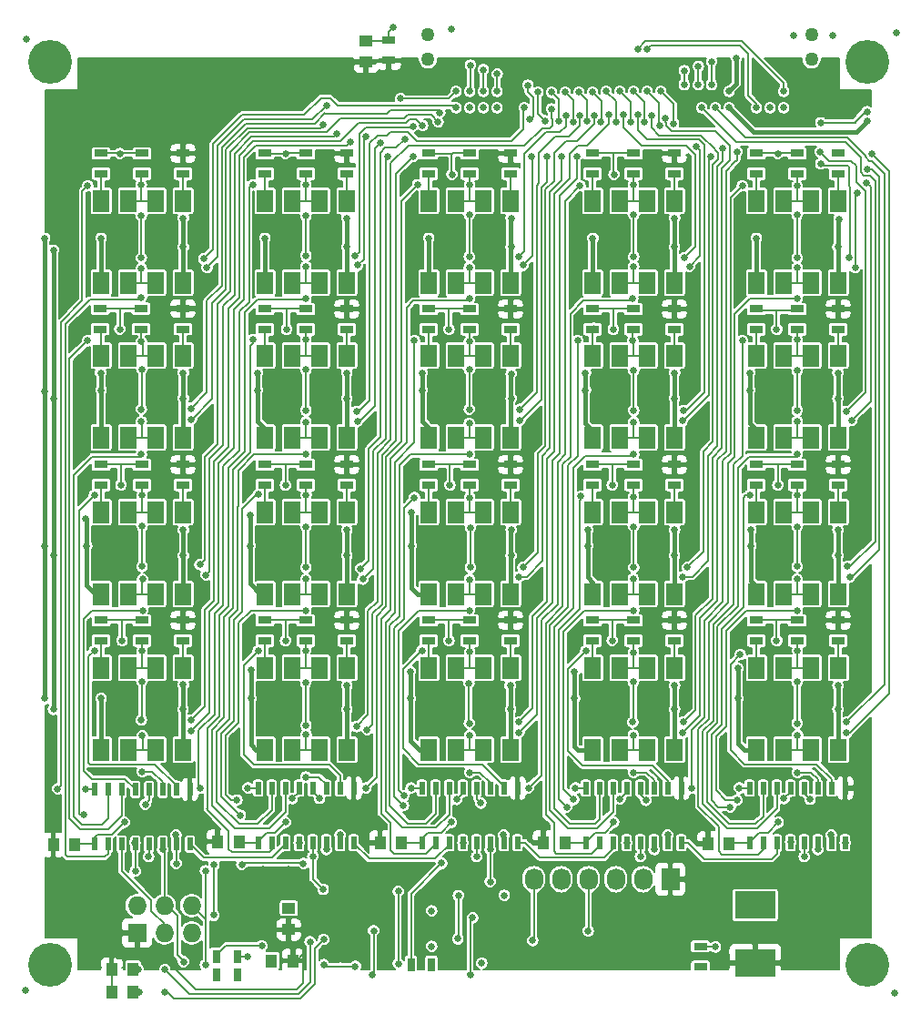
<source format=gbl>
%TF.GenerationSoftware,KiCad,Pcbnew,(5.1.9)-1*%
%TF.CreationDate,2021-10-26T13:24:10-04:00*%
%TF.ProjectId,40-channel HV switching board,34302d63-6861-46e6-9e65-6c2048562073,3.1.1*%
%TF.SameCoordinates,Original*%
%TF.FileFunction,Copper,L4,Bot*%
%TF.FilePolarity,Positive*%
%FSLAX46Y46*%
G04 Gerber Fmt 4.6, Leading zero omitted, Abs format (unit mm)*
G04 Created by KiCad (PCBNEW (5.1.9)-1) date 2021-10-26 13:24:10*
%MOMM*%
%LPD*%
G01*
G04 APERTURE LIST*
%TA.AperFunction,SMDPad,CuDef*%
%ADD10R,1.524000X2.032000*%
%TD*%
%TA.AperFunction,SMDPad,CuDef*%
%ADD11R,1.300000X0.700000*%
%TD*%
%TA.AperFunction,SMDPad,CuDef*%
%ADD12R,3.749040X2.550160*%
%TD*%
%TA.AperFunction,ComponentPad*%
%ADD13R,1.727200X2.032000*%
%TD*%
%TA.AperFunction,ComponentPad*%
%ADD14O,1.727200X2.032000*%
%TD*%
%TA.AperFunction,ComponentPad*%
%ADD15R,1.727200X1.727200*%
%TD*%
%TA.AperFunction,ComponentPad*%
%ADD16O,1.727200X1.727200*%
%TD*%
%TA.AperFunction,SMDPad,CuDef*%
%ADD17R,0.508000X1.143000*%
%TD*%
%TA.AperFunction,SMDPad,CuDef*%
%ADD18R,1.000000X1.250000*%
%TD*%
%TA.AperFunction,SMDPad,CuDef*%
%ADD19R,1.250000X1.000000*%
%TD*%
%TA.AperFunction,ComponentPad*%
%ADD20C,4.064000*%
%TD*%
%TA.AperFunction,SMDPad,CuDef*%
%ADD21R,0.700000X1.300000*%
%TD*%
%TA.AperFunction,ComponentPad*%
%ADD22C,1.270000*%
%TD*%
%TA.AperFunction,ViaPad*%
%ADD23C,0.635000*%
%TD*%
%TA.AperFunction,Conductor*%
%ADD24C,0.203200*%
%TD*%
%TA.AperFunction,Conductor*%
%ADD25C,0.398780*%
%TD*%
%TA.AperFunction,Conductor*%
%ADD26C,0.200660*%
%TD*%
%TA.AperFunction,Conductor*%
%ADD27C,0.150000*%
%TD*%
G04 APERTURE END LIST*
D10*
%TO.P,CH27,1*%
%TO.N,Net-(CH27-Pad1)*%
X78471250Y-54288750D03*
%TO.P,CH27,2*%
%TO.N,OUT27*%
X81011250Y-54288750D03*
%TO.P,CH27,3*%
X83551250Y-54288750D03*
%TO.P,CH27,4*%
%TO.N,Net-(CH27-Pad4)*%
X86091250Y-54288750D03*
%TO.P,CH27,5*%
%TO.N,HV*%
X86091250Y-61908750D03*
%TO.P,CH27,6*%
%TO.N,HVOUT27*%
X83551250Y-61908750D03*
%TO.P,CH27,7*%
X81011250Y-61908750D03*
%TO.P,CH27,8*%
%TO.N,HVGND*%
X78471250Y-61908750D03*
%TD*%
D11*
%TO.P,R25,1*%
%TO.N,+3.3V*%
X67041250Y-49958750D03*
%TO.P,R25,2*%
%TO.N,OUT19*%
X67041250Y-51858750D03*
%TD*%
D12*
%TO.P,C2,1*%
%TO.N,+3.3V*%
X93600000Y-105399980D03*
%TO.P,C2,2*%
%TO.N,GND*%
X93600000Y-110800020D03*
%TD*%
D10*
%TO.P,CH1,1*%
%TO.N,Net-(CH1-Pad1)*%
X32751250Y-39908750D03*
%TO.P,CH1,2*%
%TO.N,OUT1*%
X35291250Y-39908750D03*
%TO.P,CH1,3*%
X37831250Y-39908750D03*
%TO.P,CH1,4*%
%TO.N,Net-(CH1-Pad4)*%
X40371250Y-39908750D03*
%TO.P,CH1,5*%
%TO.N,HV*%
X40371250Y-47528750D03*
%TO.P,CH1,6*%
%TO.N,HVOUT1*%
X37831250Y-47528750D03*
%TO.P,CH1,7*%
X35291250Y-47528750D03*
%TO.P,CH1,8*%
%TO.N,HVGND*%
X32751250Y-47528750D03*
%TD*%
%TO.P,CH3,1*%
%TO.N,Net-(CH3-Pad1)*%
X32751250Y-54288750D03*
%TO.P,CH3,2*%
%TO.N,OUT3*%
X35291250Y-54288750D03*
%TO.P,CH3,3*%
X37831250Y-54288750D03*
%TO.P,CH3,4*%
%TO.N,Net-(CH3-Pad4)*%
X40371250Y-54288750D03*
%TO.P,CH3,5*%
%TO.N,HV*%
X40371250Y-61908750D03*
%TO.P,CH3,6*%
%TO.N,HVOUT3*%
X37831250Y-61908750D03*
%TO.P,CH3,7*%
X35291250Y-61908750D03*
%TO.P,CH3,8*%
%TO.N,HVGND*%
X32751250Y-61908750D03*
%TD*%
%TO.P,CH5,1*%
%TO.N,Net-(CH5-Pad1)*%
X32751250Y-68868750D03*
%TO.P,CH5,2*%
%TO.N,OUT5*%
X35291250Y-68868750D03*
%TO.P,CH5,3*%
X37831250Y-68868750D03*
%TO.P,CH5,4*%
%TO.N,Net-(CH5-Pad4)*%
X40371250Y-68868750D03*
%TO.P,CH5,5*%
%TO.N,HV*%
X40371250Y-76488750D03*
%TO.P,CH5,6*%
%TO.N,HVOUT5*%
X37831250Y-76488750D03*
%TO.P,CH5,7*%
X35291250Y-76488750D03*
%TO.P,CH5,8*%
%TO.N,HVGND*%
X32751250Y-76488750D03*
%TD*%
%TO.P,CH7,1*%
%TO.N,Net-(CH7-Pad1)*%
X32751250Y-83348750D03*
%TO.P,CH7,2*%
%TO.N,OUT7*%
X35291250Y-83348750D03*
%TO.P,CH7,3*%
X37831250Y-83348750D03*
%TO.P,CH7,4*%
%TO.N,Net-(CH7-Pad4)*%
X40371250Y-83348750D03*
%TO.P,CH7,5*%
%TO.N,HV*%
X40371250Y-90968750D03*
%TO.P,CH7,6*%
%TO.N,HVOUT7*%
X37831250Y-90968750D03*
%TO.P,CH7,7*%
X35291250Y-90968750D03*
%TO.P,CH7,8*%
%TO.N,HVGND*%
X32751250Y-90968750D03*
%TD*%
%TO.P,CH9,1*%
%TO.N,Net-(CH9-Pad1)*%
X47991250Y-39908750D03*
%TO.P,CH9,2*%
%TO.N,OUT9*%
X50531250Y-39908750D03*
%TO.P,CH9,3*%
X53071250Y-39908750D03*
%TO.P,CH9,4*%
%TO.N,Net-(CH9-Pad4)*%
X55611250Y-39908750D03*
%TO.P,CH9,5*%
%TO.N,HV*%
X55611250Y-47528750D03*
%TO.P,CH9,6*%
%TO.N,HVOUT9*%
X53071250Y-47528750D03*
%TO.P,CH9,7*%
X50531250Y-47528750D03*
%TO.P,CH9,8*%
%TO.N,HVGND*%
X47991250Y-47528750D03*
%TD*%
%TO.P,CH11,1*%
%TO.N,Net-(CH11-Pad1)*%
X47991250Y-54288750D03*
%TO.P,CH11,2*%
%TO.N,OUT11*%
X50531250Y-54288750D03*
%TO.P,CH11,3*%
X53071250Y-54288750D03*
%TO.P,CH11,4*%
%TO.N,Net-(CH11-Pad4)*%
X55611250Y-54288750D03*
%TO.P,CH11,5*%
%TO.N,HV*%
X55611250Y-61908750D03*
%TO.P,CH11,6*%
%TO.N,HVOUT11*%
X53071250Y-61908750D03*
%TO.P,CH11,7*%
X50531250Y-61908750D03*
%TO.P,CH11,8*%
%TO.N,HVGND*%
X47991250Y-61908750D03*
%TD*%
%TO.P,CH13,1*%
%TO.N,Net-(CH13-Pad1)*%
X47991250Y-68868750D03*
%TO.P,CH13,2*%
%TO.N,OUT13*%
X50531250Y-68868750D03*
%TO.P,CH13,3*%
X53071250Y-68868750D03*
%TO.P,CH13,4*%
%TO.N,Net-(CH13-Pad4)*%
X55611250Y-68868750D03*
%TO.P,CH13,5*%
%TO.N,HV*%
X55611250Y-76488750D03*
%TO.P,CH13,6*%
%TO.N,HVOUT13*%
X53071250Y-76488750D03*
%TO.P,CH13,7*%
X50531250Y-76488750D03*
%TO.P,CH13,8*%
%TO.N,HVGND*%
X47991250Y-76488750D03*
%TD*%
%TO.P,CH15,1*%
%TO.N,Net-(CH15-Pad1)*%
X47991250Y-83348750D03*
%TO.P,CH15,2*%
%TO.N,OUT15*%
X50531250Y-83348750D03*
%TO.P,CH15,3*%
X53071250Y-83348750D03*
%TO.P,CH15,4*%
%TO.N,Net-(CH15-Pad4)*%
X55611250Y-83348750D03*
%TO.P,CH15,5*%
%TO.N,HV*%
X55611250Y-90968750D03*
%TO.P,CH15,6*%
%TO.N,HVOUT15*%
X53071250Y-90968750D03*
%TO.P,CH15,7*%
X50531250Y-90968750D03*
%TO.P,CH15,8*%
%TO.N,HVGND*%
X47991250Y-90968750D03*
%TD*%
%TO.P,CH17,1*%
%TO.N,Net-(CH17-Pad1)*%
X63231250Y-39908750D03*
%TO.P,CH17,2*%
%TO.N,OUT17*%
X65771250Y-39908750D03*
%TO.P,CH17,3*%
X68311250Y-39908750D03*
%TO.P,CH17,4*%
%TO.N,Net-(CH17-Pad4)*%
X70851250Y-39908750D03*
%TO.P,CH17,5*%
%TO.N,HV*%
X70851250Y-47528750D03*
%TO.P,CH17,6*%
%TO.N,HVOUT17*%
X68311250Y-47528750D03*
%TO.P,CH17,7*%
X65771250Y-47528750D03*
%TO.P,CH17,8*%
%TO.N,HVGND*%
X63231250Y-47528750D03*
%TD*%
%TO.P,CH19,1*%
%TO.N,Net-(CH19-Pad1)*%
X63231250Y-54288750D03*
%TO.P,CH19,2*%
%TO.N,OUT19*%
X65771250Y-54288750D03*
%TO.P,CH19,3*%
X68311250Y-54288750D03*
%TO.P,CH19,4*%
%TO.N,Net-(CH19-Pad4)*%
X70851250Y-54288750D03*
%TO.P,CH19,5*%
%TO.N,HV*%
X70851250Y-61908750D03*
%TO.P,CH19,6*%
%TO.N,HVOUT19*%
X68311250Y-61908750D03*
%TO.P,CH19,7*%
X65771250Y-61908750D03*
%TO.P,CH19,8*%
%TO.N,HVGND*%
X63231250Y-61908750D03*
%TD*%
%TO.P,CH21,1*%
%TO.N,Net-(CH21-Pad1)*%
X63231250Y-68868750D03*
%TO.P,CH21,2*%
%TO.N,OUT21*%
X65771250Y-68868750D03*
%TO.P,CH21,3*%
X68311250Y-68868750D03*
%TO.P,CH21,4*%
%TO.N,Net-(CH21-Pad4)*%
X70851250Y-68868750D03*
%TO.P,CH21,5*%
%TO.N,HV*%
X70851250Y-76488750D03*
%TO.P,CH21,6*%
%TO.N,HVOUT21*%
X68311250Y-76488750D03*
%TO.P,CH21,7*%
X65771250Y-76488750D03*
%TO.P,CH21,8*%
%TO.N,HVGND*%
X63231250Y-76488750D03*
%TD*%
%TO.P,CH23,1*%
%TO.N,Net-(CH23-Pad1)*%
X63231250Y-83348750D03*
%TO.P,CH23,2*%
%TO.N,OUT23*%
X65771250Y-83348750D03*
%TO.P,CH23,3*%
X68311250Y-83348750D03*
%TO.P,CH23,4*%
%TO.N,Net-(CH23-Pad4)*%
X70851250Y-83348750D03*
%TO.P,CH23,5*%
%TO.N,HV*%
X70851250Y-90968750D03*
%TO.P,CH23,6*%
%TO.N,HVOUT23*%
X68311250Y-90968750D03*
%TO.P,CH23,7*%
X65771250Y-90968750D03*
%TO.P,CH23,8*%
%TO.N,HVGND*%
X63231250Y-90968750D03*
%TD*%
%TO.P,CH25,1*%
%TO.N,Net-(CH25-Pad1)*%
X78471250Y-39908750D03*
%TO.P,CH25,2*%
%TO.N,OUT25*%
X81011250Y-39908750D03*
%TO.P,CH25,3*%
X83551250Y-39908750D03*
%TO.P,CH25,4*%
%TO.N,Net-(CH25-Pad4)*%
X86091250Y-39908750D03*
%TO.P,CH25,5*%
%TO.N,HV*%
X86091250Y-47528750D03*
%TO.P,CH25,6*%
%TO.N,HVOUT25*%
X83551250Y-47528750D03*
%TO.P,CH25,7*%
X81011250Y-47528750D03*
%TO.P,CH25,8*%
%TO.N,HVGND*%
X78471250Y-47528750D03*
%TD*%
%TO.P,CH29,1*%
%TO.N,Net-(CH29-Pad1)*%
X78471250Y-68868750D03*
%TO.P,CH29,2*%
%TO.N,OUT29*%
X81011250Y-68868750D03*
%TO.P,CH29,3*%
X83551250Y-68868750D03*
%TO.P,CH29,4*%
%TO.N,Net-(CH29-Pad4)*%
X86091250Y-68868750D03*
%TO.P,CH29,5*%
%TO.N,HV*%
X86091250Y-76488750D03*
%TO.P,CH29,6*%
%TO.N,HVOUT29*%
X83551250Y-76488750D03*
%TO.P,CH29,7*%
X81011250Y-76488750D03*
%TO.P,CH29,8*%
%TO.N,HVGND*%
X78471250Y-76488750D03*
%TD*%
%TO.P,CH31,1*%
%TO.N,Net-(CH31-Pad1)*%
X78471250Y-83348750D03*
%TO.P,CH31,2*%
%TO.N,OUT31*%
X81011250Y-83348750D03*
%TO.P,CH31,3*%
X83551250Y-83348750D03*
%TO.P,CH31,4*%
%TO.N,Net-(CH31-Pad4)*%
X86091250Y-83348750D03*
%TO.P,CH31,5*%
%TO.N,HV*%
X86091250Y-90968750D03*
%TO.P,CH31,6*%
%TO.N,HVOUT31*%
X83551250Y-90968750D03*
%TO.P,CH31,7*%
X81011250Y-90968750D03*
%TO.P,CH31,8*%
%TO.N,HVGND*%
X78471250Y-90968750D03*
%TD*%
%TO.P,CH33,1*%
%TO.N,Net-(CH33-Pad1)*%
X93711250Y-39908750D03*
%TO.P,CH33,2*%
%TO.N,OUT33*%
X96251250Y-39908750D03*
%TO.P,CH33,3*%
X98791250Y-39908750D03*
%TO.P,CH33,4*%
%TO.N,Net-(CH33-Pad4)*%
X101331250Y-39908750D03*
%TO.P,CH33,5*%
%TO.N,HV*%
X101331250Y-47528750D03*
%TO.P,CH33,6*%
%TO.N,HVOUT33*%
X98791250Y-47528750D03*
%TO.P,CH33,7*%
X96251250Y-47528750D03*
%TO.P,CH33,8*%
%TO.N,HVGND*%
X93711250Y-47528750D03*
%TD*%
%TO.P,CH35,1*%
%TO.N,Net-(CH35-Pad1)*%
X93711250Y-54288750D03*
%TO.P,CH35,2*%
%TO.N,OUT35*%
X96251250Y-54288750D03*
%TO.P,CH35,3*%
X98791250Y-54288750D03*
%TO.P,CH35,4*%
%TO.N,Net-(CH35-Pad4)*%
X101331250Y-54288750D03*
%TO.P,CH35,5*%
%TO.N,HV*%
X101331250Y-61908750D03*
%TO.P,CH35,6*%
%TO.N,HVOUT35*%
X98791250Y-61908750D03*
%TO.P,CH35,7*%
X96251250Y-61908750D03*
%TO.P,CH35,8*%
%TO.N,HVGND*%
X93711250Y-61908750D03*
%TD*%
%TO.P,CH37,1*%
%TO.N,Net-(CH37-Pad1)*%
X93711250Y-68868750D03*
%TO.P,CH37,2*%
%TO.N,OUT37*%
X96251250Y-68868750D03*
%TO.P,CH37,3*%
X98791250Y-68868750D03*
%TO.P,CH37,4*%
%TO.N,Net-(CH37-Pad4)*%
X101331250Y-68868750D03*
%TO.P,CH37,5*%
%TO.N,HV*%
X101331250Y-76488750D03*
%TO.P,CH37,6*%
%TO.N,HVOUT37*%
X98791250Y-76488750D03*
%TO.P,CH37,7*%
X96251250Y-76488750D03*
%TO.P,CH37,8*%
%TO.N,HVGND*%
X93711250Y-76488750D03*
%TD*%
%TO.P,CH39,1*%
%TO.N,Net-(CH39-Pad1)*%
X93711250Y-83348750D03*
%TO.P,CH39,2*%
%TO.N,OUT39*%
X96251250Y-83348750D03*
%TO.P,CH39,3*%
X98791250Y-83348750D03*
%TO.P,CH39,4*%
%TO.N,Net-(CH39-Pad4)*%
X101331250Y-83348750D03*
%TO.P,CH39,5*%
%TO.N,HV*%
X101331250Y-90968750D03*
%TO.P,CH39,6*%
%TO.N,HVOUT39*%
X98791250Y-90968750D03*
%TO.P,CH39,7*%
X96251250Y-90968750D03*
%TO.P,CH39,8*%
%TO.N,HVGND*%
X93711250Y-90968750D03*
%TD*%
D13*
%TO.P,P1,1*%
%TO.N,GND*%
X85700000Y-103000000D03*
D14*
%TO.P,P1,2*%
%TO.N,Net-(P1-Pad2)*%
X83160000Y-103000000D03*
%TO.P,P1,3*%
%TO.N,+3.3V_USB*%
X80620000Y-103000000D03*
%TO.P,P1,4*%
%TO.N,TX*%
X78080000Y-103000000D03*
%TO.P,P1,5*%
%TO.N,RX*%
X75540000Y-103000000D03*
%TO.P,P1,6*%
%TO.N,Net-(C3-Pad1)*%
X73000000Y-103000000D03*
%TD*%
D15*
%TO.P,P2,1*%
%TO.N,GND*%
X36100000Y-108000000D03*
D16*
%TO.P,P2,2*%
%TO.N,RST*%
X36100000Y-105460000D03*
%TO.P,P2,3*%
%TO.N,D11/MOSI*%
X38640000Y-108000000D03*
%TO.P,P2,4*%
%TO.N,D13/SCK*%
X38640000Y-105460000D03*
%TO.P,P2,5*%
%TO.N,+3.3V*%
X41180000Y-108000000D03*
%TO.P,P2,6*%
%TO.N,D12/MISO*%
X41180000Y-105460000D03*
%TD*%
D17*
%TO.P,U1,1*%
%TO.N,OUT1*%
X32116250Y-94651750D03*
%TO.P,U1,2*%
%TO.N,OUT2*%
X33386250Y-94651750D03*
%TO.P,U1,3*%
%TO.N,OUT3*%
X34656250Y-94651750D03*
%TO.P,U1,4*%
%TO.N,OUT4*%
X35926250Y-94651750D03*
%TO.P,U1,5*%
%TO.N,OUT5*%
X37196250Y-94651750D03*
%TO.P,U1,6*%
%TO.N,OUT6*%
X38466250Y-94651750D03*
%TO.P,U1,7*%
%TO.N,OUT7*%
X39736250Y-94651750D03*
%TO.P,U1,8*%
%TO.N,GND*%
X41006250Y-94651750D03*
%TO.P,U1,9*%
%TO.N,Net-(U1-Pad9)*%
X41006250Y-99731750D03*
%TO.P,U1,10*%
%TO.N,D9/SRCLR*%
X39736250Y-99731750D03*
%TO.P,U1,11*%
%TO.N,D13/SCK*%
X38466250Y-99731750D03*
%TO.P,U1,12*%
%TO.N,D3/595SS*%
X37196250Y-99731750D03*
%TO.P,U1,13*%
%TO.N,D8/OE*%
X35926250Y-99731750D03*
%TO.P,U1,14*%
%TO.N,D11/MOSI*%
X34656250Y-99731750D03*
%TO.P,U1,15*%
%TO.N,OUT0*%
X33386250Y-99731750D03*
%TO.P,U1,16*%
%TO.N,+3.3V*%
X32116250Y-99731750D03*
%TD*%
%TO.P,U2,1*%
%TO.N,OUT9*%
X47356250Y-94524750D03*
%TO.P,U2,2*%
%TO.N,OUT10*%
X48626250Y-94524750D03*
%TO.P,U2,3*%
%TO.N,OUT11*%
X49896250Y-94524750D03*
%TO.P,U2,4*%
%TO.N,OUT12*%
X51166250Y-94524750D03*
%TO.P,U2,5*%
%TO.N,OUT13*%
X52436250Y-94524750D03*
%TO.P,U2,6*%
%TO.N,OUT14*%
X53706250Y-94524750D03*
%TO.P,U2,7*%
%TO.N,OUT15*%
X54976250Y-94524750D03*
%TO.P,U2,8*%
%TO.N,GND*%
X56246250Y-94524750D03*
%TO.P,U2,9*%
%TO.N,Net-(U2-Pad9)*%
X56246250Y-99604750D03*
%TO.P,U2,10*%
%TO.N,D9/SRCLR*%
X54976250Y-99604750D03*
%TO.P,U2,11*%
%TO.N,D13/SCK*%
X53706250Y-99604750D03*
%TO.P,U2,12*%
%TO.N,D3/595SS*%
X52436250Y-99604750D03*
%TO.P,U2,13*%
%TO.N,D8/OE*%
X51166250Y-99604750D03*
%TO.P,U2,14*%
%TO.N,Net-(U1-Pad9)*%
X49896250Y-99604750D03*
%TO.P,U2,15*%
%TO.N,OUT8*%
X48626250Y-99604750D03*
%TO.P,U2,16*%
%TO.N,+3.3V*%
X47356250Y-99604750D03*
%TD*%
%TO.P,U3,1*%
%TO.N,OUT17*%
X62596250Y-94524750D03*
%TO.P,U3,2*%
%TO.N,OUT18*%
X63866250Y-94524750D03*
%TO.P,U3,3*%
%TO.N,OUT19*%
X65136250Y-94524750D03*
%TO.P,U3,4*%
%TO.N,OUT20*%
X66406250Y-94524750D03*
%TO.P,U3,5*%
%TO.N,OUT21*%
X67676250Y-94524750D03*
%TO.P,U3,6*%
%TO.N,OUT22*%
X68946250Y-94524750D03*
%TO.P,U3,7*%
%TO.N,OUT23*%
X70216250Y-94524750D03*
%TO.P,U3,8*%
%TO.N,GND*%
X71486250Y-94524750D03*
%TO.P,U3,9*%
%TO.N,Net-(U3-Pad9)*%
X71486250Y-99604750D03*
%TO.P,U3,10*%
%TO.N,D9/SRCLR*%
X70216250Y-99604750D03*
%TO.P,U3,11*%
%TO.N,D13/SCK*%
X68946250Y-99604750D03*
%TO.P,U3,12*%
%TO.N,D3/595SS*%
X67676250Y-99604750D03*
%TO.P,U3,13*%
%TO.N,D8/OE*%
X66406250Y-99604750D03*
%TO.P,U3,14*%
%TO.N,Net-(U2-Pad9)*%
X65136250Y-99604750D03*
%TO.P,U3,15*%
%TO.N,OUT16*%
X63866250Y-99604750D03*
%TO.P,U3,16*%
%TO.N,+3.3V*%
X62596250Y-99604750D03*
%TD*%
%TO.P,U4,1*%
%TO.N,OUT25*%
X77836250Y-94524750D03*
%TO.P,U4,2*%
%TO.N,OUT26*%
X79106250Y-94524750D03*
%TO.P,U4,3*%
%TO.N,OUT27*%
X80376250Y-94524750D03*
%TO.P,U4,4*%
%TO.N,OUT28*%
X81646250Y-94524750D03*
%TO.P,U4,5*%
%TO.N,OUT29*%
X82916250Y-94524750D03*
%TO.P,U4,6*%
%TO.N,OUT30*%
X84186250Y-94524750D03*
%TO.P,U4,7*%
%TO.N,OUT31*%
X85456250Y-94524750D03*
%TO.P,U4,8*%
%TO.N,GND*%
X86726250Y-94524750D03*
%TO.P,U4,9*%
%TO.N,Net-(U4-Pad9)*%
X86726250Y-99604750D03*
%TO.P,U4,10*%
%TO.N,D9/SRCLR*%
X85456250Y-99604750D03*
%TO.P,U4,11*%
%TO.N,D13/SCK*%
X84186250Y-99604750D03*
%TO.P,U4,12*%
%TO.N,D3/595SS*%
X82916250Y-99604750D03*
%TO.P,U4,13*%
%TO.N,D8/OE*%
X81646250Y-99604750D03*
%TO.P,U4,14*%
%TO.N,Net-(U3-Pad9)*%
X80376250Y-99604750D03*
%TO.P,U4,15*%
%TO.N,OUT24*%
X79106250Y-99604750D03*
%TO.P,U4,16*%
%TO.N,+3.3V*%
X77836250Y-99604750D03*
%TD*%
%TO.P,U5,1*%
%TO.N,OUT33*%
X93076250Y-94524750D03*
%TO.P,U5,2*%
%TO.N,OUT34*%
X94346250Y-94524750D03*
%TO.P,U5,3*%
%TO.N,OUT35*%
X95616250Y-94524750D03*
%TO.P,U5,4*%
%TO.N,OUT36*%
X96886250Y-94524750D03*
%TO.P,U5,5*%
%TO.N,OUT37*%
X98156250Y-94524750D03*
%TO.P,U5,6*%
%TO.N,OUT38*%
X99426250Y-94524750D03*
%TO.P,U5,7*%
%TO.N,OUT39*%
X100696250Y-94524750D03*
%TO.P,U5,8*%
%TO.N,GND*%
X101966250Y-94524750D03*
%TO.P,U5,9*%
%TO.N,Net-(FB2-Pad1)*%
X101966250Y-99604750D03*
%TO.P,U5,10*%
%TO.N,D9/SRCLR*%
X100696250Y-99604750D03*
%TO.P,U5,11*%
%TO.N,D13/SCK*%
X99426250Y-99604750D03*
%TO.P,U5,12*%
%TO.N,D3/595SS*%
X98156250Y-99604750D03*
%TO.P,U5,13*%
%TO.N,D8/OE*%
X96886250Y-99604750D03*
%TO.P,U5,14*%
%TO.N,Net-(U4-Pad9)*%
X95616250Y-99604750D03*
%TO.P,U5,15*%
%TO.N,OUT32*%
X94346250Y-99604750D03*
%TO.P,U5,16*%
%TO.N,+3.3V*%
X93076250Y-99604750D03*
%TD*%
D18*
%TO.P,C1,1*%
%TO.N,+3.3V*%
X30300000Y-99800000D03*
%TO.P,C1,2*%
%TO.N,GND*%
X28300000Y-99800000D03*
%TD*%
%TO.P,C5,1*%
%TO.N,+3.3V*%
X75900000Y-99600000D03*
%TO.P,C5,2*%
%TO.N,GND*%
X73900000Y-99600000D03*
%TD*%
%TO.P,C8,1*%
%TO.N,+3.3V*%
X45600000Y-99500000D03*
%TO.P,C8,2*%
%TO.N,GND*%
X43600000Y-99500000D03*
%TD*%
%TO.P,C9,1*%
%TO.N,+3.3V*%
X91200000Y-99700000D03*
%TO.P,C9,2*%
%TO.N,GND*%
X89200000Y-99700000D03*
%TD*%
%TO.P,C12,1*%
%TO.N,+3.3V*%
X60700000Y-99600000D03*
%TO.P,C12,2*%
%TO.N,GND*%
X58700000Y-99600000D03*
%TD*%
D19*
%TO.P,C13,1*%
%TO.N,GND*%
X50200000Y-107700000D03*
%TO.P,C13,2*%
%TO.N,+3.3V*%
X50200000Y-105700000D03*
%TD*%
D11*
%TO.P,R1,1*%
%TO.N,+3.3V*%
X36461250Y-49931750D03*
%TO.P,R1,2*%
%TO.N,OUT3*%
X36461250Y-51831750D03*
%TD*%
%TO.P,R6,1*%
%TO.N,+3.3V*%
X36561250Y-64438750D03*
%TO.P,R6,2*%
%TO.N,OUT5*%
X36561250Y-66338750D03*
%TD*%
%TO.P,R13,1*%
%TO.N,+3.3V*%
X51801250Y-49958750D03*
%TO.P,R13,2*%
%TO.N,OUT11*%
X51801250Y-51858750D03*
%TD*%
%TO.P,R18,1*%
%TO.N,+3.3V*%
X51801250Y-64438750D03*
%TO.P,R18,2*%
%TO.N,OUT13*%
X51801250Y-66338750D03*
%TD*%
%TO.P,R30,1*%
%TO.N,+3.3V*%
X67041250Y-64438750D03*
%TO.P,R30,2*%
%TO.N,OUT21*%
X67041250Y-66338750D03*
%TD*%
%TO.P,R37,1*%
%TO.N,+3.3V*%
X82281250Y-49958750D03*
%TO.P,R37,2*%
%TO.N,OUT27*%
X82281250Y-51858750D03*
%TD*%
%TO.P,R42,1*%
%TO.N,+3.3V*%
X82281250Y-64438750D03*
%TO.P,R42,2*%
%TO.N,OUT29*%
X82281250Y-66338750D03*
%TD*%
%TO.P,R45,1*%
%TO.N,+3.3V*%
X88500000Y-109250000D03*
%TO.P,R45,2*%
%TO.N,Net-(DS1-Pad2)*%
X88500000Y-111150000D03*
%TD*%
%TO.P,R51,1*%
%TO.N,+3.3V*%
X97521250Y-49958750D03*
%TO.P,R51,2*%
%TO.N,OUT35*%
X97521250Y-51858750D03*
%TD*%
%TO.P,R56,1*%
%TO.N,+3.3V*%
X97521250Y-64438750D03*
%TO.P,R56,2*%
%TO.N,OUT37*%
X97521250Y-66338750D03*
%TD*%
%TO.P,R63,1*%
%TO.N,Net-(CH1-Pad1)*%
X32751250Y-37378750D03*
%TO.P,R63,2*%
%TO.N,+3.3V*%
X32751250Y-35478750D03*
%TD*%
%TO.P,R64,1*%
%TO.N,+3.3V*%
X36561250Y-35478750D03*
%TO.P,R64,2*%
%TO.N,OUT1*%
X36561250Y-37378750D03*
%TD*%
%TO.P,R65,1*%
%TO.N,Net-(CH3-Pad1)*%
X32651250Y-51831750D03*
%TO.P,R65,2*%
%TO.N,+3.3V*%
X32651250Y-49931750D03*
%TD*%
%TO.P,R66,1*%
%TO.N,Net-(CH5-Pad1)*%
X32751250Y-66338750D03*
%TO.P,R66,2*%
%TO.N,+3.3V*%
X32751250Y-64438750D03*
%TD*%
%TO.P,R67,1*%
%TO.N,Net-(CH7-Pad1)*%
X32751250Y-80818750D03*
%TO.P,R67,2*%
%TO.N,+3.3V*%
X32751250Y-78918750D03*
%TD*%
%TO.P,R68,1*%
%TO.N,+3.3V*%
X36561250Y-78918750D03*
%TO.P,R68,2*%
%TO.N,OUT7*%
X36561250Y-80818750D03*
%TD*%
%TO.P,R69,1*%
%TO.N,GND*%
X40371250Y-35478750D03*
%TO.P,R69,2*%
%TO.N,Net-(CH1-Pad4)*%
X40371250Y-37378750D03*
%TD*%
%TO.P,R71,1*%
%TO.N,GND*%
X40371250Y-49931750D03*
%TO.P,R71,2*%
%TO.N,Net-(CH3-Pad4)*%
X40371250Y-51831750D03*
%TD*%
%TO.P,R72,1*%
%TO.N,GND*%
X40371250Y-64438750D03*
%TO.P,R72,2*%
%TO.N,Net-(CH5-Pad4)*%
X40371250Y-66338750D03*
%TD*%
%TO.P,R73,1*%
%TO.N,GND*%
X40371250Y-78918750D03*
%TO.P,R73,2*%
%TO.N,Net-(CH7-Pad4)*%
X40371250Y-80818750D03*
%TD*%
%TO.P,R75,1*%
%TO.N,+3.3V*%
X51801250Y-35478750D03*
%TO.P,R75,2*%
%TO.N,OUT9*%
X51801250Y-37378750D03*
%TD*%
%TO.P,R76,1*%
%TO.N,Net-(CH9-Pad1)*%
X47991250Y-37378750D03*
%TO.P,R76,2*%
%TO.N,+3.3V*%
X47991250Y-35478750D03*
%TD*%
%TO.P,R77,1*%
%TO.N,Net-(CH11-Pad1)*%
X47991250Y-51858750D03*
%TO.P,R77,2*%
%TO.N,+3.3V*%
X47991250Y-49958750D03*
%TD*%
%TO.P,R78,1*%
%TO.N,Net-(CH13-Pad1)*%
X47991250Y-66338750D03*
%TO.P,R78,2*%
%TO.N,+3.3V*%
X47991250Y-64438750D03*
%TD*%
%TO.P,R79,1*%
%TO.N,Net-(CH15-Pad1)*%
X47991250Y-80818750D03*
%TO.P,R79,2*%
%TO.N,+3.3V*%
X47991250Y-78918750D03*
%TD*%
%TO.P,R80,1*%
%TO.N,+3.3V*%
X51801250Y-78918750D03*
%TO.P,R80,2*%
%TO.N,OUT15*%
X51801250Y-80818750D03*
%TD*%
%TO.P,R82,1*%
%TO.N,GND*%
X55611250Y-35478750D03*
%TO.P,R82,2*%
%TO.N,Net-(CH9-Pad4)*%
X55611250Y-37378750D03*
%TD*%
%TO.P,R83,1*%
%TO.N,GND*%
X55611250Y-49958750D03*
%TO.P,R83,2*%
%TO.N,Net-(CH11-Pad4)*%
X55611250Y-51858750D03*
%TD*%
%TO.P,R84,1*%
%TO.N,GND*%
X55611250Y-64438750D03*
%TO.P,R84,2*%
%TO.N,Net-(CH13-Pad4)*%
X55611250Y-66338750D03*
%TD*%
%TO.P,R85,1*%
%TO.N,GND*%
X55611250Y-78918750D03*
%TO.P,R85,2*%
%TO.N,Net-(CH15-Pad4)*%
X55611250Y-80818750D03*
%TD*%
%TO.P,R87,1*%
%TO.N,+3.3V*%
X67041250Y-35478750D03*
%TO.P,R87,2*%
%TO.N,OUT17*%
X67041250Y-37378750D03*
%TD*%
%TO.P,R88,1*%
%TO.N,Net-(CH17-Pad1)*%
X63231250Y-37378750D03*
%TO.P,R88,2*%
%TO.N,+3.3V*%
X63231250Y-35478750D03*
%TD*%
%TO.P,R89,1*%
%TO.N,Net-(CH19-Pad1)*%
X63231250Y-51858750D03*
%TO.P,R89,2*%
%TO.N,+3.3V*%
X63231250Y-49958750D03*
%TD*%
%TO.P,R90,1*%
%TO.N,Net-(CH21-Pad1)*%
X63231250Y-66338750D03*
%TO.P,R90,2*%
%TO.N,+3.3V*%
X63231250Y-64438750D03*
%TD*%
%TO.P,R91,1*%
%TO.N,Net-(CH23-Pad1)*%
X63231250Y-80818750D03*
%TO.P,R91,2*%
%TO.N,+3.3V*%
X63231250Y-78918750D03*
%TD*%
%TO.P,R92,1*%
%TO.N,+3.3V*%
X67041250Y-78918750D03*
%TO.P,R92,2*%
%TO.N,OUT23*%
X67041250Y-80818750D03*
%TD*%
%TO.P,R94,1*%
%TO.N,GND*%
X70851250Y-35478750D03*
%TO.P,R94,2*%
%TO.N,Net-(CH17-Pad4)*%
X70851250Y-37378750D03*
%TD*%
%TO.P,R95,1*%
%TO.N,GND*%
X70851250Y-49958750D03*
%TO.P,R95,2*%
%TO.N,Net-(CH19-Pad4)*%
X70851250Y-51858750D03*
%TD*%
%TO.P,R96,1*%
%TO.N,GND*%
X70851250Y-64438750D03*
%TO.P,R96,2*%
%TO.N,Net-(CH21-Pad4)*%
X70851250Y-66338750D03*
%TD*%
%TO.P,R97,1*%
%TO.N,GND*%
X70851250Y-78918750D03*
%TO.P,R97,2*%
%TO.N,Net-(CH23-Pad4)*%
X70851250Y-80818750D03*
%TD*%
%TO.P,R101,1*%
%TO.N,+3.3V*%
X82281250Y-35478750D03*
%TO.P,R101,2*%
%TO.N,OUT25*%
X82281250Y-37378750D03*
%TD*%
%TO.P,R102,1*%
%TO.N,Net-(CH25-Pad1)*%
X78471250Y-37378750D03*
%TO.P,R102,2*%
%TO.N,+3.3V*%
X78471250Y-35478750D03*
%TD*%
%TO.P,R103,1*%
%TO.N,Net-(CH27-Pad1)*%
X78471250Y-51858750D03*
%TO.P,R103,2*%
%TO.N,+3.3V*%
X78471250Y-49958750D03*
%TD*%
%TO.P,R104,1*%
%TO.N,Net-(CH29-Pad1)*%
X78471250Y-66338750D03*
%TO.P,R104,2*%
%TO.N,+3.3V*%
X78471250Y-64438750D03*
%TD*%
%TO.P,R105,1*%
%TO.N,Net-(CH31-Pad1)*%
X78471250Y-80818750D03*
%TO.P,R105,2*%
%TO.N,+3.3V*%
X78471250Y-78918750D03*
%TD*%
%TO.P,R106,1*%
%TO.N,+3.3V*%
X82281250Y-78918750D03*
%TO.P,R106,2*%
%TO.N,OUT31*%
X82281250Y-80818750D03*
%TD*%
%TO.P,R108,1*%
%TO.N,GND*%
X86091250Y-35478750D03*
%TO.P,R108,2*%
%TO.N,Net-(CH25-Pad4)*%
X86091250Y-37378750D03*
%TD*%
%TO.P,R109,1*%
%TO.N,GND*%
X86091250Y-49958750D03*
%TO.P,R109,2*%
%TO.N,Net-(CH27-Pad4)*%
X86091250Y-51858750D03*
%TD*%
%TO.P,R110,1*%
%TO.N,GND*%
X86091250Y-64438750D03*
%TO.P,R110,2*%
%TO.N,Net-(CH29-Pad4)*%
X86091250Y-66338750D03*
%TD*%
%TO.P,R111,1*%
%TO.N,GND*%
X86091250Y-78918750D03*
%TO.P,R111,2*%
%TO.N,Net-(CH31-Pad4)*%
X86091250Y-80818750D03*
%TD*%
%TO.P,R113,1*%
%TO.N,Net-(CH33-Pad1)*%
X93711250Y-37378750D03*
%TO.P,R113,2*%
%TO.N,+3.3V*%
X93711250Y-35478750D03*
%TD*%
%TO.P,R114,1*%
%TO.N,+3.3V*%
X97521250Y-35478750D03*
%TO.P,R114,2*%
%TO.N,OUT33*%
X97521250Y-37378750D03*
%TD*%
%TO.P,R115,1*%
%TO.N,Net-(CH35-Pad1)*%
X93711250Y-51858750D03*
%TO.P,R115,2*%
%TO.N,+3.3V*%
X93711250Y-49958750D03*
%TD*%
%TO.P,R116,1*%
%TO.N,Net-(CH37-Pad1)*%
X93711250Y-66338750D03*
%TO.P,R116,2*%
%TO.N,+3.3V*%
X93711250Y-64438750D03*
%TD*%
%TO.P,R117,1*%
%TO.N,Net-(CH39-Pad1)*%
X93711250Y-80818750D03*
%TO.P,R117,2*%
%TO.N,+3.3V*%
X93711250Y-78918750D03*
%TD*%
%TO.P,R118,1*%
%TO.N,+3.3V*%
X97521250Y-78918750D03*
%TO.P,R118,2*%
%TO.N,OUT39*%
X97521250Y-80818750D03*
%TD*%
%TO.P,R119,1*%
%TO.N,GND*%
X101331250Y-35478750D03*
%TO.P,R119,2*%
%TO.N,Net-(CH33-Pad4)*%
X101331250Y-37378750D03*
%TD*%
%TO.P,R121,1*%
%TO.N,GND*%
X101331250Y-49958750D03*
%TO.P,R121,2*%
%TO.N,Net-(CH35-Pad4)*%
X101331250Y-51858750D03*
%TD*%
%TO.P,R122,1*%
%TO.N,GND*%
X101331250Y-64438750D03*
%TO.P,R122,2*%
%TO.N,Net-(CH37-Pad4)*%
X101331250Y-66338750D03*
%TD*%
%TO.P,R123,1*%
%TO.N,GND*%
X101331250Y-78918750D03*
%TO.P,R123,2*%
%TO.N,Net-(CH39-Pad4)*%
X101331250Y-80818750D03*
%TD*%
D20*
%TO.P,P3,1*%
%TO.N,CHASIS_GND*%
X28000000Y-27000000D03*
%TD*%
%TO.P,P4,1*%
%TO.N,CHASIS_GND*%
X104000000Y-27000000D03*
%TD*%
%TO.P,P5,1*%
%TO.N,CHASIS_GND*%
X28000000Y-111000000D03*
%TD*%
%TO.P,P6,1*%
%TO.N,CHASIS_GND*%
X104000000Y-111000000D03*
%TD*%
D18*
%TO.P,C11,1*%
%TO.N,GND*%
X50600000Y-110600000D03*
%TO.P,C11,2*%
%TO.N,+3.3V*%
X48600000Y-110600000D03*
%TD*%
%TO.P,C14,1*%
%TO.N,GND*%
X33725000Y-111400000D03*
%TO.P,C14,2*%
%TO.N,Net-(C14-Pad2)*%
X35725000Y-111400000D03*
%TD*%
%TO.P,C15,1*%
%TO.N,GND*%
X33725000Y-113475000D03*
%TO.P,C15,2*%
%TO.N,Net-(C15-Pad2)*%
X35725000Y-113475000D03*
%TD*%
D21*
%TO.P,FB1,1*%
%TO.N,Net-(FB1-Pad1)*%
X45400000Y-110200000D03*
%TO.P,FB1,2*%
%TO.N,D11/MOSI*%
X43500000Y-110200000D03*
%TD*%
%TO.P,FB3,1*%
%TO.N,Net-(FB3-Pad1)*%
X45400000Y-111900000D03*
%TO.P,FB3,2*%
%TO.N,D13/SCK*%
X43500000Y-111900000D03*
%TD*%
D22*
%TO.P,P7,G1*%
%TO.N,CHASIS_GND*%
X98830800Y-24473200D03*
%TO.P,P7,G2*%
X63169200Y-24473200D03*
%TO.P,P7,G3*%
X98830800Y-26733800D03*
%TO.P,P7,G4*%
X63169200Y-26733800D03*
%TD*%
D21*
%TO.P,FB4,1*%
%TO.N,Net-(FB4-Pad1)*%
X63475000Y-110950000D03*
%TO.P,FB4,2*%
%TO.N,D12/MISO*%
X61575000Y-110950000D03*
%TD*%
D11*
%TO.P,FB5,1*%
%TO.N,CHASIS_GND*%
X59500000Y-24950000D03*
%TO.P,FB5,2*%
%TO.N,GND*%
X59500000Y-26850000D03*
%TD*%
D19*
%TO.P,C16,1*%
%TO.N,GND*%
X57400000Y-27000000D03*
%TO.P,C16,2*%
%TO.N,CHASIS_GND*%
X57400000Y-25000000D03*
%TD*%
D23*
%TO.N,A4/SDA*%
X96240000Y-29705600D03*
X82650000Y-25800000D03*
%TO.N,A5/SCL*%
X93700000Y-31229600D03*
X83550000Y-25800000D03*
%TO.N,D11/MOSI*%
X47700000Y-109200000D03*
X53465000Y-110950000D03*
X43500000Y-110200000D03*
X65940000Y-108550000D03*
X65990000Y-104525000D03*
X56400000Y-111100000D03*
%TO.N,D12/MISO*%
X45825000Y-101625000D03*
X42450000Y-102225000D03*
X51575000Y-101550000D03*
X64425000Y-101525000D03*
X42450000Y-110975000D03*
%TO.N,D13/SCK*%
X43500000Y-111900000D03*
X40425000Y-110675000D03*
X68940000Y-103225000D03*
X38475000Y-100250000D03*
X53700000Y-100250000D03*
X68950000Y-100250000D03*
X84200000Y-100250000D03*
X99425000Y-100250000D03*
%TO.N,D8/OE*%
X35925000Y-102250000D03*
X51166250Y-99604750D03*
X35900000Y-99600000D03*
X66406250Y-99604750D03*
X81646250Y-99604750D03*
X96900000Y-99550000D03*
%TO.N,D9/SRCLR*%
X43225000Y-106350000D03*
X39725000Y-101550000D03*
X43250000Y-101650000D03*
X39700000Y-98900000D03*
X85450000Y-98900000D03*
X70200000Y-98900000D03*
X54975000Y-98900000D03*
X100675000Y-98900000D03*
%TO.N,GND*%
X33900000Y-110000000D03*
X101331250Y-35478750D03*
X93700000Y-29705600D03*
X53400000Y-107725000D03*
X81590000Y-104950000D03*
X79415000Y-104950000D03*
X76590000Y-105000000D03*
X59590000Y-107925000D03*
X66005000Y-110825000D03*
X50600000Y-110600000D03*
X50200000Y-107700000D03*
X47800000Y-102100000D03*
X50200000Y-102100000D03*
X86821500Y-92969000D03*
%TO.N,HV*%
X91160000Y-29705600D03*
X91850000Y-26600000D03*
X86091250Y-44200000D03*
X70900000Y-44200000D03*
X55611250Y-44200000D03*
X40400000Y-44200000D03*
X28300000Y-58300000D03*
X28300000Y-44500000D03*
X101300000Y-44200000D03*
X40400000Y-58300000D03*
X55611250Y-58300000D03*
X70900000Y-58300000D03*
X86091250Y-58300000D03*
X101300000Y-58300000D03*
X86100000Y-87200000D03*
X70851250Y-87200000D03*
X55600000Y-87200000D03*
X40371250Y-87200000D03*
X40400000Y-72900000D03*
X55611250Y-72900000D03*
X70900000Y-72900000D03*
X86091250Y-72900000D03*
X28300000Y-72900000D03*
X101300000Y-72900000D03*
X101400000Y-41600000D03*
X101300000Y-55900000D03*
X101300000Y-70500000D03*
X86100000Y-41500000D03*
X86100000Y-55900000D03*
X86100000Y-70500000D03*
X101300000Y-85000000D03*
X86100000Y-85000000D03*
X70800000Y-85000000D03*
X70900000Y-41500000D03*
X70900000Y-56000000D03*
X70900000Y-70500000D03*
X55600000Y-41500000D03*
X55600000Y-55900000D03*
X55600000Y-70500000D03*
X55600000Y-85000000D03*
X40400000Y-84900000D03*
X40400000Y-41500000D03*
X40400000Y-55900000D03*
X40400000Y-70500000D03*
X28300000Y-87200000D03*
X101300000Y-87200000D03*
%TO.N,HVGND*%
X91160000Y-31229600D03*
X104000000Y-32500000D03*
X46700000Y-86200000D03*
X47300000Y-57500000D03*
X62600000Y-57500000D03*
X46700000Y-83500000D03*
X61500000Y-83700000D03*
X61500000Y-86200000D03*
X76800000Y-83700000D03*
X76800000Y-86200000D03*
X92000000Y-83400000D03*
X92000000Y-86200000D03*
X47300000Y-55900000D03*
X62600000Y-55900000D03*
X93100000Y-57500000D03*
X77800000Y-55900000D03*
X77800000Y-57500000D03*
X93100000Y-55900000D03*
X93200000Y-70500000D03*
X93200000Y-72000000D03*
X78000000Y-70500000D03*
X78000000Y-72000000D03*
X61600000Y-68900000D03*
X61600000Y-72000000D03*
X46600000Y-69100000D03*
X46600000Y-72000000D03*
X31400000Y-72000000D03*
X31300000Y-69500000D03*
X32700000Y-55900000D03*
X27500000Y-43400000D03*
X27500000Y-72000000D03*
X32751250Y-57500000D03*
X27500000Y-57600000D03*
X32751250Y-43400000D03*
X47991250Y-43400000D03*
X63231250Y-43400000D03*
X78500000Y-43400000D03*
X93700000Y-43400000D03*
X27500000Y-86200000D03*
X32751250Y-86200000D03*
%TO.N,HVOUT0*%
X65760000Y-31229600D03*
X36500000Y-41300000D03*
X36500000Y-45200000D03*
X42300000Y-45300000D03*
%TO.N,HVOUT1*%
X65760000Y-29705600D03*
X53700000Y-31000000D03*
X36500000Y-46200000D03*
X42600000Y-46100000D03*
X60600000Y-30400000D03*
%TO.N,HVOUT10*%
X72110000Y-31229600D03*
X56500000Y-59500000D03*
X51800000Y-59400000D03*
X51800000Y-55600000D03*
%TO.N,HVOUT11*%
X72450000Y-29150000D03*
X72650000Y-32350000D03*
X58700000Y-34550000D03*
X56600000Y-60400000D03*
X51800000Y-60500000D03*
%TO.N,HVOUT12*%
X61000000Y-34150000D03*
X56900000Y-74100000D03*
X51800000Y-70200000D03*
X51800000Y-74000000D03*
%TO.N,HVOUT13*%
X74050000Y-32454392D03*
X73380000Y-29809992D03*
X59400000Y-35800000D03*
X51800000Y-75100000D03*
X57100000Y-75100000D03*
%TO.N,HVOUT14*%
X51775850Y-84720350D03*
X51800000Y-88700000D03*
X56500000Y-88800000D03*
X74650000Y-31354392D03*
%TO.N,HVOUT15*%
X61800000Y-35750000D03*
X57500000Y-89100000D03*
X51826650Y-89546350D03*
X74650000Y-29809992D03*
X75350000Y-32504392D03*
%TO.N,HVOUT16*%
X76000000Y-31954392D03*
X67000000Y-41200000D03*
X67000000Y-45100000D03*
X71600000Y-45100000D03*
%TO.N,HVOUT17*%
X76650000Y-32554392D03*
X75920000Y-29809992D03*
X72800000Y-35750000D03*
X67000000Y-46100000D03*
X72000000Y-45900000D03*
%TO.N,HVOUT18*%
X77300000Y-31954392D03*
X67000000Y-55600000D03*
X67000000Y-59300000D03*
X71700000Y-59300000D03*
%TO.N,HVOUT19*%
X77950000Y-32504392D03*
X77190000Y-29809992D03*
X67000000Y-60600000D03*
X74200000Y-35750000D03*
X71700000Y-60300000D03*
%TO.N,HVOUT2*%
X64250000Y-31700000D03*
X67030000Y-31229600D03*
X36535850Y-55558750D03*
X41100000Y-59200000D03*
X36500000Y-59300000D03*
%TO.N,HVOUT20*%
X67100000Y-74000000D03*
X67100000Y-70300000D03*
X72000000Y-74000000D03*
X78650000Y-31954392D03*
%TO.N,HVOUT21*%
X78460000Y-29809992D03*
X79250000Y-32554392D03*
X67015850Y-75117150D03*
X71638650Y-74863150D03*
X75600000Y-35750000D03*
%TO.N,HVOUT22*%
X80000000Y-31900000D03*
X71600000Y-88400000D03*
X67000000Y-88500000D03*
X66965050Y-84771150D03*
%TO.N,HVOUT23*%
X80700000Y-32600000D03*
X79730000Y-29705600D03*
X77000000Y-35750000D03*
X71638650Y-89343150D03*
X67066650Y-89597150D03*
%TO.N,HVOUT24*%
X82300000Y-41200000D03*
X82300000Y-45100000D03*
X87000000Y-45200000D03*
X81300000Y-31850000D03*
%TO.N,HVOUT25*%
X88150000Y-34850000D03*
X82000000Y-32600000D03*
X81000000Y-29705600D03*
X82300000Y-46000000D03*
X87500000Y-46000000D03*
%TO.N,HVOUT26*%
X82650000Y-31900000D03*
X82300000Y-55700000D03*
X82300000Y-59400000D03*
X86900000Y-59400000D03*
%TO.N,HVOUT27*%
X82270000Y-29705600D03*
X89500000Y-35750000D03*
X83300000Y-32550000D03*
X86827850Y-60333950D03*
X82306650Y-60486350D03*
%TO.N,HVOUT28*%
X82300000Y-70200000D03*
X82300000Y-74000000D03*
X87300000Y-74000000D03*
X83950000Y-32000000D03*
%TO.N,HVOUT29*%
X83540000Y-29705600D03*
X84700000Y-32900000D03*
X82255850Y-75066350D03*
X86878650Y-74863150D03*
X90600000Y-35000000D03*
%TO.N,HVOUT3*%
X67030000Y-29705600D03*
X53400000Y-32850000D03*
X67100000Y-27300000D03*
X36485050Y-60435550D03*
X41158650Y-60232350D03*
%TO.N,HVOUT30*%
X85250000Y-32250000D03*
X82255850Y-84669550D03*
X82200000Y-88400000D03*
X86900000Y-88400000D03*
%TO.N,HVOUT31*%
X82255850Y-89597150D03*
X86827850Y-89393950D03*
X86000000Y-32700000D03*
X91900000Y-35350000D03*
X84810000Y-29705600D03*
%TO.N,HVOUT32*%
X102300000Y-45200000D03*
X97500000Y-45200000D03*
X97500000Y-41200000D03*
X99700000Y-36450000D03*
%TO.N,HVOUT33*%
X103075000Y-39150000D03*
X102900000Y-46100000D03*
X97500000Y-46100000D03*
%TO.N,HVOUT34*%
X102100000Y-59500000D03*
X97500000Y-59400000D03*
X97500000Y-55700000D03*
X99650000Y-35350000D03*
%TO.N,HVOUT35*%
X103975000Y-38200000D03*
X87000000Y-29100000D03*
X87000000Y-27800000D03*
X102600000Y-60300000D03*
X97500000Y-60400000D03*
%TO.N,HVOUT36*%
X102200000Y-73900000D03*
X97500000Y-73900000D03*
X97500000Y-70200000D03*
X88620000Y-31229600D03*
%TO.N,HVOUT37*%
X88300000Y-29100000D03*
X88300000Y-27400000D03*
X104040000Y-36930000D03*
X102400000Y-74900000D03*
X97500000Y-75100000D03*
%TO.N,HVOUT38*%
X97500000Y-88500000D03*
X102100000Y-88400000D03*
X89890000Y-31229600D03*
X97495850Y-84669550D03*
%TO.N,HVOUT39*%
X97546650Y-89597150D03*
X102067850Y-89393950D03*
X104450000Y-35550000D03*
X89550000Y-29100000D03*
X89550000Y-26950000D03*
%TO.N,HVOUT4*%
X64100000Y-32550000D03*
X68300000Y-31229600D03*
X36550000Y-70150000D03*
X36550000Y-73900000D03*
X41950000Y-73750000D03*
%TO.N,HVOUT5*%
X68300000Y-29705600D03*
X54700000Y-33650000D03*
X68300000Y-27700000D03*
X42500000Y-74700000D03*
X36600000Y-75100000D03*
%TO.N,HVOUT6*%
X69570000Y-31229600D03*
X62650000Y-32900000D03*
X36535850Y-84618750D03*
X36500000Y-88200000D03*
X41100000Y-88200000D03*
%TO.N,HVOUT7*%
X55900000Y-34450000D03*
X41158650Y-89190750D03*
X36586650Y-89647950D03*
X69600000Y-28100000D03*
X69570000Y-29705600D03*
%TO.N,HVOUT8*%
X61750000Y-32950000D03*
X51800000Y-41300000D03*
X51800000Y-45000000D03*
X56400000Y-45000000D03*
%TO.N,HVOUT9*%
X57400000Y-33950000D03*
X56600000Y-45900000D03*
X51800000Y-46000000D03*
%TO.N,OUT0*%
X36500000Y-48900000D03*
%TO.N,OUT1*%
X28700000Y-94600000D03*
X31500000Y-38500000D03*
X36500000Y-38400000D03*
X31300000Y-94600000D03*
%TO.N,OUT10*%
X51800000Y-63500000D03*
%TO.N,OUT11*%
X46900000Y-52800000D03*
X51801250Y-52764750D03*
%TO.N,OUT12*%
X50520000Y-95490000D03*
X45370000Y-95640000D03*
X51800000Y-78000000D03*
%TO.N,OUT13*%
X45705250Y-97064750D03*
X53060000Y-95480000D03*
X47356250Y-67217750D03*
X51826650Y-67243150D03*
%TO.N,OUT14*%
X51800000Y-93500000D03*
%TO.N,OUT15*%
X51775850Y-81723150D03*
X47356250Y-81761250D03*
%TO.N,OUT16*%
X67000000Y-49000000D03*
%TO.N,OUT17*%
X61580250Y-94524750D03*
X57389250Y-94524750D03*
X67041250Y-38400000D03*
X62200000Y-38400000D03*
%TO.N,OUT18*%
X67000000Y-63500000D03*
%TO.N,OUT19*%
X61900000Y-52900000D03*
X67000000Y-53000000D03*
%TO.N,OUT2*%
X36500000Y-63500000D03*
%TO.N,OUT20*%
X65820000Y-95580000D03*
X60920000Y-95220000D03*
X67000000Y-78000000D03*
%TO.N,OUT21*%
X67041250Y-67500000D03*
X61900000Y-67500000D03*
X68070000Y-95920000D03*
X60870000Y-96150000D03*
%TO.N,OUT22*%
X67041250Y-93064250D03*
%TO.N,OUT23*%
X67041250Y-81875550D03*
X62596250Y-81723150D03*
%TO.N,OUT24*%
X82200000Y-49000000D03*
%TO.N,OUT25*%
X82281250Y-38400000D03*
X77300000Y-38500000D03*
X72502250Y-94524750D03*
X76883750Y-94524750D03*
%TO.N,OUT26*%
X82300000Y-63500000D03*
%TO.N,OUT27*%
X77100000Y-52900000D03*
X82200000Y-52900000D03*
%TO.N,OUT28*%
X82300000Y-78000000D03*
X81020000Y-95520000D03*
X76700000Y-95590000D03*
%TO.N,OUT29*%
X83430000Y-95670000D03*
X76060000Y-96290000D03*
X82281250Y-67408250D03*
X77398100Y-67401900D03*
%TO.N,OUT3*%
X36500000Y-53000000D03*
X31500000Y-52900000D03*
%TO.N,OUT30*%
X82281250Y-93064250D03*
%TO.N,OUT31*%
X82281250Y-81888250D03*
X77836250Y-81761250D03*
%TO.N,OUT32*%
X97500000Y-49000000D03*
%TO.N,OUT33*%
X97500000Y-38500000D03*
X92400000Y-38500000D03*
X87678750Y-94524750D03*
X92123750Y-94524750D03*
%TO.N,OUT34*%
X97500000Y-63500000D03*
%TO.N,OUT35*%
X92400000Y-52900000D03*
X97521250Y-52828250D03*
%TO.N,OUT36*%
X97500000Y-78000000D03*
X96280000Y-95510000D03*
X91890000Y-95650000D03*
%TO.N,OUT37*%
X97521250Y-67293950D03*
X93076250Y-67281250D03*
X91260000Y-96280000D03*
X98700000Y-95570000D03*
%TO.N,OUT38*%
X97521250Y-93064250D03*
%TO.N,OUT39*%
X92200000Y-82100000D03*
X97521250Y-81761250D03*
%TO.N,OUT4*%
X36600000Y-78000000D03*
%TO.N,OUT5*%
X36561250Y-67293950D03*
X32116250Y-67281250D03*
X36850000Y-96030000D03*
X31100250Y-97001250D03*
%TO.N,OUT6*%
X36561250Y-93000750D03*
%TO.N,OUT7*%
X32116250Y-81761250D03*
X36561250Y-81773950D03*
%TO.N,OUT8*%
X51800000Y-49000000D03*
%TO.N,OUT9*%
X41958750Y-94524750D03*
X46403750Y-94524750D03*
X46900000Y-38400000D03*
X51801250Y-38400000D03*
%TO.N,RST*%
X99700000Y-32650000D03*
X104000000Y-31600000D03*
X58100000Y-107800000D03*
X58000000Y-111900000D03*
X67300000Y-106600000D03*
X67075000Y-111900000D03*
%TO.N,TX*%
X78065000Y-107825000D03*
%TO.N,Net-(C3-Pad1)*%
X72900000Y-108700000D03*
%TO.N,+3.3V*%
X96240000Y-31229600D03*
X94970000Y-31229600D03*
X50200000Y-105700000D03*
X68150000Y-110800000D03*
X70250000Y-104500000D03*
X89900000Y-109300000D03*
X48600000Y-110600000D03*
X63500000Y-109250000D03*
X63500000Y-105950000D03*
X93600000Y-105399980D03*
X34500000Y-35500000D03*
X49900000Y-35500000D03*
X80460000Y-37450000D03*
X95700000Y-35500000D03*
X95600000Y-51858750D03*
X34700000Y-80818750D03*
X65390000Y-37440000D03*
X95600000Y-80818750D03*
X65200000Y-66338750D03*
X80400000Y-51858750D03*
X65100000Y-51858750D03*
X80300000Y-66338750D03*
X95700000Y-66338750D03*
X49900000Y-66350000D03*
X50000000Y-51858750D03*
X34500000Y-51831750D03*
X34600000Y-66338750D03*
X49900000Y-80818750D03*
X65100000Y-80818750D03*
X80300000Y-80800000D03*
X95743250Y-97699750D03*
X80439750Y-97699750D03*
X65326750Y-97699750D03*
X49896250Y-97699750D03*
X34910250Y-97699750D03*
%TO.N,D3/595SS*%
X53400000Y-103950000D03*
X82925000Y-100900000D03*
X67675000Y-100900000D03*
X37175000Y-100900000D03*
X52450000Y-100875000D03*
X98150000Y-100900000D03*
%TO.N,D4/W25SS*%
X60400000Y-104150000D03*
X60400000Y-110850000D03*
%TO.N,Net-(DS1-Pad2)*%
X88500000Y-111150000D03*
%TO.N,Net-(C14-Pad2)*%
X36200000Y-111425000D03*
%TO.N,Net-(C15-Pad2)*%
X36300000Y-113475000D03*
%TO.N,Net-(FB1-Pad1)*%
X46350000Y-110200000D03*
%TO.N,Net-(FB2-Pad1)*%
X101966250Y-99604750D03*
%TO.N,Net-(FB3-Pad1)*%
X45400000Y-111950000D03*
%TO.N,Net-(FB4-Pad1)*%
X63465000Y-110825000D03*
%TO.N,CHASIS_GND*%
X59900000Y-23800000D03*
X97200000Y-24500000D03*
X100800000Y-24500000D03*
X65300000Y-23900000D03*
X106600000Y-113600000D03*
X106700000Y-24300000D03*
X25800000Y-24900000D03*
X25700000Y-113300000D03*
%TO.N,Net-(R99-Pad2)*%
X38675000Y-111425000D03*
X52175000Y-108825000D03*
%TO.N,Net-(R100-Pad2)*%
X38700000Y-113475000D03*
X53450000Y-108600000D03*
%TD*%
D24*
%TO.N,A4/SDA*%
X85306402Y-25043598D02*
X83406402Y-25043598D01*
X96240000Y-29705600D02*
X96240000Y-28965260D01*
X96100000Y-29565600D02*
X96240000Y-29705600D01*
X92318338Y-25043598D02*
X85306402Y-25043598D01*
X96240000Y-28965260D02*
X92318338Y-25043598D01*
X83406402Y-25043598D02*
X82650000Y-25800000D01*
%TO.N,A5/SCL*%
X85850000Y-25450000D02*
X83900000Y-25450000D01*
X93700000Y-31229600D02*
X93700000Y-30900000D01*
X93700000Y-31150000D02*
X93700000Y-31229600D01*
X92150000Y-25450000D02*
X85850000Y-25450000D01*
X92950000Y-26250000D02*
X92150000Y-25450000D01*
X92950000Y-30150000D02*
X92950000Y-26250000D01*
X93700000Y-30900000D02*
X92950000Y-30150000D01*
X83900000Y-25450000D02*
X83550000Y-25800000D01*
%TO.N,D11/MOSI*%
X38640000Y-108000000D02*
X38640000Y-107190000D01*
X38640000Y-107190000D02*
X37400000Y-105950000D01*
X34656250Y-102231250D02*
X34656250Y-99731750D01*
X37400000Y-104975000D02*
X34656250Y-102231250D01*
X37400000Y-105950000D02*
X37400000Y-104975000D01*
X44375000Y-109175000D02*
X47675000Y-109175000D01*
X44375000Y-109175000D02*
X43500000Y-110050000D01*
X47675000Y-109175000D02*
X47700000Y-109200000D01*
X53465000Y-110950000D02*
X53615000Y-111100000D01*
X53615000Y-111100000D02*
X54940000Y-111100000D01*
X54940000Y-111100000D02*
X54990000Y-111050000D01*
X54990000Y-111100000D02*
X54990000Y-111050000D01*
X43500000Y-110200000D02*
X43500000Y-110050000D01*
X65940000Y-108550000D02*
X65990000Y-108500000D01*
X65990000Y-108500000D02*
X65990000Y-104525000D01*
X54990000Y-111100000D02*
X56400000Y-111100000D01*
X54900000Y-111100000D02*
X54990000Y-111100000D01*
%TO.N,D12/MISO*%
X42485000Y-106765000D02*
X42485000Y-102260000D01*
X51500000Y-101475000D02*
X51575000Y-101550000D01*
X45975000Y-101475000D02*
X51500000Y-101475000D01*
X45825000Y-101625000D02*
X45975000Y-101475000D01*
X42485000Y-102260000D02*
X42450000Y-102225000D01*
X61575000Y-110950000D02*
X61575000Y-104375000D01*
X61575000Y-104375000D02*
X64425000Y-101525000D01*
X42500000Y-106780000D02*
X42485000Y-106765000D01*
X42485000Y-106765000D02*
X41180000Y-105460000D01*
X42500000Y-110925000D02*
X42500000Y-106780000D01*
X42450000Y-110975000D02*
X42500000Y-110925000D01*
%TO.N,D13/SCK*%
X40425000Y-110675000D02*
X40425000Y-110650000D01*
X40425000Y-110650000D02*
X39840000Y-110065000D01*
X39840000Y-106400000D02*
X39840000Y-110065000D01*
X39840000Y-106400000D02*
X38900000Y-105460000D01*
X68940000Y-103225000D02*
X68950000Y-103215000D01*
X68950000Y-103215000D02*
X68950000Y-100250000D01*
X38640000Y-105460000D02*
X38900000Y-105460000D01*
X38640000Y-105460000D02*
X38640000Y-100415000D01*
X38640000Y-100415000D02*
X38475000Y-100250000D01*
X38475000Y-100250000D02*
X38466250Y-99731750D01*
X38475000Y-100250000D02*
X38466250Y-100241250D01*
X38466250Y-100241250D02*
X38466250Y-99731750D01*
X38466250Y-100266250D02*
X38466250Y-99731750D01*
X53706250Y-99604750D02*
X53706250Y-100243750D01*
X53706250Y-100243750D02*
X53700000Y-100250000D01*
X68946250Y-99604750D02*
X68946250Y-100246250D01*
X68946250Y-100246250D02*
X68950000Y-100250000D01*
X84186250Y-99604750D02*
X84186250Y-100236250D01*
X84186250Y-100236250D02*
X84200000Y-100250000D01*
X99425000Y-99606000D02*
X99425000Y-100250000D01*
X99425000Y-99606000D02*
X99426250Y-99604750D01*
%TO.N,D8/OE*%
X35925000Y-102250000D02*
X35926250Y-102250000D01*
X35926250Y-102250000D02*
X35925000Y-102250000D01*
X35925000Y-102250000D02*
X35926250Y-102250000D01*
X35926250Y-102250000D02*
X35926250Y-99731750D01*
X35900000Y-99600000D02*
X35926250Y-99626250D01*
X35926250Y-99626250D02*
X35926250Y-99731750D01*
X96900000Y-99550000D02*
X96886250Y-99563750D01*
X96886250Y-99563750D02*
X96886250Y-99604750D01*
%TO.N,D9/SRCLR*%
X43225000Y-106350000D02*
X43240000Y-106350000D01*
X43240000Y-106350000D02*
X43225000Y-106350000D01*
X43225000Y-106350000D02*
X43240000Y-106350000D01*
X43240000Y-105300000D02*
X43240000Y-101660000D01*
X43240000Y-106350000D02*
X43240000Y-105300000D01*
X43240000Y-101660000D02*
X43250000Y-101650000D01*
X39725000Y-101550000D02*
X39736250Y-101550000D01*
X39736250Y-101550000D02*
X39725000Y-101550000D01*
X39725000Y-101550000D02*
X39736250Y-101550000D01*
X39736250Y-101550000D02*
X39736250Y-99731750D01*
X39736250Y-98936250D02*
X39736250Y-99731750D01*
X39700000Y-98900000D02*
X39736250Y-98936250D01*
X85456250Y-99604750D02*
X85456250Y-98906250D01*
X85456250Y-98906250D02*
X85450000Y-98900000D01*
X70216250Y-99604750D02*
X70216250Y-98916250D01*
X70216250Y-98916250D02*
X70200000Y-98900000D01*
X54976250Y-99604750D02*
X54976250Y-98901250D01*
X54976250Y-98901250D02*
X54975000Y-98900000D01*
X100696250Y-98921250D02*
X100696250Y-99604750D01*
X100675000Y-98900000D02*
X100696250Y-98921250D01*
X39736250Y-99731750D02*
X39736250Y-99858750D01*
%TO.N,GND*%
X38625000Y-110375000D02*
X34275000Y-110375000D01*
X34275000Y-110375000D02*
X33900000Y-110000000D01*
X33725000Y-111400000D02*
X33725000Y-110175000D01*
X33725000Y-110175000D02*
X33900000Y-110000000D01*
X33725000Y-113475000D02*
X33725000Y-113725000D01*
X33725000Y-113475000D02*
X33725000Y-111400000D01*
X93700000Y-29705600D02*
X93700000Y-29700000D01*
X51550000Y-109975000D02*
X51550000Y-112650520D01*
X51550000Y-112650520D02*
X50913324Y-113287196D01*
X50913324Y-113287196D02*
X41537196Y-113287196D01*
X41537196Y-113287196D02*
X38625000Y-110375000D01*
X50600000Y-110600000D02*
X50925000Y-110600000D01*
X50925000Y-110600000D02*
X51550000Y-109975000D01*
X52950000Y-108175000D02*
X53400000Y-107725000D01*
X51875000Y-108175000D02*
X52950000Y-108175000D01*
X51550000Y-108500000D02*
X51875000Y-108175000D01*
X51550000Y-109975000D02*
X51550000Y-108500000D01*
X81590000Y-104950000D02*
X79415000Y-104950000D01*
X66005000Y-110825000D02*
X65990000Y-110825000D01*
X50200000Y-102100000D02*
X47800000Y-102100000D01*
X39971250Y-35478750D02*
X40371250Y-35478750D01*
X55081250Y-35478750D02*
X55611250Y-35478750D01*
X85471250Y-35478750D02*
X86091250Y-35478750D01*
X86726250Y-93064250D02*
X86726250Y-94524750D01*
X86821500Y-92969000D02*
X86726250Y-93064250D01*
X41006250Y-94651750D02*
X41006250Y-95159750D01*
D25*
%TO.N,HV*%
X91850000Y-26600000D02*
X91850000Y-29015600D01*
X91850000Y-29015600D02*
X91160000Y-29705600D01*
X70900000Y-44200000D02*
X70851250Y-44200000D01*
X70900000Y-44200000D02*
X70851250Y-44200000D01*
X40400000Y-44200000D02*
X40371250Y-44200000D01*
X40400000Y-44200000D02*
X40371250Y-44200000D01*
X101300000Y-44200000D02*
X101331250Y-44200000D01*
X101331250Y-44200000D02*
X101300000Y-44200000D01*
X101300000Y-44200000D02*
X101331250Y-44200000D01*
X40400000Y-58300000D02*
X40371250Y-58300000D01*
X40400000Y-58300000D02*
X40371250Y-58300000D01*
X70900000Y-58300000D02*
X70851250Y-58300000D01*
X70900000Y-58300000D02*
X70851250Y-58300000D01*
X101300000Y-58300000D02*
X101331250Y-58300000D01*
X101331250Y-58300000D02*
X101300000Y-58300000D01*
X101300000Y-58300000D02*
X101331250Y-58300000D01*
X40400000Y-72900000D02*
X40400000Y-70500000D01*
X86100000Y-87200000D02*
X86091250Y-87200000D01*
X86100000Y-87200000D02*
X86091250Y-87200000D01*
X55600000Y-87200000D02*
X55611250Y-87200000D01*
X55600000Y-87200000D02*
X55611250Y-87200000D01*
X40400000Y-72900000D02*
X40371250Y-72900000D01*
X40400000Y-72900000D02*
X40371250Y-72900000D01*
X70900000Y-72900000D02*
X70851250Y-72900000D01*
X70900000Y-72900000D02*
X70851250Y-72900000D01*
X101300000Y-72900000D02*
X101331250Y-72900000D01*
X101331250Y-72900000D02*
X101300000Y-72900000D01*
X101300000Y-72900000D02*
X101331250Y-72900000D01*
X28300000Y-72900000D02*
X28300000Y-73100000D01*
X28300000Y-73100000D02*
X28300000Y-72900000D01*
X101331250Y-47528750D02*
X101331250Y-44200000D01*
X101331250Y-44200000D02*
X101331250Y-41668750D01*
X101331250Y-41668750D02*
X101400000Y-41600000D01*
X101331250Y-61908750D02*
X101331250Y-58300000D01*
X101331250Y-58300000D02*
X101331250Y-55931250D01*
X101331250Y-55931250D02*
X101300000Y-55900000D01*
X101331250Y-76488750D02*
X101331250Y-72900000D01*
X101331250Y-72900000D02*
X101331250Y-70531250D01*
X101331250Y-70531250D02*
X101300000Y-70500000D01*
X86091250Y-47528750D02*
X86091250Y-44200000D01*
X86091250Y-44200000D02*
X86091250Y-41508750D01*
X86091250Y-41508750D02*
X86100000Y-41500000D01*
X86091250Y-61908750D02*
X86091250Y-58300000D01*
X86091250Y-58300000D02*
X86091250Y-55908750D01*
X86091250Y-55908750D02*
X86100000Y-55900000D01*
X86091250Y-76488750D02*
X86091250Y-72900000D01*
X86091250Y-72900000D02*
X86091250Y-70508750D01*
X86091250Y-70508750D02*
X86100000Y-70500000D01*
X101300000Y-87200000D02*
X101300000Y-85000000D01*
X86091250Y-90968750D02*
X86091250Y-87200000D01*
X86091250Y-87200000D02*
X86091250Y-85008750D01*
X86091250Y-85008750D02*
X86100000Y-85000000D01*
X70851250Y-90968750D02*
X70851250Y-87200000D01*
X70851250Y-87200000D02*
X70851250Y-85051250D01*
X70851250Y-85051250D02*
X70800000Y-85000000D01*
X70851250Y-47528750D02*
X70851250Y-44200000D01*
X70851250Y-44200000D02*
X70851250Y-41548750D01*
X70851250Y-41548750D02*
X70900000Y-41500000D01*
X70851250Y-61908750D02*
X70851250Y-58300000D01*
X70851250Y-58300000D02*
X70851250Y-56048750D01*
X70851250Y-56048750D02*
X70900000Y-56000000D01*
X70851250Y-76488750D02*
X70851250Y-72900000D01*
X70851250Y-72900000D02*
X70851250Y-70548750D01*
X70851250Y-70548750D02*
X70900000Y-70500000D01*
X55611250Y-47528750D02*
X55611250Y-44200000D01*
X55611250Y-44200000D02*
X55611250Y-41511250D01*
X55611250Y-41511250D02*
X55600000Y-41500000D01*
X55611250Y-61908750D02*
X55611250Y-58300000D01*
X55611250Y-58300000D02*
X55611250Y-55911250D01*
X55611250Y-55911250D02*
X55600000Y-55900000D01*
X55611250Y-76488750D02*
X55611250Y-72900000D01*
X55611250Y-72900000D02*
X55611250Y-70511250D01*
X55611250Y-70511250D02*
X55600000Y-70500000D01*
X55611250Y-90968750D02*
X55611250Y-87200000D01*
X55611250Y-87200000D02*
X55611250Y-85011250D01*
X55611250Y-85011250D02*
X55600000Y-85000000D01*
X40371250Y-90968750D02*
X40371250Y-87200000D01*
X40371250Y-87200000D02*
X40371250Y-84928750D01*
X40371250Y-84928750D02*
X40400000Y-84900000D01*
X40371250Y-47528750D02*
X40371250Y-44200000D01*
X40371250Y-44200000D02*
X40371250Y-41528750D01*
X40371250Y-41528750D02*
X40400000Y-41500000D01*
X40371250Y-61908750D02*
X40371250Y-58300000D01*
X40371250Y-58300000D02*
X40371250Y-55928750D01*
X40371250Y-55928750D02*
X40400000Y-55900000D01*
X40371250Y-76488750D02*
X40371250Y-72900000D01*
X40371250Y-70528750D02*
X40400000Y-70500000D01*
X28300000Y-87200000D02*
X28300000Y-86783058D01*
X28300000Y-86783058D02*
X28300000Y-73100000D01*
X28300000Y-73100000D02*
X28300000Y-72900000D01*
X28300000Y-72900000D02*
X28300000Y-72700000D01*
X28300000Y-72700000D02*
X28300000Y-58300000D01*
X28300000Y-58300000D02*
X28300000Y-57900000D01*
X28300000Y-57900000D02*
X28300000Y-44500000D01*
X28300000Y-86783058D02*
X28300000Y-86783058D01*
X101300000Y-87200000D02*
X101331250Y-87200000D01*
X101331250Y-87200000D02*
X101300000Y-87200000D01*
X101300000Y-87200000D02*
X101331250Y-87200000D01*
X101331250Y-90968750D02*
X101331250Y-87200000D01*
%TO.N,HVGND*%
X91160000Y-31229600D02*
X93380400Y-33450000D01*
X93426208Y-33495808D02*
X93380400Y-33450000D01*
X103004192Y-33495808D02*
X93426208Y-33495808D01*
X104000000Y-32500000D02*
X103004192Y-33495808D01*
X46700000Y-86200000D02*
X46700000Y-83500000D01*
X47991250Y-90968750D02*
X47168750Y-90968750D01*
X46700000Y-90500000D02*
X46700000Y-86200000D01*
X47168750Y-90968750D02*
X46700000Y-90500000D01*
X61500000Y-86200000D02*
X61500000Y-83700000D01*
X63231250Y-90968750D02*
X62368750Y-90968750D01*
X62368750Y-90968750D02*
X61500000Y-90100000D01*
X61500000Y-90100000D02*
X61500000Y-86200000D01*
X76800000Y-86200000D02*
X76800000Y-83700000D01*
X78471250Y-90968750D02*
X77109618Y-90968750D01*
X77109618Y-90968750D02*
X76800000Y-90659132D01*
X76800000Y-90659132D02*
X76800000Y-86200000D01*
X92000000Y-86200000D02*
X92000000Y-83400000D01*
X93711250Y-90968750D02*
X92586118Y-90968750D01*
X92000000Y-90382632D02*
X92000000Y-86200000D01*
X92586118Y-90968750D02*
X92000000Y-90382632D01*
X47300000Y-57500000D02*
X47300000Y-55900000D01*
X47991250Y-61908750D02*
X47991250Y-61091250D01*
X47991250Y-61091250D02*
X47300000Y-60400000D01*
X47300000Y-60400000D02*
X47300000Y-57500000D01*
X62600000Y-55900000D02*
X62600000Y-57500000D01*
X62600000Y-60400000D02*
X63231250Y-61031250D01*
X62600000Y-60400000D02*
X62600000Y-57500000D01*
X63231250Y-61908750D02*
X63231250Y-61031250D01*
X77800000Y-57500000D02*
X77800000Y-55900000D01*
X78471250Y-61908750D02*
X78471250Y-61271250D01*
X78471250Y-61271250D02*
X77800000Y-60600000D01*
X77800000Y-60600000D02*
X77800000Y-57500000D01*
X93100000Y-57500000D02*
X93100000Y-55900000D01*
X93711250Y-61908750D02*
X93711250Y-61211250D01*
X93711250Y-61211250D02*
X93100000Y-60600000D01*
X93100000Y-60600000D02*
X93100000Y-57500000D01*
X93200000Y-72000000D02*
X93200000Y-70500000D01*
X93711250Y-76488750D02*
X93711250Y-75711250D01*
X93711250Y-75711250D02*
X93200000Y-75200000D01*
X93200000Y-75200000D02*
X93200000Y-72000000D01*
X78000000Y-72000000D02*
X78000000Y-70500000D01*
X78471250Y-76488750D02*
X78471250Y-75371250D01*
X78000000Y-74900000D02*
X78000000Y-72000000D01*
X78471250Y-75371250D02*
X78000000Y-74900000D01*
X61600000Y-72000000D02*
X61600000Y-68900000D01*
X63231250Y-76488750D02*
X62188750Y-76488750D01*
X61600000Y-75900000D02*
X61600000Y-72000000D01*
X62188750Y-76488750D02*
X61600000Y-75900000D01*
X46600000Y-72000000D02*
X46600000Y-69100000D01*
X47991250Y-76488750D02*
X47588750Y-76488750D01*
X46600000Y-75500000D02*
X46600000Y-72000000D01*
X47588750Y-76488750D02*
X46600000Y-75500000D01*
X32751250Y-76488750D02*
X32188750Y-76488750D01*
X32188750Y-76488750D02*
X31400000Y-75700000D01*
X31400000Y-75700000D02*
X31400000Y-72000000D01*
X31400000Y-69600000D02*
X31400000Y-72000000D01*
X31300000Y-69500000D02*
X31400000Y-69600000D01*
X32700000Y-55900000D02*
X32751250Y-55951250D01*
X32751250Y-55951250D02*
X32751250Y-57500000D01*
X32751250Y-57500000D02*
X32751250Y-61908750D01*
X93700000Y-61897500D02*
X93711250Y-61908750D01*
X32751250Y-43400000D02*
X32751250Y-47528750D01*
X47991250Y-43400000D02*
X47991250Y-47528750D01*
X63231250Y-43400000D02*
X63231250Y-47528750D01*
X78471250Y-43428750D02*
X78471250Y-47528750D01*
X78500000Y-43400000D02*
X78471250Y-43428750D01*
X93700000Y-47517500D02*
X93700000Y-43400000D01*
X93700000Y-47517500D02*
X93711250Y-47528750D01*
X93700000Y-76477500D02*
X93711250Y-76488750D01*
X27500000Y-86200000D02*
X27500000Y-72200000D01*
X27500000Y-72200000D02*
X27500000Y-72000000D01*
X27500000Y-72000000D02*
X27500000Y-57600000D01*
X27500000Y-57600000D02*
X27500000Y-43400000D01*
X32751250Y-86200000D02*
X32751250Y-90968750D01*
D24*
%TO.N,HVOUT0*%
X53200000Y-30350000D02*
X54050000Y-30350000D01*
X54750000Y-31050000D02*
X54050000Y-30350000D01*
X65580400Y-31050000D02*
X54750000Y-31050000D01*
X65580400Y-31050000D02*
X65760000Y-31229600D01*
X36500000Y-41300000D02*
X36500000Y-45200000D01*
X42300000Y-45300000D02*
X43155186Y-44444814D01*
X43155186Y-44444814D02*
X43155186Y-36400000D01*
X43155186Y-36400000D02*
X43155186Y-36305186D01*
X43155186Y-34594814D02*
X43155186Y-36305186D01*
X45844814Y-31905186D02*
X43155186Y-34594814D01*
X50844814Y-31905186D02*
X45844814Y-31905186D01*
X53200000Y-30350000D02*
X51644814Y-31905186D01*
X51644814Y-31905186D02*
X50844814Y-31905186D01*
%TO.N,HVOUT1*%
X52388412Y-32311588D02*
X53700000Y-31000000D01*
X36500000Y-47528750D02*
X36500000Y-46200000D01*
X51388412Y-32311588D02*
X52138412Y-32311588D01*
X51388412Y-32311588D02*
X46038932Y-32311588D01*
X46038932Y-32311588D02*
X43561588Y-34788932D01*
X43561588Y-34788932D02*
X43561588Y-35661588D01*
X43561588Y-35850000D02*
X43561588Y-35661588D01*
X43561588Y-45138412D02*
X43561588Y-35850000D01*
X42600000Y-46100000D02*
X43561588Y-45138412D01*
X52138412Y-32311588D02*
X52388412Y-32311588D01*
X65065600Y-30400000D02*
X60600000Y-30400000D01*
X65065600Y-30400000D02*
X65760000Y-29705600D01*
X37831250Y-47528750D02*
X36500000Y-47528750D01*
X36500000Y-47528750D02*
X36586650Y-47528750D01*
X36586650Y-47528750D02*
X35291250Y-47528750D01*
%TO.N,HVOUT10*%
X59650000Y-33500000D02*
X61300000Y-33500000D01*
X72000000Y-31339600D02*
X72110000Y-31229600D01*
X72000000Y-33250000D02*
X72000000Y-31339600D01*
X70906402Y-34343598D02*
X72000000Y-33250000D01*
X62143598Y-34343598D02*
X70906402Y-34343598D01*
X61300000Y-33500000D02*
X62143598Y-34343598D01*
X57750000Y-34550000D02*
X58450000Y-33850000D01*
X56679750Y-59500000D02*
X57700000Y-58479750D01*
X57700000Y-34550000D02*
X57700000Y-58479750D01*
X51800000Y-55600000D02*
X51800000Y-59400000D01*
X56500000Y-59500000D02*
X56679750Y-59500000D01*
X57700000Y-34550000D02*
X57750000Y-34550000D01*
X59650000Y-33500000D02*
X59300000Y-33850000D01*
X59300000Y-33850000D02*
X58450000Y-33850000D01*
%TO.N,HVOUT11*%
X72450000Y-29800000D02*
X72450000Y-29150000D01*
X72950000Y-30300000D02*
X72450000Y-29800000D01*
X72950000Y-32050000D02*
X72950000Y-30300000D01*
X72650000Y-32350000D02*
X72950000Y-32050000D01*
X58200000Y-35050000D02*
X58700000Y-34550000D01*
X56800000Y-60400000D02*
X58200000Y-59000000D01*
X51800000Y-61908750D02*
X51800000Y-60500000D01*
X56600000Y-60400000D02*
X56800000Y-60400000D01*
X58200000Y-59000000D02*
X58200000Y-35050000D01*
X50531250Y-61908750D02*
X51800000Y-61908750D01*
X51800000Y-61908750D02*
X51826650Y-61908750D01*
X51826650Y-61908750D02*
X53071250Y-61908750D01*
%TO.N,HVOUT12*%
X60175000Y-34975000D02*
X59175000Y-34975000D01*
X61000000Y-34150000D02*
X60175000Y-34975000D01*
X56900000Y-74100000D02*
X57643250Y-73356750D01*
X57643250Y-73356750D02*
X57643250Y-62956750D01*
X57643250Y-62956750D02*
X58700000Y-61900000D01*
X58700000Y-61900000D02*
X58700000Y-35500000D01*
X58700000Y-35450000D02*
X58700000Y-35500000D01*
X59175000Y-34975000D02*
X58700000Y-35450000D01*
X51800000Y-70200000D02*
X51800000Y-74000000D01*
%TO.N,HVOUT13*%
X73380000Y-29809992D02*
X73400000Y-29829992D01*
X73400000Y-29829992D02*
X73400000Y-31804392D01*
X74050000Y-32454392D02*
X73400000Y-31804392D01*
X57100000Y-75100000D02*
X58049652Y-74150348D01*
X58049652Y-74150348D02*
X58049652Y-63150348D01*
X58049652Y-63150348D02*
X59200000Y-62000000D01*
X51800000Y-76488750D02*
X51800000Y-75100000D01*
X50531250Y-76488750D02*
X51800000Y-76488750D01*
X51800000Y-76488750D02*
X51826650Y-76488750D01*
X51826650Y-76488750D02*
X53071250Y-76488750D01*
X59400000Y-35800000D02*
X59200000Y-36000000D01*
X59200000Y-62000000D02*
X59200000Y-36000000D01*
%TO.N,HVOUT14*%
X74700000Y-32254392D02*
X74700000Y-32869000D01*
X74650000Y-32204392D02*
X74700000Y-32254392D01*
X74650000Y-31354392D02*
X74650000Y-32204392D01*
X74700000Y-32869000D02*
X74444608Y-33124392D01*
X58456054Y-63343946D02*
X58456054Y-77143946D01*
X72150000Y-34750000D02*
X61350000Y-34750000D01*
X73775608Y-33124392D02*
X72150000Y-34750000D01*
X74444608Y-33124392D02*
X73775608Y-33124392D01*
X59700000Y-62100000D02*
X58456054Y-63343946D01*
X59700000Y-36400000D02*
X59700000Y-62100000D01*
X59700000Y-36400000D02*
X61350000Y-34750000D01*
X57579750Y-78020250D02*
X57579750Y-85200000D01*
X58456054Y-77143946D02*
X57579750Y-78020250D01*
X57579750Y-86700000D02*
X57579750Y-87720250D01*
X51775850Y-88675850D02*
X51775850Y-84720350D01*
X51800000Y-88700000D02*
X51775850Y-88675850D01*
X57579750Y-87720250D02*
X56500000Y-88800000D01*
X57579750Y-85200000D02*
X57579750Y-86700000D01*
X57579750Y-86700000D02*
X57579750Y-86720250D01*
X57579750Y-85200000D02*
X57579750Y-85215650D01*
X74800000Y-31504392D02*
X74650000Y-31354392D01*
%TO.N,HVOUT15*%
X60200000Y-37350000D02*
X61800000Y-35750000D01*
X60200000Y-37350000D02*
X60200000Y-52356402D01*
X57500000Y-89100000D02*
X57986152Y-88613848D01*
X57986152Y-88613848D02*
X57986152Y-87349248D01*
X51826650Y-89546350D02*
X51826650Y-90968750D01*
X57986152Y-78313848D02*
X57986152Y-87349248D01*
X58862456Y-77437544D02*
X57986152Y-78313848D01*
X58862456Y-63537544D02*
X58862456Y-77437544D01*
X60200000Y-62200000D02*
X58862456Y-63537544D01*
X60200000Y-52356402D02*
X60200000Y-62200000D01*
X60200000Y-37350000D02*
X60300000Y-37250000D01*
X50531250Y-90968750D02*
X51826650Y-90968750D01*
X51826650Y-90968750D02*
X53071250Y-90968750D01*
X75350000Y-32504392D02*
X75350000Y-32204392D01*
X75300000Y-30459992D02*
X74650000Y-29809992D01*
X75300000Y-32154392D02*
X75300000Y-30459992D01*
X75350000Y-32204392D02*
X75300000Y-32154392D01*
X75350000Y-32504392D02*
X75300000Y-32454392D01*
%TO.N,HVOUT16*%
X76000000Y-33004392D02*
X75961608Y-33004392D01*
X76000000Y-31954392D02*
X76000000Y-33004392D01*
X75961608Y-33004392D02*
X75435206Y-33530794D01*
X67000000Y-41200000D02*
X67000000Y-45100000D01*
X74119206Y-33530794D02*
X72100000Y-35550000D01*
X75435206Y-33530794D02*
X74119206Y-33530794D01*
X71600000Y-45100000D02*
X72100000Y-44600000D01*
X72100000Y-44600000D02*
X72100000Y-35550000D01*
%TO.N,HVOUT17*%
X75920000Y-29809992D02*
X76650000Y-30539992D01*
X76650000Y-30539992D02*
X76650000Y-32554392D01*
X72867990Y-45032010D02*
X72867990Y-35817990D01*
X72000000Y-45900000D02*
X72867990Y-45032010D01*
X67000000Y-47528750D02*
X67000000Y-46100000D01*
X72867990Y-35817990D02*
X72800000Y-35750000D01*
X72800000Y-35750000D02*
X72867990Y-35750000D01*
X72867990Y-35750000D02*
X72800000Y-35750000D01*
X72800000Y-35750000D02*
X72867990Y-35750000D01*
X65771250Y-47528750D02*
X67000000Y-47528750D01*
X67000000Y-47528750D02*
X67066650Y-47528750D01*
X67066650Y-47528750D02*
X68311250Y-47528750D01*
%TO.N,HVOUT18*%
X77300000Y-31954392D02*
X77300000Y-32936000D01*
X77300000Y-32936000D02*
X76298804Y-33937196D01*
X67000000Y-55600000D02*
X67000000Y-59300000D01*
X73500000Y-38250000D02*
X73274392Y-38475608D01*
X73500000Y-35450000D02*
X73500000Y-38250000D01*
X75012804Y-33937196D02*
X73500000Y-35450000D01*
X76298804Y-33937196D02*
X75012804Y-33937196D01*
X73274392Y-51000000D02*
X73274392Y-57725608D01*
X73274392Y-57725608D02*
X71700000Y-59300000D01*
X73274392Y-51000000D02*
X73274392Y-38475608D01*
%TO.N,HVOUT19*%
X77190000Y-29809992D02*
X77950000Y-30569992D01*
X77950000Y-30569992D02*
X77950000Y-32504392D01*
X67000000Y-61908750D02*
X67000000Y-60600000D01*
X68311250Y-61908750D02*
X67000000Y-61908750D01*
X67000000Y-61908750D02*
X65771250Y-61908750D01*
X74200000Y-38150000D02*
X73680794Y-38669206D01*
X74200000Y-35750000D02*
X74200000Y-38150000D01*
X73680794Y-38669206D02*
X73680794Y-58400000D01*
X71700000Y-60300000D02*
X71780794Y-60300000D01*
X71780794Y-60300000D02*
X73680794Y-58400000D01*
%TO.N,HVOUT2*%
X53600000Y-31800000D02*
X53600000Y-31750000D01*
X53562804Y-31800000D02*
X53600000Y-31800000D01*
X53556402Y-31793598D02*
X53562804Y-31800000D01*
X59350000Y-31793598D02*
X53556402Y-31793598D01*
X59656402Y-31487196D02*
X59350000Y-31793598D01*
X64037196Y-31487196D02*
X59656402Y-31487196D01*
X64250000Y-31700000D02*
X64037196Y-31487196D01*
X67030000Y-31229600D02*
X67030000Y-31045000D01*
X67025000Y-31225000D02*
X67025400Y-31225000D01*
X67025400Y-31225000D02*
X67030000Y-31229600D01*
X53600000Y-31750000D02*
X52632010Y-32717990D01*
X43967990Y-35300000D02*
X43967990Y-34957270D01*
X51882010Y-32717990D02*
X46207270Y-32717990D01*
X42583995Y-49183995D02*
X42583995Y-57716005D01*
X42583995Y-57716005D02*
X41100000Y-59200000D01*
X43967990Y-47800000D02*
X43967990Y-35300000D01*
X42583995Y-49183995D02*
X43967990Y-47800000D01*
X43967990Y-34957270D02*
X46207270Y-32717990D01*
X52632010Y-32717990D02*
X51882010Y-32717990D01*
X41100000Y-59200000D02*
X41100000Y-59200000D01*
X36535850Y-59264150D02*
X36500000Y-59300000D01*
X36535850Y-55558750D02*
X36535850Y-59264150D01*
%TO.N,HVOUT20*%
X78650000Y-31954392D02*
X78650000Y-32348000D01*
X78613000Y-32766000D02*
X77035402Y-34343598D01*
X78613000Y-32385000D02*
X78613000Y-32766000D01*
X78650000Y-32348000D02*
X78613000Y-32385000D01*
X67100000Y-70300000D02*
X67100000Y-74000000D01*
X74900000Y-38050000D02*
X74087196Y-38862804D01*
X74087196Y-62712804D02*
X74087196Y-38850000D01*
X73387196Y-63412804D02*
X74087196Y-62712804D01*
X73387196Y-72612804D02*
X73387196Y-63412804D01*
X72000000Y-74000000D02*
X73387196Y-72612804D01*
X74087196Y-38862804D02*
X74087196Y-38850000D01*
X74900000Y-35450000D02*
X74900000Y-38050000D01*
X77035402Y-34343598D02*
X76006402Y-34343598D01*
X76006402Y-34343598D02*
X74900000Y-35450000D01*
X74900000Y-38050000D02*
X74900000Y-38075260D01*
X78650000Y-31954392D02*
X78600000Y-32004392D01*
%TO.N,HVOUT21*%
X78460000Y-29809992D02*
X79300000Y-30649992D01*
X79300000Y-30649992D02*
X79300000Y-32504392D01*
X79300000Y-32504392D02*
X79250000Y-32554392D01*
X67066650Y-76488750D02*
X67066650Y-75167950D01*
X67066650Y-75167950D02*
X67015850Y-75117150D01*
X71638650Y-74863150D02*
X72330448Y-74863150D01*
X74493598Y-52506402D02*
X74493598Y-39056402D01*
X72330448Y-74863150D02*
X73793598Y-73400000D01*
X73793598Y-73400000D02*
X73793598Y-63606402D01*
X74493598Y-62906402D02*
X73793598Y-63606402D01*
X74493598Y-52506402D02*
X74493598Y-62906402D01*
X75600000Y-37950000D02*
X74493598Y-39056402D01*
X75600000Y-35750000D02*
X75600000Y-37950000D01*
X65771250Y-76488750D02*
X67066650Y-76488750D01*
X67066650Y-76488750D02*
X68311250Y-76488750D01*
%TO.N,HVOUT22*%
X80000000Y-31900000D02*
X80000000Y-32700000D01*
X80000000Y-32700000D02*
X77950000Y-34750000D01*
X76300000Y-37850000D02*
X74900000Y-39250000D01*
X72883250Y-87116750D02*
X71600000Y-88400000D01*
X67000000Y-88500000D02*
X66965050Y-88465050D01*
X66965050Y-88465050D02*
X66965050Y-84771150D01*
X72883250Y-78516750D02*
X72883250Y-85152150D01*
X74200000Y-77200000D02*
X72883250Y-78516750D01*
X74200000Y-63900000D02*
X74200000Y-77200000D01*
X74900000Y-63200000D02*
X74200000Y-63900000D01*
X74900000Y-39250000D02*
X74900000Y-63200000D01*
X72883250Y-85152150D02*
X72883250Y-87116750D01*
X77950000Y-34750000D02*
X77100000Y-34750000D01*
X77100000Y-34750000D02*
X76300000Y-35550000D01*
X76300000Y-35550000D02*
X76300000Y-37850000D01*
%TO.N,HVOUT23*%
X79730000Y-29705600D02*
X79730000Y-29730000D01*
X80650000Y-32550000D02*
X80700000Y-32600000D01*
X80650000Y-30650000D02*
X80650000Y-32550000D01*
X79730000Y-29730000D02*
X80650000Y-30650000D01*
X77000000Y-35750000D02*
X77000000Y-37850000D01*
X77000000Y-37850000D02*
X75400000Y-39450000D01*
X75400000Y-39450000D02*
X75400000Y-63400000D01*
X75400000Y-63400000D02*
X74700000Y-64100000D01*
X74700000Y-64100000D02*
X74700000Y-77300000D01*
X74700000Y-77300000D02*
X73289652Y-78710348D01*
X73289652Y-78710348D02*
X73289652Y-87692148D01*
X73289652Y-87692148D02*
X71638650Y-89343150D01*
X67066650Y-89597150D02*
X67066650Y-90968750D01*
X65771250Y-90968750D02*
X67066650Y-90968750D01*
X67066650Y-90968750D02*
X68311250Y-90968750D01*
%TO.N,HVOUT24*%
X83700000Y-34750000D02*
X87150000Y-34750000D01*
X81300000Y-31850000D02*
X81300000Y-32350000D01*
X87150000Y-34750000D02*
X87500000Y-35100000D01*
X82300000Y-41200000D02*
X82300000Y-45100000D01*
X87000000Y-45200000D02*
X88042382Y-44157618D01*
X88042382Y-44157618D02*
X88042382Y-36000000D01*
X88042382Y-35642382D02*
X87500000Y-35100000D01*
X88042382Y-36000000D02*
X88042382Y-35642382D01*
X83000000Y-34750000D02*
X83700000Y-34750000D01*
X81350000Y-33100000D02*
X83000000Y-34750000D01*
X81350000Y-32400000D02*
X81350000Y-33100000D01*
X81300000Y-32350000D02*
X81350000Y-32400000D01*
%TO.N,HVOUT25*%
X88448784Y-35100000D02*
X88400000Y-35100000D01*
X88400000Y-35100000D02*
X88150000Y-34850000D01*
X88448784Y-35450000D02*
X88448784Y-35100000D01*
X88448784Y-35500000D02*
X88448784Y-35450000D01*
X82000000Y-30705600D02*
X81000000Y-29705600D01*
X82000000Y-32600000D02*
X82000000Y-30705600D01*
X87500000Y-46000000D02*
X88448784Y-45051216D01*
X88448784Y-45051216D02*
X88448784Y-35500000D01*
X82300000Y-46000000D02*
X82300000Y-47528750D01*
X88448784Y-35500000D02*
X88448784Y-35474044D01*
X81011250Y-47528750D02*
X82300000Y-47528750D01*
X82300000Y-47528750D02*
X82306650Y-47528750D01*
X82306650Y-47528750D02*
X83551250Y-47528750D01*
%TO.N,HVOUT26*%
X82650000Y-31900000D02*
X82650000Y-33343598D01*
X88400000Y-34200000D02*
X88855186Y-34655186D01*
X83506402Y-34200000D02*
X88400000Y-34200000D01*
X82650000Y-33343598D02*
X83506402Y-34200000D01*
X87155186Y-59400000D02*
X88855186Y-57700000D01*
X88855186Y-35400000D02*
X88855186Y-34655186D01*
X86900000Y-59400000D02*
X87155186Y-59400000D01*
X88855186Y-57700000D02*
X88855186Y-35400000D01*
X86900000Y-59400000D02*
X86900000Y-59174392D01*
X82300000Y-55700000D02*
X82300000Y-59400000D01*
%TO.N,HVOUT27*%
X89261588Y-36200000D02*
X89261588Y-35988412D01*
X89261588Y-35988412D02*
X89500000Y-35750000D01*
X89261588Y-58000000D02*
X89261588Y-36200000D01*
X86927638Y-60333950D02*
X89261588Y-58000000D01*
X86827850Y-60333950D02*
X86927638Y-60333950D01*
X83300000Y-30735600D02*
X83300000Y-32550000D01*
X83300000Y-30735600D02*
X82270000Y-29705600D01*
X86827850Y-60333950D02*
X86966050Y-60333950D01*
X82306650Y-61908750D02*
X82306650Y-60486350D01*
X81011250Y-61908750D02*
X82306650Y-61908750D01*
X82306650Y-61908750D02*
X83551250Y-61908750D01*
%TO.N,HVOUT28*%
X89900000Y-35125260D02*
X89900000Y-35200000D01*
X89667990Y-36482010D02*
X89717990Y-36482010D01*
X89667990Y-62300000D02*
X89667990Y-36500000D01*
X88787196Y-72512804D02*
X88787196Y-63180794D01*
X82300000Y-70200000D02*
X82300000Y-74000000D01*
X87300000Y-74000000D02*
X88787196Y-72512804D01*
X88787196Y-63180794D02*
X89667990Y-62300000D01*
X89667990Y-36500000D02*
X89667990Y-36482010D01*
X90150000Y-36050000D02*
X90150000Y-35500000D01*
X89717990Y-36482010D02*
X90150000Y-36050000D01*
X88568338Y-33793598D02*
X89900000Y-35125260D01*
X84643598Y-33793598D02*
X88568338Y-33793598D01*
X83950000Y-33100000D02*
X84643598Y-33793598D01*
X83950000Y-32000000D02*
X83950000Y-33100000D01*
X90150000Y-35450000D02*
X90150000Y-35500000D01*
X89900000Y-35200000D02*
X90150000Y-35450000D01*
%TO.N,HVOUT29*%
X84600000Y-32800000D02*
X84700000Y-32900000D01*
X84600000Y-30765600D02*
X84600000Y-32800000D01*
X84600000Y-30765600D02*
X83540000Y-29705600D01*
X90074392Y-38220000D02*
X90074392Y-36725608D01*
X89193598Y-63612456D02*
X90074392Y-62731662D01*
X90074392Y-62731662D02*
X90074392Y-38220000D01*
X86878650Y-74863150D02*
X87736850Y-74863150D01*
X87736850Y-74863150D02*
X89193598Y-73406402D01*
X82306650Y-75117150D02*
X82255850Y-75066350D01*
X82306650Y-76488750D02*
X82306650Y-75117150D01*
X89193598Y-73406402D02*
X89193598Y-63612456D01*
X90600000Y-36200000D02*
X90600000Y-35000000D01*
X90074392Y-36725608D02*
X90600000Y-36200000D01*
X81011250Y-76488750D02*
X82306650Y-76488750D01*
X82306650Y-76488750D02*
X83551250Y-76488750D01*
%TO.N,HVOUT3*%
X41167650Y-60232350D02*
X43100000Y-58300000D01*
X52375608Y-33124392D02*
X53125608Y-33124392D01*
X44374392Y-48125608D02*
X44374392Y-35300000D01*
X43100000Y-49400000D02*
X44374392Y-48125608D01*
X43100000Y-49400000D02*
X43100000Y-58300000D01*
X52375608Y-33124392D02*
X46375608Y-33124392D01*
X46375608Y-33124392D02*
X44374392Y-35125608D01*
X44374392Y-35125608D02*
X44374392Y-35300000D01*
X53125608Y-33124392D02*
X53400000Y-32850000D01*
X41167650Y-60232350D02*
X41158650Y-60232350D01*
X67100000Y-29635600D02*
X67100000Y-27300000D01*
X67030000Y-29705600D02*
X67100000Y-29635600D01*
X41158650Y-60232350D02*
X41158650Y-60150894D01*
X36535850Y-61908750D02*
X36535850Y-60486350D01*
X36535850Y-60486350D02*
X36485050Y-60435550D01*
X35291250Y-61908750D02*
X36535850Y-61908750D01*
X36535850Y-61908750D02*
X37831250Y-61908750D01*
%TO.N,HVOUT30*%
X85250000Y-32250000D02*
X85250000Y-32550000D01*
X85800000Y-33387196D02*
X86400000Y-33387196D01*
X85350000Y-32937196D02*
X85800000Y-33387196D01*
X85350000Y-32650000D02*
X85350000Y-32937196D01*
X85250000Y-32550000D02*
X85350000Y-32650000D01*
X90480794Y-36893946D02*
X91250000Y-36124740D01*
X91250000Y-36124740D02*
X91250000Y-34750000D01*
X91250000Y-34750000D02*
X91000000Y-34500000D01*
X89600000Y-76900000D02*
X89600000Y-63780794D01*
X89600000Y-76900000D02*
X88059750Y-78440250D01*
X88059750Y-78440250D02*
X88059750Y-85200000D01*
X89600000Y-63780794D02*
X90480794Y-62900000D01*
X90480794Y-62900000D02*
X90480794Y-38130000D01*
X90480794Y-38130000D02*
X90480794Y-36893946D01*
X89887196Y-33387196D02*
X91000000Y-34500000D01*
X86387196Y-33387196D02*
X86400000Y-33387196D01*
X86400000Y-33387196D02*
X89887196Y-33387196D01*
X88059750Y-85200000D02*
X88059750Y-87240250D01*
X82255850Y-88344150D02*
X82255850Y-84669550D01*
X82200000Y-88400000D02*
X82255850Y-88344150D01*
X88059750Y-87240250D02*
X86900000Y-88400000D01*
X88059750Y-85200000D02*
X88059750Y-85215650D01*
%TO.N,HVOUT31*%
X91900000Y-35350000D02*
X91900000Y-36100000D01*
X90887196Y-63212804D02*
X90887196Y-38320000D01*
X90100000Y-64000000D02*
X90887196Y-63212804D01*
X82306650Y-89647950D02*
X82255850Y-89597150D01*
X82306650Y-90968750D02*
X82306650Y-89647950D01*
X88466152Y-87755648D02*
X86827850Y-89393950D01*
X88466152Y-78733848D02*
X88466152Y-87755648D01*
X90100000Y-77100000D02*
X88466152Y-78733848D01*
X90100000Y-77100000D02*
X90100000Y-64000000D01*
X90887196Y-37112804D02*
X91700000Y-36300000D01*
X90887196Y-38320000D02*
X90887196Y-37112804D01*
X86000000Y-30895600D02*
X84810000Y-29705600D01*
X86000000Y-30895600D02*
X86000000Y-32700000D01*
X91900000Y-36100000D02*
X91700000Y-36300000D01*
X81011250Y-90968750D02*
X82306650Y-90968750D01*
X82306650Y-90968750D02*
X83551250Y-90968750D01*
%TO.N,HVOUT32*%
X102300000Y-38500000D02*
X102300000Y-36700000D01*
X102300000Y-38500000D02*
X102425000Y-38625000D01*
X102425000Y-38625000D02*
X102425000Y-45075000D01*
X102425000Y-45075000D02*
X102300000Y-45200000D01*
X97500000Y-41200000D02*
X97500000Y-45200000D01*
X99850000Y-36600000D02*
X99700000Y-36450000D01*
X102200000Y-36600000D02*
X99850000Y-36600000D01*
X102300000Y-36700000D02*
X102200000Y-36600000D01*
%TO.N,HVOUT33*%
X102900000Y-45500000D02*
X102950000Y-45450000D01*
X102950000Y-45450000D02*
X102950000Y-39275000D01*
X102950000Y-39275000D02*
X103075000Y-39150000D01*
X102900000Y-45500000D02*
X102900000Y-46100000D01*
X97546650Y-47528750D02*
X97546650Y-46146650D01*
X97546650Y-46146650D02*
X97500000Y-46100000D01*
X102950000Y-46100000D02*
X103050000Y-46000000D01*
X102900000Y-46100000D02*
X102950000Y-46100000D01*
X96251250Y-47528750D02*
X97546650Y-47528750D01*
X97546650Y-47528750D02*
X98791250Y-47528750D01*
%TO.N,HVOUT34*%
X103900000Y-39030000D02*
X103000000Y-38130000D01*
X103900000Y-57700000D02*
X102100000Y-59500000D01*
X97500000Y-55700000D02*
X97500000Y-59400000D01*
X103000000Y-36650000D02*
X103000000Y-38130000D01*
X103900000Y-39030000D02*
X103900000Y-57700000D01*
X99650000Y-35350000D02*
X100493598Y-36193598D01*
X100493598Y-36193598D02*
X102543598Y-36193598D01*
X102543598Y-36193598D02*
X103000000Y-36650000D01*
%TO.N,HVOUT35*%
X104350000Y-38575000D02*
X103975000Y-38200000D01*
X104350000Y-38725000D02*
X104350000Y-38575000D01*
X87000000Y-27800000D02*
X87000000Y-29100000D01*
X97546650Y-61908750D02*
X97546650Y-60446650D01*
X102600000Y-60300000D02*
X104350000Y-58550000D01*
X97546650Y-60446650D02*
X97500000Y-60400000D01*
X104350000Y-58550000D02*
X104350000Y-38725000D01*
X104350000Y-38725000D02*
X104350000Y-38720000D01*
X96251250Y-61908750D02*
X97546650Y-61908750D01*
X97546650Y-61908750D02*
X98791250Y-61908750D01*
%TO.N,HVOUT36*%
X101993598Y-34443598D02*
X103406402Y-35856402D01*
X104756402Y-38046402D02*
X104756402Y-71593598D01*
X102200000Y-73900000D02*
X102450000Y-73900000D01*
X97500000Y-70200000D02*
X97500000Y-73900000D01*
X102450000Y-73900000D02*
X104756402Y-71593598D01*
X104270000Y-37560000D02*
X103720000Y-37560000D01*
X103720000Y-37560000D02*
X103406402Y-37246402D01*
X103406402Y-37246402D02*
X103406402Y-35856402D01*
X104756402Y-38046402D02*
X104270000Y-37560000D01*
X91833998Y-34443598D02*
X88620000Y-31229600D01*
X91833998Y-34443598D02*
X101993598Y-34443598D01*
%TO.N,HVOUT37*%
X88300000Y-27400000D02*
X88300000Y-29100000D01*
X105162804Y-37610000D02*
X105120000Y-37610000D01*
X104440000Y-36930000D02*
X104040000Y-36930000D01*
X105120000Y-37610000D02*
X104440000Y-36930000D01*
X102600000Y-74900000D02*
X105162804Y-72337196D01*
X105162804Y-72337196D02*
X105162804Y-37610000D01*
X102400000Y-74900000D02*
X102600000Y-74900000D01*
X97546650Y-75146650D02*
X97546650Y-76488750D01*
X97546650Y-75146650D02*
X97500000Y-75100000D01*
X96251250Y-76488750D02*
X97546650Y-76488750D01*
X97546650Y-76488750D02*
X98791250Y-76488750D01*
%TO.N,HVOUT38*%
X103825000Y-35675000D02*
X103825000Y-35825000D01*
X105640000Y-37390000D02*
X104460000Y-36210000D01*
X105644844Y-37390000D02*
X105640000Y-37390000D01*
X105644844Y-82845156D02*
X105644844Y-84855156D01*
X105644844Y-37390000D02*
X105644844Y-82845156D01*
X105644844Y-84855156D02*
X102100000Y-88400000D01*
X92660400Y-34000000D02*
X102150000Y-34000000D01*
X92660400Y-34000000D02*
X89890000Y-31229600D01*
X103825000Y-35675000D02*
X102150000Y-34000000D01*
X104210000Y-36210000D02*
X104460000Y-36210000D01*
X103825000Y-35825000D02*
X104210000Y-36210000D01*
X97500000Y-88500000D02*
X97500000Y-84673700D01*
X97500000Y-84673700D02*
X97495850Y-84669550D01*
X97500000Y-88500000D02*
X97521250Y-88478750D01*
%TO.N,HVOUT39*%
X89550000Y-29100000D02*
X89550000Y-26950000D01*
X97546650Y-90968750D02*
X97546650Y-89597150D01*
X102067850Y-89393950D02*
X102406050Y-89393950D01*
X106050000Y-37150000D02*
X104450000Y-35550000D01*
X106051246Y-37150000D02*
X106050000Y-37150000D01*
X102406050Y-89393950D02*
X106051246Y-85748754D01*
X106051246Y-85748754D02*
X106051246Y-37150000D01*
X96251250Y-90968750D02*
X97546650Y-90968750D01*
X97546650Y-90968750D02*
X98791250Y-90968750D01*
%TO.N,HVOUT4*%
X60937196Y-32200000D02*
X55030794Y-32200000D01*
X44780794Y-35319726D02*
X46569726Y-33530794D01*
X52869206Y-33530794D02*
X46569726Y-33530794D01*
X53700000Y-33530794D02*
X52869206Y-33530794D01*
X64100000Y-32550000D02*
X63443598Y-31893598D01*
X63443598Y-31893598D02*
X61243598Y-31893598D01*
X61243598Y-31893598D02*
X60937196Y-32200000D01*
X55030794Y-32200000D02*
X53700000Y-33530794D01*
X43600000Y-49500000D02*
X43600000Y-62500000D01*
X42415946Y-63684054D02*
X43600000Y-62500000D01*
X42415946Y-67000000D02*
X42415946Y-63684054D01*
X43600000Y-49500000D02*
X44780794Y-48319206D01*
X44780794Y-48319206D02*
X44780794Y-35300000D01*
X36550000Y-70150000D02*
X36550000Y-73900000D01*
X41950000Y-73750000D02*
X42415946Y-73284054D01*
X42415946Y-73284054D02*
X42415946Y-67000000D01*
X42415946Y-67000000D02*
X42415946Y-66984054D01*
%TO.N,HVOUT5*%
X45187196Y-48612804D02*
X45187196Y-35512804D01*
X53362804Y-33937196D02*
X46738064Y-33937196D01*
X46738064Y-33937196D02*
X45187196Y-35488064D01*
X45187196Y-35488064D02*
X45187196Y-35512804D01*
X54412804Y-33937196D02*
X54700000Y-33650000D01*
X44100000Y-49700000D02*
X44100000Y-62593598D01*
X42822348Y-63871250D02*
X44100000Y-62593598D01*
X42822348Y-67300000D02*
X42822348Y-63871250D01*
X44100000Y-49700000D02*
X45187196Y-48612804D01*
X53362804Y-33937196D02*
X54412804Y-33937196D01*
X68300000Y-27700000D02*
X68300000Y-29705600D01*
X42500000Y-74700000D02*
X42822348Y-74377652D01*
X42822348Y-74377652D02*
X42822348Y-67300000D01*
X42822348Y-67300000D02*
X42822348Y-67277652D01*
X36586650Y-76488750D02*
X36586650Y-75113350D01*
X36586650Y-75113350D02*
X36600000Y-75100000D01*
X35291250Y-76488750D02*
X36586650Y-76488750D01*
X36586650Y-76488750D02*
X37831250Y-76488750D01*
%TO.N,HVOUT6*%
X62650000Y-32900000D02*
X62050000Y-32300000D01*
X62050000Y-32300000D02*
X61443598Y-32300000D01*
X61443598Y-32300000D02*
X61100000Y-32643598D01*
X61100000Y-32643598D02*
X56706402Y-32643598D01*
X56706402Y-32643598D02*
X55006402Y-34343598D01*
X55006402Y-34343598D02*
X53906402Y-34343598D01*
X45593598Y-35681662D02*
X45593598Y-35656402D01*
X45593598Y-48906402D02*
X45593598Y-35700000D01*
X44600000Y-49900000D02*
X45593598Y-48906402D01*
X43228750Y-67571250D02*
X43228750Y-64171250D01*
X43228750Y-64171250D02*
X44600000Y-62800000D01*
X42403250Y-85300000D02*
X42403250Y-77925500D01*
X43228750Y-77100000D02*
X42403250Y-77925500D01*
X43228750Y-67571250D02*
X43228750Y-77100000D01*
X44600000Y-49900000D02*
X44600000Y-62800000D01*
X45593598Y-35681662D02*
X45593598Y-35700000D01*
X46906402Y-34343598D02*
X53906402Y-34343598D01*
X45593598Y-35656402D02*
X46906402Y-34343598D01*
X55006402Y-34343598D02*
X55006402Y-34318598D01*
X36535850Y-84618750D02*
X36535850Y-88164150D01*
X36535850Y-88164150D02*
X36500000Y-88200000D01*
X42403250Y-85300000D02*
X42403250Y-86896750D01*
X42403250Y-86896750D02*
X41100000Y-88200000D01*
X36500000Y-88200000D02*
X36434250Y-88134250D01*
X42403250Y-85300000D02*
X42403250Y-85304550D01*
%TO.N,HVOUT7*%
X54400000Y-34750000D02*
X55600000Y-34750000D01*
X55600000Y-34750000D02*
X55900000Y-34450000D01*
X41158650Y-89190750D02*
X42847750Y-87501650D01*
X36637450Y-90968750D02*
X36637450Y-89698750D01*
X36637450Y-89698750D02*
X36586650Y-89647950D01*
X43673250Y-67726750D02*
X43673250Y-77276750D01*
X43673250Y-77276750D02*
X42847750Y-78102250D01*
X42847750Y-78102250D02*
X42847750Y-87501650D01*
X45100000Y-50000000D02*
X45100000Y-62900000D01*
X43673250Y-64326750D02*
X45100000Y-62900000D01*
X43673250Y-67726750D02*
X43673250Y-64326750D01*
X46000000Y-49100000D02*
X46000000Y-35850000D01*
X45100000Y-50000000D02*
X46000000Y-49100000D01*
X47100000Y-34750000D02*
X46000000Y-35850000D01*
X54400000Y-34750000D02*
X47100000Y-34750000D01*
X69600000Y-29675600D02*
X69570000Y-29705600D01*
X69600000Y-28100000D02*
X69600000Y-29675600D01*
X35291250Y-90968750D02*
X36637450Y-90968750D01*
X36637450Y-90968750D02*
X37831250Y-90968750D01*
%TO.N,HVOUT8*%
X61650000Y-33050000D02*
X57400000Y-33050000D01*
X61750000Y-32950000D02*
X61650000Y-33050000D01*
X56800000Y-33650000D02*
X57400000Y-33050000D01*
X51800000Y-41300000D02*
X51800000Y-45000000D01*
X56400000Y-45000000D02*
X56766946Y-44633054D01*
X56766946Y-44633054D02*
X56766946Y-33650000D01*
X56766946Y-33650000D02*
X56800000Y-33650000D01*
%TO.N,HVOUT9*%
X57173348Y-34176652D02*
X57400000Y-33950000D01*
X51800000Y-47528750D02*
X51800000Y-46000000D01*
X56600000Y-45900000D02*
X57173348Y-45326652D01*
X57173348Y-45326652D02*
X57173348Y-34176652D01*
X50531250Y-47528750D02*
X51800000Y-47528750D01*
X51800000Y-47528750D02*
X51826650Y-47528750D01*
X51826650Y-47528750D02*
X53071250Y-47528750D01*
%TO.N,OUT0*%
X33386250Y-99731750D02*
X33386250Y-100613750D01*
X29395250Y-51403152D02*
X29395250Y-99042750D01*
X36300000Y-49100000D02*
X36500000Y-48900000D01*
X36300000Y-49100000D02*
X31698402Y-49100000D01*
X31698402Y-49100000D02*
X29395250Y-51403152D01*
X29395250Y-100695250D02*
X29395250Y-99042750D01*
X29600000Y-100900000D02*
X29395250Y-100695250D01*
X33100000Y-100900000D02*
X29600000Y-100900000D01*
X33386250Y-100613750D02*
X33100000Y-100900000D01*
X33386250Y-99985750D02*
X33386250Y-99731750D01*
X33386250Y-99477750D02*
X33386250Y-99731750D01*
%TO.N,OUT1*%
X31500000Y-38500000D02*
X31000000Y-39000000D01*
X28700000Y-94600000D02*
X28987250Y-94312750D01*
X28987250Y-94312750D02*
X28987250Y-94224750D01*
X28987250Y-51212750D02*
X28987250Y-94224750D01*
X31000000Y-39000000D02*
X31000000Y-49200000D01*
X31000000Y-49200000D02*
X28987250Y-51212750D01*
X36500000Y-39908750D02*
X36500000Y-38400000D01*
X36500000Y-38400000D02*
X36500000Y-37440000D01*
X36500000Y-37440000D02*
X36561250Y-37378750D01*
X37831250Y-39908750D02*
X36500000Y-39908750D01*
X36500000Y-39908750D02*
X36561250Y-39908750D01*
X36561250Y-39908750D02*
X35291250Y-39908750D01*
X32116250Y-94651750D02*
X31351750Y-94651750D01*
X31351750Y-94651750D02*
X31300000Y-94600000D01*
%TO.N,OUT10*%
X45578250Y-97864848D02*
X47318152Y-97864848D01*
X44663850Y-88123950D02*
X43495450Y-89292350D01*
X44663850Y-78736150D02*
X44663850Y-88123950D01*
X45578250Y-97864848D02*
X43495450Y-95782048D01*
X43495450Y-89292350D02*
X43495450Y-95782048D01*
X47318152Y-97864848D02*
X48626250Y-96556750D01*
X45476650Y-77923350D02*
X44663850Y-78736150D01*
X47000000Y-63500000D02*
X45500000Y-65000000D01*
X48626250Y-96556750D02*
X48626250Y-94524750D01*
X45476650Y-68323350D02*
X45476650Y-77923350D01*
X45500000Y-68300000D02*
X45476650Y-68323350D01*
X45500000Y-68300000D02*
X45500000Y-65000000D01*
X47000000Y-63500000D02*
X47051450Y-63500000D01*
X47051450Y-63500000D02*
X47000000Y-63500000D01*
X51785950Y-63500000D02*
X47051450Y-63500000D01*
%TO.N,OUT11*%
X45019450Y-68180550D02*
X45019450Y-64880550D01*
X45019450Y-64880550D02*
X46600000Y-63300000D01*
X46900000Y-52800000D02*
X46900000Y-53100000D01*
X46900000Y-53100000D02*
X46600000Y-53400000D01*
X46600000Y-53400000D02*
X46600000Y-63300000D01*
X43038252Y-96150352D02*
X45159150Y-98271250D01*
X45159150Y-98271250D02*
X48372250Y-98271250D01*
X48372250Y-98271250D02*
X49896250Y-96747250D01*
X49896250Y-96747250D02*
X49896250Y-94524750D01*
X44206650Y-87971552D02*
X43038252Y-89139950D01*
X44206650Y-78593350D02*
X44206650Y-87971552D01*
X45019450Y-77780550D02*
X44206650Y-78593350D01*
X45019450Y-68180550D02*
X45019450Y-77780550D01*
X43038252Y-89139950D02*
X43038252Y-96150352D01*
X51801250Y-52764750D02*
X51801250Y-51858750D01*
X51826650Y-54288750D02*
X51801250Y-54288750D01*
X51801250Y-52764750D02*
X51801250Y-54288750D01*
X50531250Y-54288750D02*
X51826650Y-54288750D01*
X51826650Y-54288750D02*
X53071250Y-54288750D01*
%TO.N,OUT12*%
X50520000Y-95490000D02*
X51166250Y-94843750D01*
X51800000Y-78000000D02*
X46700000Y-78000000D01*
X44308254Y-95080000D02*
X44308254Y-95093014D01*
X44308254Y-95093014D02*
X44855240Y-95640000D01*
X45370000Y-95640000D02*
X44855240Y-95640000D01*
X44308254Y-89629026D02*
X44308254Y-95080000D01*
X45527450Y-88409830D02*
X44308254Y-89629026D01*
X45527450Y-79172550D02*
X45527450Y-88409830D01*
X46700000Y-78000000D02*
X45527450Y-79172550D01*
X51166250Y-94843750D02*
X51166250Y-94524750D01*
%TO.N,OUT13*%
X51826650Y-67243150D02*
X51826650Y-66364150D01*
X51826650Y-66364150D02*
X51801250Y-66338750D01*
X47356250Y-67217750D02*
X47182250Y-67217750D01*
X47182250Y-67217750D02*
X45883052Y-68516948D01*
X43901852Y-95261352D02*
X45705250Y-97064750D01*
X43901852Y-89460688D02*
X43901852Y-95261352D01*
X45070252Y-88292288D02*
X43901852Y-89460688D01*
X45070252Y-78912800D02*
X45070252Y-88292288D01*
X45883052Y-78100000D02*
X45070252Y-78912800D01*
X45883052Y-68516948D02*
X45883052Y-78100000D01*
X53060000Y-95480000D02*
X52436250Y-94856250D01*
X47356250Y-67217750D02*
X47356250Y-67243150D01*
X52436250Y-94856250D02*
X52436250Y-94524750D01*
X51826650Y-68868750D02*
X51826650Y-67243150D01*
X50531250Y-68868750D02*
X51826650Y-68868750D01*
X51826650Y-68868750D02*
X53071250Y-68868750D01*
%TO.N,OUT14*%
X53706250Y-94524750D02*
X53706250Y-94206250D01*
X53706250Y-94206250D02*
X53000000Y-93500000D01*
X53000000Y-93500000D02*
X51800000Y-93500000D01*
%TO.N,OUT15*%
X51775850Y-81723150D02*
X51775850Y-80844150D01*
X51775850Y-80844150D02*
X51801250Y-80818750D01*
X54976250Y-93381750D02*
X54976250Y-94524750D01*
X53960250Y-92365750D02*
X54976250Y-93381750D01*
X46975250Y-92365750D02*
X53960250Y-92365750D01*
X46000000Y-91390500D02*
X46975250Y-92365750D01*
X46000000Y-83117500D02*
X46000000Y-91390500D01*
X47356250Y-81761250D02*
X46000000Y-83117500D01*
X51775850Y-83348750D02*
X51775850Y-81723150D01*
X50531250Y-83348750D02*
X51775850Y-83348750D01*
X51775850Y-83348750D02*
X53071250Y-83348750D01*
%TO.N,OUT16*%
X58798956Y-96898956D02*
X58798956Y-78801044D01*
X63866250Y-99731750D02*
X62977250Y-100620750D01*
X61707250Y-100620750D02*
X62977250Y-100620750D01*
X59675260Y-77924740D02*
X58798956Y-78801044D01*
X59675260Y-63924740D02*
X59675260Y-77924740D01*
X61200000Y-62400000D02*
X59675260Y-63924740D01*
X61200000Y-49800000D02*
X61200000Y-62400000D01*
X66800000Y-49200000D02*
X67000000Y-49000000D01*
X66800000Y-49200000D02*
X61800000Y-49200000D01*
X61800000Y-49200000D02*
X61200000Y-49800000D01*
X59700000Y-97800000D02*
X58798956Y-96898956D01*
X59700000Y-100300000D02*
X59700000Y-97800000D01*
X60020750Y-100620750D02*
X59700000Y-100300000D01*
X61707250Y-100620750D02*
X60020750Y-100620750D01*
X63866250Y-99731750D02*
X63866250Y-99604750D01*
%TO.N,OUT17*%
X59268858Y-63731142D02*
X59268858Y-63724740D01*
X58392554Y-93521446D02*
X57389250Y-94524750D01*
X58392554Y-78507446D02*
X58392554Y-93521446D01*
X59268858Y-77631142D02*
X58392554Y-78507446D01*
X59268858Y-63731142D02*
X59268858Y-77631142D01*
X62596250Y-94524750D02*
X61580250Y-94524750D01*
X60700000Y-62293598D02*
X60700000Y-39900000D01*
X59268858Y-63724740D02*
X60700000Y-62293598D01*
X62200000Y-38400000D02*
X60700000Y-39900000D01*
X67041250Y-37378750D02*
X67041250Y-38400000D01*
X67041250Y-38400000D02*
X67041250Y-39908750D01*
X67041250Y-39908750D02*
X67066650Y-39908750D01*
X65771250Y-39908750D02*
X67066650Y-39908750D01*
X67066650Y-39908750D02*
X68311250Y-39908750D01*
%TO.N,OUT18*%
X67000000Y-63500000D02*
X61500000Y-63500000D01*
X60500750Y-64499250D02*
X61500000Y-63500000D01*
X60500750Y-67799250D02*
X60500750Y-67800000D01*
X60500750Y-67800000D02*
X60500750Y-78499250D01*
X63866250Y-96874250D02*
X63866250Y-94524750D01*
X62939152Y-97801348D02*
X63866250Y-96874250D01*
X61300848Y-97801348D02*
X62939152Y-97801348D01*
X59611760Y-79388240D02*
X59611760Y-96112260D01*
X60500750Y-78499250D02*
X59611760Y-79388240D01*
X59611760Y-96112260D02*
X61300848Y-97801348D01*
X60500750Y-67799250D02*
X60500750Y-64499250D01*
%TO.N,OUT19*%
X61900000Y-52900000D02*
X61900000Y-62400000D01*
X61900000Y-62400000D02*
X60081662Y-64218338D01*
X67000000Y-53000000D02*
X67000000Y-51900000D01*
X67000000Y-51900000D02*
X67041250Y-51858750D01*
X67000000Y-54288750D02*
X67000000Y-53000000D01*
X60754750Y-98207750D02*
X59205358Y-96658358D01*
X60754750Y-98207750D02*
X63929750Y-98207750D01*
X63929750Y-98207750D02*
X65136250Y-97001250D01*
X65136250Y-97001250D02*
X65136250Y-94524750D01*
X59205358Y-79094642D02*
X59205358Y-96658358D01*
X60081662Y-78218338D02*
X59205358Y-79094642D01*
X60081662Y-64218338D02*
X60081662Y-78218338D01*
X65771250Y-54288750D02*
X67000000Y-54288750D01*
X67000000Y-54288750D02*
X67066650Y-54288750D01*
X67066650Y-54288750D02*
X68311250Y-54288750D01*
%TO.N,OUT2*%
X31900000Y-63700000D02*
X30222370Y-65377630D01*
X36300000Y-63700000D02*
X31900000Y-63700000D01*
X36500000Y-63500000D02*
X36300000Y-63700000D01*
X33386250Y-97318750D02*
X33386250Y-94651750D01*
X32814750Y-97890250D02*
X33386250Y-97318750D01*
X30973250Y-97890250D02*
X32814750Y-97890250D01*
X30222370Y-97139370D02*
X30973250Y-97890250D01*
X30222370Y-65377630D02*
X30222370Y-97139370D01*
%TO.N,OUT20*%
X67000000Y-78000000D02*
X62324564Y-78000000D01*
X62324564Y-78000000D02*
X60424564Y-79900000D01*
X60424564Y-79900000D02*
X60424564Y-94702564D01*
X65820000Y-95580000D02*
X66406250Y-94993750D01*
X60424564Y-94724564D02*
X60920000Y-95220000D01*
X60424564Y-94702564D02*
X60424564Y-94724564D01*
X66406250Y-94993750D02*
X66406250Y-94524750D01*
%TO.N,OUT21*%
X60907152Y-68500000D02*
X60907152Y-68492848D01*
X61900000Y-67500000D02*
X60907152Y-68492848D01*
X67041250Y-66338750D02*
X67041250Y-67500000D01*
X67041250Y-67500000D02*
X67041250Y-68868750D01*
X67041250Y-68868750D02*
X67066650Y-68868750D01*
X60018162Y-95185162D02*
X60018162Y-95298162D01*
X60018162Y-79681838D02*
X60018162Y-95185162D01*
X60907152Y-78792848D02*
X60018162Y-79681838D01*
X60907152Y-68500000D02*
X60907152Y-78792848D01*
X67676250Y-95526250D02*
X67676250Y-94524750D01*
X68070000Y-95920000D02*
X67676250Y-95526250D01*
X60018162Y-95298162D02*
X60870000Y-96150000D01*
X65771250Y-68868750D02*
X67066650Y-68868750D01*
X67066650Y-68868750D02*
X68311250Y-68868750D01*
%TO.N,OUT22*%
X68946250Y-94524750D02*
X68946250Y-94016750D01*
X67993750Y-93064250D02*
X68946250Y-94016750D01*
X67993750Y-93064250D02*
X67041250Y-93064250D01*
%TO.N,OUT23*%
X67041250Y-81875550D02*
X67041250Y-80818750D01*
X62596250Y-81723150D02*
X62583566Y-81723150D01*
X62278750Y-92302250D02*
X68184250Y-92302250D01*
X68184250Y-92302250D02*
X70216250Y-94334250D01*
X70216250Y-94524750D02*
X70216250Y-94334250D01*
X60830966Y-90854466D02*
X62278750Y-92302250D01*
X60830966Y-83475750D02*
X60830966Y-90854466D01*
X62583566Y-81723150D02*
X60830966Y-83475750D01*
X67041250Y-81875550D02*
X67041250Y-83348750D01*
X67041250Y-83348750D02*
X67066650Y-83348750D01*
X65771250Y-83348750D02*
X67066650Y-83348750D01*
X67066650Y-83348750D02*
X68311250Y-83348750D01*
%TO.N,OUT24*%
X79106250Y-99604750D02*
X79106250Y-99893750D01*
X79106250Y-99893750D02*
X78400000Y-100600000D01*
X78400000Y-100600000D02*
X75100000Y-100600000D01*
X75100000Y-100600000D02*
X74900000Y-100400000D01*
X74900000Y-100400000D02*
X74900000Y-97800000D01*
X74900000Y-97800000D02*
X74102456Y-97002456D01*
X77600000Y-49200000D02*
X76400000Y-50400000D01*
X82000000Y-49200000D02*
X77600000Y-49200000D01*
X82200000Y-49000000D02*
X82000000Y-49200000D01*
X74102456Y-79197544D02*
X74102456Y-97002456D01*
X75700000Y-77600000D02*
X74102456Y-79197544D01*
X75700000Y-64400000D02*
X75700000Y-77600000D01*
X76400000Y-63700000D02*
X75700000Y-64400000D01*
X76400000Y-50400000D02*
X76400000Y-63700000D01*
%TO.N,OUT25*%
X75900000Y-39900000D02*
X77300000Y-38500000D01*
X82281250Y-37378750D02*
X81978750Y-37378750D01*
X82281250Y-37378750D02*
X82281250Y-38400000D01*
X82281250Y-38400000D02*
X82281250Y-39908750D01*
X82281250Y-39908750D02*
X82306650Y-39908750D01*
X75900000Y-39900000D02*
X75900000Y-63500000D01*
X75900000Y-63500000D02*
X75200000Y-64200000D01*
X75200000Y-64200000D02*
X75200000Y-77400000D01*
X75200000Y-77400000D02*
X73696054Y-78903946D01*
X73696054Y-78903946D02*
X73696054Y-93330946D01*
X73696054Y-93330946D02*
X72502250Y-94524750D01*
X76883750Y-94524750D02*
X77836250Y-94524750D01*
X81011250Y-39908750D02*
X82306650Y-39908750D01*
X82306650Y-39908750D02*
X83551250Y-39908750D01*
%TO.N,OUT26*%
X77800000Y-63600000D02*
X76700000Y-64700000D01*
X82200000Y-63600000D02*
X77800000Y-63600000D01*
X82300000Y-63500000D02*
X82200000Y-63600000D01*
X79106250Y-97442510D02*
X79106250Y-94524750D01*
X78709314Y-97839446D02*
X79106250Y-97442510D01*
X76328186Y-97839446D02*
X78709314Y-97839446D01*
X74915260Y-96426520D02*
X76328186Y-97839446D01*
X74915260Y-79584740D02*
X74915260Y-96426520D01*
X76700000Y-77800000D02*
X74915260Y-79584740D01*
X76700000Y-64700000D02*
X76700000Y-77800000D01*
%TO.N,OUT27*%
X77100000Y-52900000D02*
X77100000Y-63600000D01*
X77100000Y-63600000D02*
X76200000Y-64500000D01*
X76200000Y-64500000D02*
X76200000Y-77700000D01*
X74508858Y-96594858D02*
X76159848Y-98245848D01*
X74508858Y-79391142D02*
X74508858Y-96594858D01*
X76200000Y-77700000D02*
X74508858Y-79391142D01*
X80376250Y-96747250D02*
X80376250Y-94524750D01*
X78877652Y-98245848D02*
X80376250Y-96747250D01*
X76159848Y-98245848D02*
X78877652Y-98245848D01*
X82200000Y-52900000D02*
X82200000Y-51940000D01*
X82200000Y-51940000D02*
X82281250Y-51858750D01*
X82255850Y-54288750D02*
X82255850Y-52955850D01*
X82255850Y-52955850D02*
X82200000Y-52900000D01*
X81011250Y-54288750D02*
X82255850Y-54288750D01*
X82255850Y-54288750D02*
X83551250Y-54288750D01*
%TO.N,OUT28*%
X77800000Y-78000000D02*
X77700000Y-78000000D01*
X77800000Y-78000000D02*
X82300000Y-78000000D01*
X77700000Y-78000000D02*
X75728064Y-79971936D01*
X75728064Y-94620000D02*
X75730000Y-94620000D01*
X81020000Y-95520000D02*
X81646250Y-94893750D01*
X75730000Y-94620000D02*
X76700000Y-95590000D01*
X81646250Y-94893750D02*
X81646250Y-94524750D01*
X81646250Y-94953750D02*
X81646250Y-94524750D01*
X75728064Y-79971936D02*
X75728064Y-94620000D01*
%TO.N,OUT29*%
X77300000Y-77825260D02*
X77274740Y-77825260D01*
X75360000Y-95048338D02*
X75321662Y-95010000D01*
X75321662Y-95010000D02*
X75321662Y-79778338D01*
X82916250Y-94524750D02*
X82916250Y-95156250D01*
X83430000Y-95670000D02*
X82916250Y-95156250D01*
X75360000Y-95590000D02*
X76060000Y-96290000D01*
X75360000Y-95590000D02*
X75360000Y-95048338D01*
X77398100Y-67701900D02*
X77300000Y-67800000D01*
X77300000Y-67800000D02*
X77300000Y-77825260D01*
X77398100Y-67701900D02*
X77398100Y-67401900D01*
X77274740Y-77825260D02*
X75321662Y-79778338D01*
X77398100Y-67401900D02*
X77398100Y-67495566D01*
X82281250Y-67408250D02*
X82281250Y-66338750D01*
X82281250Y-67408250D02*
X82281250Y-68868750D01*
X81011250Y-68868750D02*
X82281250Y-68868750D01*
X82281250Y-68868750D02*
X83551250Y-68868750D01*
%TO.N,OUT3*%
X36500000Y-53000000D02*
X36500000Y-51870500D01*
X36500000Y-51870500D02*
X36461250Y-51831750D01*
X36600000Y-54288750D02*
X36600000Y-53100000D01*
X29801652Y-54598348D02*
X29801652Y-54600000D01*
X31500000Y-52900000D02*
X29801652Y-54598348D01*
X36600000Y-53100000D02*
X36500000Y-53000000D01*
X34656250Y-97064750D02*
X34656250Y-94651750D01*
X29801652Y-54600000D02*
X29801652Y-97353652D01*
X29801652Y-97353652D02*
X30782750Y-98334750D01*
X30782750Y-98334750D02*
X33386250Y-98334750D01*
X33386250Y-98334750D02*
X34656250Y-97064750D01*
X37831250Y-54288750D02*
X36600000Y-54288750D01*
X36600000Y-54288750D02*
X36561250Y-54288750D01*
X36561250Y-54288750D02*
X35291250Y-54288750D01*
%TO.N,OUT30*%
X84186250Y-94524750D02*
X84186250Y-93762750D01*
X83487750Y-93064250D02*
X84186250Y-93762750D01*
X83487750Y-93064250D02*
X82281250Y-93064250D01*
%TO.N,OUT31*%
X82281250Y-81888250D02*
X82281250Y-80818750D01*
X76134466Y-83463034D02*
X77836250Y-81761250D01*
X85456250Y-94524750D02*
X85456250Y-93826250D01*
X84059250Y-92429250D02*
X85456250Y-93826250D01*
X77518750Y-92429250D02*
X84059250Y-92429250D01*
X76134466Y-91044966D02*
X77518750Y-92429250D01*
X76134466Y-83463034D02*
X76134466Y-91044966D01*
X82281250Y-81888250D02*
X82281250Y-83348750D01*
X82281250Y-83348750D02*
X82255850Y-83348750D01*
X81011250Y-83348750D02*
X82255850Y-83348750D01*
X82255850Y-83348750D02*
X83551250Y-83348750D01*
%TO.N,OUT32*%
X94346250Y-99604750D02*
X94346250Y-100253750D01*
X90200000Y-98100000D02*
X88313750Y-96213750D01*
X90200000Y-100400000D02*
X90200000Y-98100000D01*
X90500000Y-100700000D02*
X90200000Y-100400000D01*
X93900000Y-100700000D02*
X90500000Y-100700000D01*
X94346250Y-100253750D02*
X93900000Y-100700000D01*
X91100000Y-77300000D02*
X91100000Y-64325260D01*
X91100000Y-77300000D02*
X89278956Y-79121044D01*
X89278956Y-79121044D02*
X89278956Y-88092324D01*
X89278956Y-88092324D02*
X88313750Y-89057530D01*
X88313750Y-89057530D02*
X88313750Y-96213750D01*
X93100000Y-49000000D02*
X97500000Y-49000000D01*
X91700000Y-50400000D02*
X93100000Y-49000000D01*
X91700000Y-63725260D02*
X91700000Y-50400000D01*
X91100000Y-64325260D02*
X91700000Y-63725260D01*
%TO.N,OUT33*%
X97521250Y-38500000D02*
X97500000Y-38500000D01*
X91300000Y-39600000D02*
X91300000Y-39700000D01*
X92400000Y-38500000D02*
X91300000Y-39600000D01*
X97521250Y-37378750D02*
X97478750Y-37378750D01*
X90600000Y-77200000D02*
X90600000Y-64100000D01*
X90600000Y-77200000D02*
X88872554Y-78927446D01*
X88872554Y-78927446D02*
X88872554Y-87923986D01*
X88872554Y-87923986D02*
X87678750Y-89117790D01*
X87678750Y-89117790D02*
X87678750Y-94524750D01*
X93076250Y-94524750D02*
X92123750Y-94524750D01*
X91293598Y-39706402D02*
X91300000Y-39700000D01*
X91293598Y-63406402D02*
X91293598Y-39706402D01*
X90600000Y-64100000D02*
X91293598Y-63406402D01*
X97521250Y-38500000D02*
X97521250Y-38500000D01*
X97521250Y-38500000D02*
X97500000Y-38500000D01*
X97500000Y-38500000D02*
X97521250Y-38500000D01*
X97521250Y-37378750D02*
X97521250Y-38500000D01*
X97521250Y-38500000D02*
X97521250Y-39908750D01*
X97521250Y-39908750D02*
X97597450Y-39908750D01*
X96251250Y-39908750D02*
X97597450Y-39908750D01*
X97597450Y-39908750D02*
X98791250Y-39908750D01*
%TO.N,OUT34*%
X93000000Y-63700000D02*
X92000000Y-64700000D01*
X97300000Y-63700000D02*
X93000000Y-63700000D01*
X97500000Y-63500000D02*
X97300000Y-63700000D01*
X94346250Y-97125010D02*
X94346250Y-94524750D01*
X93606412Y-97864848D02*
X94346250Y-97125010D01*
X91152328Y-97864848D02*
X93606412Y-97864848D01*
X89126554Y-95839074D02*
X91152328Y-97864848D01*
X89126554Y-89394206D02*
X89126554Y-95839074D01*
X90091760Y-88429000D02*
X89126554Y-89394206D01*
X90091760Y-79508240D02*
X90091760Y-88429000D01*
X92000000Y-77600000D02*
X90091760Y-79508240D01*
X92000000Y-64700000D02*
X92000000Y-77600000D01*
%TO.N,OUT35*%
X92400000Y-52900000D02*
X92400000Y-63600000D01*
X92400000Y-63600000D02*
X91593598Y-64406402D01*
X89685358Y-79314642D02*
X89710618Y-79314642D01*
X89710618Y-79314642D02*
X91593598Y-77431662D01*
X91593598Y-77431662D02*
X91593598Y-64406402D01*
X95616250Y-94524750D02*
X95616250Y-96429750D01*
X89685358Y-79314642D02*
X89685358Y-88260662D01*
X89685358Y-88260662D02*
X88720152Y-89225868D01*
X88720152Y-89225868D02*
X88720152Y-96007412D01*
X88720152Y-96007412D02*
X90983990Y-98271250D01*
X90983990Y-98271250D02*
X93774750Y-98271250D01*
X93774750Y-98271250D02*
X95616250Y-96429750D01*
X97521250Y-52828250D02*
X97521250Y-51858750D01*
X97521250Y-52828250D02*
X97521250Y-54288750D01*
X96251250Y-54288750D02*
X97521250Y-54288750D01*
X97521250Y-54288750D02*
X98791250Y-54288750D01*
%TO.N,OUT36*%
X92800000Y-78002282D02*
X92797718Y-78002282D01*
X92797718Y-78002282D02*
X90904564Y-79895436D01*
X89939358Y-94740000D02*
X89939358Y-89730882D01*
X90904564Y-88765676D02*
X89939358Y-89730882D01*
X90904564Y-79895436D02*
X90904564Y-88765676D01*
X97497718Y-78002282D02*
X97500000Y-78000000D01*
X92800000Y-78002282D02*
X97497718Y-78002282D01*
X89939358Y-94740000D02*
X89940000Y-94740000D01*
X96280000Y-95510000D02*
X96886250Y-94903750D01*
X90850000Y-95650000D02*
X91890000Y-95650000D01*
X89940000Y-94740000D02*
X90850000Y-95650000D01*
X96886250Y-94903750D02*
X96886250Y-94524750D01*
%TO.N,OUT37*%
X93076250Y-67281250D02*
X92718750Y-67281250D01*
X92718750Y-67281250D02*
X92500000Y-67500000D01*
X97521250Y-67293950D02*
X97521250Y-66338750D01*
X89532956Y-95670736D02*
X90162220Y-96300000D01*
X90162220Y-96300000D02*
X91240000Y-96300000D01*
X91240000Y-96300000D02*
X91260000Y-96280000D01*
X98700000Y-95570000D02*
X98156250Y-95026250D01*
X92500000Y-77700000D02*
X92500000Y-67500000D01*
X89532956Y-89562544D02*
X89532956Y-95670736D01*
X90498162Y-88597338D02*
X89532956Y-89562544D01*
X90498162Y-79701838D02*
X90498162Y-88597338D01*
X92500000Y-77700000D02*
X90498162Y-79701838D01*
X98156250Y-95026250D02*
X98156250Y-94524750D01*
X97521250Y-67293950D02*
X97521250Y-68868750D01*
X96251250Y-68868750D02*
X97521250Y-68868750D01*
X97521250Y-68868750D02*
X98791250Y-68868750D01*
%TO.N,OUT38*%
X99426250Y-94524750D02*
X99426250Y-93699250D01*
X98791250Y-93064250D02*
X99426250Y-93699250D01*
X98791250Y-93064250D02*
X97521250Y-93064250D01*
%TO.N,OUT39*%
X97521250Y-81761250D02*
X97521250Y-80818750D01*
X91310966Y-83500000D02*
X91310966Y-82989034D01*
X92200000Y-82100000D02*
X91310966Y-82989034D01*
X97521250Y-81761250D02*
X97521250Y-83348750D01*
X91310966Y-83463034D02*
X91310966Y-83500000D01*
X91310966Y-83500000D02*
X91310966Y-90981466D01*
X91310966Y-90981466D02*
X92631750Y-92302250D01*
X100696250Y-94524750D02*
X100696250Y-93699250D01*
X92631750Y-92302250D02*
X99299250Y-92302250D01*
X99299250Y-92302250D02*
X100696250Y-93699250D01*
X96251250Y-83348750D02*
X97521250Y-83348750D01*
X97521250Y-83348750D02*
X98791250Y-83348750D01*
%TO.N,OUT4*%
X32000000Y-93699250D02*
X31899250Y-93699250D01*
X31100000Y-78800000D02*
X31900000Y-78000000D01*
X31100000Y-92900000D02*
X31100000Y-78800000D01*
X31899250Y-93699250D02*
X31100000Y-92900000D01*
X36600000Y-78000000D02*
X31900000Y-78000000D01*
X35926250Y-94651750D02*
X34973750Y-93699250D01*
X31989250Y-93699250D02*
X32000000Y-93699250D01*
X32000000Y-93699250D02*
X34973750Y-93699250D01*
%TO.N,OUT5*%
X36561250Y-66338750D02*
X36561250Y-67293950D01*
X32116250Y-67281250D02*
X32116250Y-67283750D01*
X36561250Y-68868750D02*
X36561250Y-67293950D01*
X32116250Y-67283750D02*
X30665250Y-68734750D01*
X30665250Y-68734750D02*
X30665250Y-96883750D01*
X36850000Y-96030000D02*
X37196250Y-95683750D01*
X37196250Y-95683750D02*
X37196250Y-95540750D01*
X37196250Y-94651750D02*
X37196250Y-95540750D01*
X30782750Y-97001250D02*
X31100250Y-97001250D01*
X30665250Y-96883750D02*
X30782750Y-97001250D01*
X37831250Y-68868750D02*
X36561250Y-68868750D01*
X36561250Y-68868750D02*
X35291250Y-68868750D01*
%TO.N,OUT6*%
X38466250Y-94651750D02*
X38466250Y-93953250D01*
X37513750Y-93000750D02*
X38466250Y-93953250D01*
X37513750Y-93000750D02*
X36561250Y-93000750D01*
X38466250Y-94651750D02*
X38466250Y-94080250D01*
%TO.N,OUT7*%
X36561250Y-81773950D02*
X36561250Y-80818750D01*
X31578054Y-82299446D02*
X31578054Y-92145054D01*
X32116250Y-81761250D02*
X31578054Y-82299446D01*
X39736250Y-94270750D02*
X39736250Y-94651750D01*
X37767750Y-92302250D02*
X39736250Y-94270750D01*
X31735250Y-92302250D02*
X37767750Y-92302250D01*
X31578054Y-92145054D02*
X31735250Y-92302250D01*
X39736250Y-94080250D02*
X39736250Y-94651750D01*
X36561250Y-83348750D02*
X36561250Y-81773950D01*
X35291250Y-83348750D02*
X36561250Y-83348750D01*
X36561250Y-83348750D02*
X37831250Y-83348750D01*
%TO.N,OUT8*%
X48372250Y-100493750D02*
X44893750Y-100493750D01*
X48626250Y-99604750D02*
X48626250Y-100239750D01*
X48626250Y-100239750D02*
X48372250Y-100493750D01*
X42600000Y-96400000D02*
X42631850Y-96400000D01*
X42631850Y-96431850D02*
X42600000Y-96400000D01*
X42631850Y-96531850D02*
X42631850Y-96431850D01*
X44600000Y-98500000D02*
X42631850Y-96531850D01*
X44600000Y-100200000D02*
X44600000Y-98500000D01*
X44893750Y-100493750D02*
X44600000Y-100200000D01*
X44562250Y-68037750D02*
X44562250Y-64731348D01*
X44562250Y-64731348D02*
X46100000Y-63193598D01*
X51800000Y-49000000D02*
X51700000Y-49100000D01*
X51700000Y-49100000D02*
X47300000Y-49100000D01*
X47300000Y-49100000D02*
X46100000Y-50300000D01*
X46100000Y-50300000D02*
X46100000Y-63193598D01*
X42631850Y-88936750D02*
X42631850Y-96400000D01*
X43749450Y-87819150D02*
X42631850Y-88936750D01*
X43749450Y-78450550D02*
X43749450Y-87819150D01*
X44562250Y-77637750D02*
X43749450Y-78450550D01*
X44562250Y-68037750D02*
X44562250Y-77637750D01*
%TO.N,OUT9*%
X46900000Y-38400000D02*
X46800000Y-38400000D01*
X45600000Y-50200000D02*
X45600000Y-63100000D01*
X44117750Y-67900000D02*
X44117750Y-77482250D01*
X44117750Y-77482250D02*
X43292250Y-78307750D01*
X43292250Y-78307750D02*
X43292250Y-87666750D01*
X43292250Y-87666750D02*
X41831750Y-89127250D01*
X41831750Y-89127250D02*
X41831750Y-94397750D01*
X41831750Y-94397750D02*
X41958750Y-94524750D01*
X47356250Y-94524750D02*
X46403750Y-94524750D01*
X44117750Y-64582250D02*
X45600000Y-63100000D01*
X44117750Y-67900000D02*
X44117750Y-64582250D01*
X46500000Y-49300000D02*
X46500000Y-38700000D01*
X45600000Y-50200000D02*
X46500000Y-49300000D01*
X46800000Y-38400000D02*
X46500000Y-38700000D01*
X51801250Y-37378750D02*
X51801250Y-38400000D01*
X51801250Y-38400000D02*
X51801250Y-39908750D01*
X50531250Y-39908750D02*
X51801250Y-39908750D01*
X51801250Y-39908750D02*
X53071250Y-39908750D01*
%TO.N,RST*%
X102900000Y-32650000D02*
X102900000Y-32550000D01*
X99700000Y-32650000D02*
X102900000Y-32650000D01*
X103850000Y-31600000D02*
X104000000Y-31600000D01*
X102900000Y-32550000D02*
X103850000Y-31600000D01*
X36100000Y-105460000D02*
X36225000Y-105460000D01*
X58100000Y-111800000D02*
X58100000Y-107800000D01*
X58000000Y-111900000D02*
X58100000Y-111800000D01*
X67075000Y-106825000D02*
X67075000Y-111900000D01*
X67300000Y-106600000D02*
X67075000Y-106825000D01*
X67075000Y-111900000D02*
X66900000Y-111725000D01*
%TO.N,TX*%
X78065000Y-107825000D02*
X78080000Y-107825000D01*
X78080000Y-107825000D02*
X78065000Y-107825000D01*
X78065000Y-107825000D02*
X78080000Y-107825000D01*
X78080000Y-103000000D02*
X78080000Y-107825000D01*
%TO.N,Net-(C3-Pad1)*%
X73000000Y-103000000D02*
X73000000Y-108600000D01*
X73000000Y-108600000D02*
X72900000Y-108700000D01*
X72900000Y-108700000D02*
X73000000Y-108600000D01*
%TO.N,Net-(CH1-Pad1)*%
X32751250Y-39908750D02*
X32751250Y-37378750D01*
%TO.N,Net-(CH1-Pad4)*%
X40371250Y-39908750D02*
X40371250Y-37378750D01*
%TO.N,Net-(CH3-Pad1)*%
X32751250Y-54288750D02*
X32751250Y-51931750D01*
X32751250Y-51931750D02*
X32651250Y-51831750D01*
%TO.N,Net-(CH3-Pad4)*%
X40371250Y-54288750D02*
X40371250Y-51831750D01*
%TO.N,Net-(CH5-Pad1)*%
X32751250Y-66338750D02*
X32751250Y-68868750D01*
%TO.N,Net-(CH5-Pad4)*%
X40371250Y-66338750D02*
X40371250Y-68868750D01*
%TO.N,Net-(CH7-Pad1)*%
X32751250Y-80818750D02*
X32751250Y-83348750D01*
%TO.N,Net-(CH7-Pad4)*%
X40371250Y-83348750D02*
X40371250Y-80818750D01*
%TO.N,Net-(CH9-Pad1)*%
X47991250Y-39908750D02*
X47991250Y-37378750D01*
%TO.N,Net-(CH9-Pad4)*%
X55611250Y-39908750D02*
X55611250Y-37378750D01*
%TO.N,Net-(CH11-Pad1)*%
X47991250Y-54288750D02*
X47991250Y-51858750D01*
%TO.N,Net-(CH11-Pad4)*%
X55611250Y-54288750D02*
X55611250Y-51858750D01*
%TO.N,Net-(CH13-Pad1)*%
X47991250Y-68868750D02*
X47991250Y-66338750D01*
%TO.N,Net-(CH13-Pad4)*%
X55611250Y-68868750D02*
X55611250Y-66338750D01*
%TO.N,Net-(CH15-Pad1)*%
X47991250Y-83348750D02*
X47991250Y-80818750D01*
%TO.N,Net-(CH15-Pad4)*%
X55611250Y-83348750D02*
X55611250Y-80818750D01*
%TO.N,Net-(CH17-Pad1)*%
X63231250Y-37378750D02*
X63231250Y-39908750D01*
%TO.N,Net-(CH17-Pad4)*%
X70851250Y-37378750D02*
X70851250Y-39908750D01*
%TO.N,Net-(CH19-Pad1)*%
X63231250Y-54288750D02*
X63231250Y-51858750D01*
%TO.N,Net-(CH19-Pad4)*%
X70851250Y-54288750D02*
X70851250Y-51858750D01*
%TO.N,Net-(CH21-Pad1)*%
X63231250Y-68868750D02*
X63231250Y-66338750D01*
%TO.N,Net-(CH21-Pad4)*%
X70851250Y-68868750D02*
X70851250Y-66338750D01*
%TO.N,Net-(CH23-Pad1)*%
X63231250Y-83348750D02*
X63231250Y-80818750D01*
%TO.N,Net-(CH23-Pad4)*%
X70851250Y-83348750D02*
X70851250Y-80818750D01*
%TO.N,Net-(CH25-Pad1)*%
X78471250Y-37378750D02*
X78471250Y-39908750D01*
%TO.N,Net-(CH25-Pad4)*%
X86091250Y-37378750D02*
X86091250Y-39908750D01*
%TO.N,Net-(CH27-Pad1)*%
X78471250Y-54288750D02*
X78471250Y-51628750D01*
X78471250Y-51628750D02*
X78600000Y-51500000D01*
%TO.N,Net-(CH27-Pad4)*%
X86091250Y-54288750D02*
X86091250Y-51858750D01*
%TO.N,Net-(CH29-Pad1)*%
X78471250Y-68868750D02*
X78471250Y-66338750D01*
%TO.N,Net-(CH29-Pad4)*%
X86091250Y-68868750D02*
X86091250Y-66338750D01*
%TO.N,Net-(CH31-Pad1)*%
X78471250Y-83348750D02*
X78471250Y-80818750D01*
%TO.N,Net-(CH31-Pad4)*%
X86091250Y-83348750D02*
X86091250Y-80818750D01*
%TO.N,Net-(CH33-Pad1)*%
X93711250Y-37378750D02*
X93711250Y-39908750D01*
%TO.N,Net-(CH33-Pad4)*%
X101331250Y-39908750D02*
X101331250Y-37378750D01*
%TO.N,Net-(CH35-Pad1)*%
X93711250Y-54288750D02*
X93711250Y-51858750D01*
%TO.N,Net-(CH35-Pad4)*%
X101331250Y-54288750D02*
X101331250Y-51858750D01*
%TO.N,Net-(CH37-Pad1)*%
X93711250Y-68868750D02*
X93711250Y-66338750D01*
%TO.N,Net-(CH37-Pad4)*%
X101331250Y-68868750D02*
X101331250Y-66338750D01*
%TO.N,Net-(CH39-Pad1)*%
X93711250Y-83348750D02*
X93711250Y-80818750D01*
%TO.N,Net-(CH39-Pad4)*%
X101331250Y-83348750D02*
X101331250Y-80818750D01*
%TO.N,Net-(U1-Pad9)*%
X49896250Y-99604750D02*
X49896250Y-99731750D01*
X42276250Y-101001750D02*
X41006250Y-99731750D01*
X48626250Y-101001750D02*
X42276250Y-101001750D01*
X49896250Y-99731750D02*
X48626250Y-101001750D01*
%TO.N,Net-(U2-Pad9)*%
X56246250Y-99604750D02*
X56246250Y-99671250D01*
X56246250Y-99671250D02*
X57675000Y-101100000D01*
X57675000Y-101100000D02*
X63800000Y-101100000D01*
X63800000Y-101100000D02*
X65215750Y-99684250D01*
%TO.N,Net-(U3-Pad9)*%
X71486250Y-99604750D02*
X72179750Y-99604750D01*
X79518598Y-101006402D02*
X80376250Y-100148750D01*
X73581402Y-101006402D02*
X79518598Y-101006402D01*
X72179750Y-99604750D02*
X73581402Y-101006402D01*
X80376250Y-100148750D02*
X80376250Y-99604750D01*
%TO.N,Net-(U4-Pad9)*%
X86726250Y-99604750D02*
X87354750Y-99604750D01*
X95616250Y-100608750D02*
X95616250Y-99604750D01*
X95118598Y-101106402D02*
X95616250Y-100608750D01*
X88856402Y-101106402D02*
X95118598Y-101106402D01*
X87354750Y-99604750D02*
X88856402Y-101106402D01*
%TO.N,+3.3V*%
X96250000Y-31250000D02*
X96250000Y-31239600D01*
X96250000Y-31239600D02*
X96240000Y-31229600D01*
X95000000Y-31250000D02*
X94990400Y-31250000D01*
X94990400Y-31250000D02*
X94970000Y-31229600D01*
X68150000Y-110800000D02*
X68200000Y-110800000D01*
X70250000Y-104500000D02*
X70300000Y-104500000D01*
X88500000Y-109250000D02*
X89850000Y-109250000D01*
X89850000Y-109250000D02*
X89900000Y-109300000D01*
X80440000Y-37430000D02*
X80460000Y-37450000D01*
X80440000Y-35478750D02*
X80440000Y-37430000D01*
X97521250Y-35478750D02*
X95721250Y-35478750D01*
X95678750Y-35478750D02*
X95700000Y-35500000D01*
X95678750Y-35478750D02*
X93711250Y-35478750D01*
X95721250Y-35478750D02*
X95700000Y-35500000D01*
X95600000Y-51858750D02*
X95600000Y-50100000D01*
X95600000Y-50100000D02*
X93852500Y-50100000D01*
X93852500Y-50100000D02*
X93711250Y-49958750D01*
X97380000Y-50100000D02*
X95600000Y-50100000D01*
X97380000Y-50100000D02*
X97521250Y-49958750D01*
X34700000Y-80818750D02*
X34700000Y-78918750D01*
X50121250Y-35500000D02*
X49900000Y-35500000D01*
X49900000Y-35500000D02*
X48012500Y-35500000D01*
X48012500Y-35500000D02*
X47991250Y-35478750D01*
X50121250Y-35500000D02*
X50121250Y-35478750D01*
X65370000Y-35500000D02*
X65370000Y-37420000D01*
X65370000Y-37420000D02*
X65390000Y-37440000D01*
X65370000Y-35500000D02*
X65400000Y-35500000D01*
X93076250Y-99604750D02*
X91295250Y-99604750D01*
X91295250Y-99604750D02*
X91200000Y-99700000D01*
X77836250Y-99604750D02*
X75904750Y-99604750D01*
X75904750Y-99604750D02*
X75900000Y-99600000D01*
X62596250Y-99604750D02*
X60704750Y-99604750D01*
X60704750Y-99604750D02*
X60700000Y-99600000D01*
X32116250Y-99731750D02*
X30368250Y-99731750D01*
X30368250Y-99731750D02*
X30300000Y-99800000D01*
X47356250Y-99604750D02*
X45704750Y-99604750D01*
X45704750Y-99604750D02*
X45600000Y-99500000D01*
X48012500Y-35500000D02*
X47991250Y-35478750D01*
X51801250Y-35478750D02*
X50121250Y-35478750D01*
X50121250Y-35478750D02*
X50100000Y-35500000D01*
X65370000Y-35500000D02*
X63252500Y-35500000D01*
X63252500Y-35500000D02*
X63231250Y-35478750D01*
X67041250Y-35478750D02*
X65421250Y-35478750D01*
X65421250Y-35478750D02*
X65400000Y-35500000D01*
X82281250Y-35478750D02*
X80440000Y-35478750D01*
X80440000Y-35478750D02*
X80300000Y-35478750D01*
X80300000Y-35478750D02*
X78471250Y-35478750D01*
X93732500Y-35500000D02*
X93711250Y-35478750D01*
X34500000Y-35500000D02*
X34500000Y-35478750D01*
X34500000Y-35478750D02*
X34500000Y-35500000D01*
X34500000Y-35500000D02*
X34500000Y-35478750D01*
X95600000Y-78918750D02*
X93711250Y-78918750D01*
X95600000Y-78918750D02*
X95600000Y-80818750D01*
X95600000Y-80818750D02*
X95600000Y-80800000D01*
X65200000Y-66338750D02*
X65200000Y-64438750D01*
X32751250Y-35478750D02*
X34500000Y-35478750D01*
X34500000Y-35478750D02*
X36561250Y-35478750D01*
X80400000Y-51858750D02*
X80400000Y-49958750D01*
X65100000Y-51858750D02*
X65100000Y-49958750D01*
X65100000Y-49958750D02*
X65100000Y-50000000D01*
X65100000Y-50000000D02*
X65100000Y-49958750D01*
X80300000Y-66338750D02*
X80300000Y-64438750D01*
X80300000Y-64438750D02*
X80300000Y-64500000D01*
X80300000Y-64500000D02*
X80300000Y-64438750D01*
X95700000Y-66338750D02*
X95700000Y-64438750D01*
X95700000Y-64438750D02*
X95700000Y-64500000D01*
X95700000Y-64500000D02*
X95700000Y-64438750D01*
X78471250Y-49958750D02*
X80400000Y-49958750D01*
X80400000Y-49958750D02*
X82281250Y-49958750D01*
X67041250Y-49958750D02*
X65100000Y-49958750D01*
X65100000Y-49958750D02*
X63231250Y-49958750D01*
X67041250Y-64438750D02*
X65200000Y-64438750D01*
X65200000Y-64438750D02*
X63231250Y-64438750D01*
X82281250Y-64438750D02*
X80300000Y-64438750D01*
X80300000Y-64438750D02*
X78471250Y-64438750D01*
X93711250Y-64438750D02*
X95700000Y-64438750D01*
X95700000Y-64438750D02*
X97521250Y-64438750D01*
X49900000Y-66350000D02*
X49900000Y-64438750D01*
X49900000Y-64438750D02*
X49900000Y-64500000D01*
X49900000Y-64500000D02*
X49900000Y-64438750D01*
X51801250Y-64438750D02*
X49900000Y-64438750D01*
X49900000Y-64438750D02*
X47991250Y-64438750D01*
X50000000Y-51858750D02*
X50000000Y-49958750D01*
X50000000Y-49958750D02*
X50000000Y-50000000D01*
X50000000Y-50000000D02*
X50000000Y-49958750D01*
X51801250Y-49958750D02*
X50000000Y-49958750D01*
X50000000Y-49958750D02*
X47991250Y-49958750D01*
X34500000Y-51831750D02*
X34500000Y-49931750D01*
X34500000Y-49931750D02*
X34500000Y-50000000D01*
X34500000Y-50000000D02*
X34500000Y-49931750D01*
X36461250Y-49931750D02*
X34500000Y-49931750D01*
X34500000Y-49931750D02*
X32651250Y-49931750D01*
X34600000Y-66338750D02*
X34600000Y-64438750D01*
X36561250Y-64438750D02*
X34600000Y-64438750D01*
X34600000Y-64438750D02*
X32751250Y-64438750D01*
X32751250Y-35478750D02*
X32521250Y-35478750D01*
X49900000Y-80818750D02*
X49900000Y-78918750D01*
X49900000Y-78918750D02*
X49900000Y-78900000D01*
X49900000Y-78900000D02*
X49900000Y-78918750D01*
X65100000Y-80818750D02*
X65100000Y-78918750D01*
X65100000Y-78918750D02*
X65100000Y-79000000D01*
X65100000Y-79000000D02*
X65100000Y-78918750D01*
X80300000Y-78918750D02*
X80300000Y-80800000D01*
X97521250Y-78918750D02*
X95600000Y-78918750D01*
X82281250Y-78918750D02*
X80300000Y-78918750D01*
X80300000Y-78918750D02*
X78471250Y-78918750D01*
X67041250Y-78918750D02*
X65100000Y-78918750D01*
X65100000Y-78918750D02*
X63231250Y-78918750D01*
X51801250Y-78918750D02*
X49900000Y-78918750D01*
X49900000Y-78918750D02*
X47991250Y-78918750D01*
X34681250Y-78918750D02*
X34700000Y-78918750D01*
X32751250Y-78918750D02*
X34681250Y-78918750D01*
X34700000Y-78918750D02*
X36561250Y-78918750D01*
X93076250Y-99604750D02*
X93076250Y-99541250D01*
X94790750Y-98652250D02*
X95743250Y-97699750D01*
X93965250Y-98652250D02*
X94790750Y-98652250D01*
X93076250Y-99541250D02*
X93965250Y-98652250D01*
X77836250Y-99604750D02*
X77836250Y-99541250D01*
X80439750Y-97826750D02*
X80439750Y-97699750D01*
X79614250Y-98652250D02*
X80439750Y-97826750D01*
X78725250Y-98652250D02*
X79614250Y-98652250D01*
X77836250Y-99541250D02*
X78725250Y-98652250D01*
X62596250Y-99604750D02*
X62596250Y-99160250D01*
X64374250Y-98652250D02*
X65326750Y-97699750D01*
X63104250Y-98652250D02*
X64374250Y-98652250D01*
X62596250Y-99160250D02*
X63104250Y-98652250D01*
X62596250Y-99604750D02*
X62596250Y-99223750D01*
X47356250Y-99604750D02*
X47356250Y-99477750D01*
X48880250Y-98715750D02*
X49896250Y-97699750D01*
X48118250Y-98715750D02*
X48880250Y-98715750D01*
X47356250Y-99477750D02*
X48118250Y-98715750D01*
X32116250Y-99731750D02*
X32116250Y-99122152D01*
X33767250Y-98842750D02*
X34910250Y-97699750D01*
X32395652Y-98842750D02*
X33767250Y-98842750D01*
X32116250Y-99122152D02*
X32395652Y-98842750D01*
%TO.N,D3/595SS*%
X52450000Y-100875000D02*
X52450000Y-103000000D01*
X52450000Y-103000000D02*
X53400000Y-103950000D01*
X82916250Y-99604750D02*
X82916250Y-100891250D01*
X82916250Y-100891250D02*
X82925000Y-100900000D01*
X67676250Y-99604750D02*
X67676250Y-100898750D01*
X67676250Y-100898750D02*
X67675000Y-100900000D01*
X37196250Y-100878750D02*
X37196250Y-99731750D01*
X37175000Y-100900000D02*
X37196250Y-100878750D01*
X52450000Y-100875000D02*
X52450000Y-99618500D01*
X52450000Y-99618500D02*
X52436250Y-99604750D01*
X98150000Y-100900000D02*
X98156250Y-100900000D01*
X98156250Y-100900000D02*
X98150000Y-100900000D01*
X98150000Y-100900000D02*
X98156250Y-100900000D01*
X98156250Y-100900000D02*
X98156250Y-99604750D01*
%TO.N,D4/W25SS*%
X60400000Y-110850000D02*
X60400000Y-104150000D01*
%TO.N,Net-(C14-Pad2)*%
X36200000Y-111425000D02*
X36175000Y-111400000D01*
X36175000Y-111400000D02*
X35725000Y-111400000D01*
%TO.N,Net-(C15-Pad2)*%
X36300000Y-113475000D02*
X35725000Y-113475000D01*
%TO.N,Net-(FB1-Pad1)*%
X46350000Y-110200000D02*
X45400000Y-110200000D01*
%TO.N,Net-(FB3-Pad1)*%
X45400000Y-111950000D02*
X45400000Y-111900000D01*
%TO.N,Net-(FB4-Pad1)*%
X63465000Y-110825000D02*
X63475000Y-110835000D01*
X63475000Y-110835000D02*
X63475000Y-110950000D01*
%TO.N,CHASIS_GND*%
X57400000Y-25000000D02*
X59450000Y-25000000D01*
X59450000Y-25000000D02*
X59500000Y-24950000D01*
X59500000Y-24950000D02*
X59500000Y-24200000D01*
X59500000Y-24200000D02*
X59900000Y-23800000D01*
%TO.N,Net-(R99-Pad2)*%
X38675000Y-111425000D02*
X40943598Y-113693598D01*
X52175000Y-112600260D02*
X51081662Y-113693598D01*
X51081662Y-113693598D02*
X40943598Y-113693598D01*
X52175000Y-112450000D02*
X52175000Y-108825000D01*
X52175000Y-112450000D02*
X52175000Y-112600260D01*
%TO.N,Net-(R100-Pad2)*%
X51250000Y-114100000D02*
X52625000Y-112725000D01*
X38900000Y-113475000D02*
X39525000Y-114100000D01*
X39525000Y-114100000D02*
X51250000Y-114100000D01*
X38756402Y-113531402D02*
X38700000Y-113475000D01*
X52625000Y-109425000D02*
X52625000Y-112725000D01*
X53450000Y-108600000D02*
X52625000Y-109425000D01*
X38700000Y-113475000D02*
X38900000Y-113475000D01*
%TD*%
D26*
%TO.N,GND*%
X27797080Y-86758355D02*
X27794647Y-86783058D01*
X27797080Y-86807760D01*
X27797080Y-86834848D01*
X27749650Y-86905832D01*
X27702836Y-87018852D01*
X27678970Y-87138834D01*
X27678970Y-87261166D01*
X27702836Y-87381148D01*
X27749650Y-87494168D01*
X27817614Y-87595884D01*
X27904116Y-87682386D01*
X28005832Y-87750350D01*
X28118852Y-87797164D01*
X28238834Y-87821030D01*
X28361166Y-87821030D01*
X28481148Y-87797164D01*
X28582121Y-87755340D01*
X28582121Y-93990251D01*
X28518852Y-94002836D01*
X28405832Y-94049650D01*
X28304116Y-94117614D01*
X28217614Y-94204116D01*
X28149650Y-94305832D01*
X28102836Y-94418852D01*
X28078970Y-94538834D01*
X28078970Y-94661166D01*
X28102836Y-94781148D01*
X28149650Y-94894168D01*
X28217614Y-94995884D01*
X28304116Y-95082386D01*
X28405832Y-95150350D01*
X28518852Y-95197164D01*
X28638834Y-95221030D01*
X28761166Y-95221030D01*
X28881148Y-95197164D01*
X28990121Y-95152026D01*
X28990121Y-98596970D01*
X28919253Y-98575472D01*
X28800000Y-98563727D01*
X28605752Y-98566670D01*
X28453670Y-98718752D01*
X28453670Y-99646330D01*
X28473670Y-99646330D01*
X28473670Y-99953670D01*
X28453670Y-99953670D01*
X28453670Y-100881248D01*
X28605752Y-101033330D01*
X28800000Y-101036273D01*
X28919253Y-101024528D01*
X29033924Y-100989743D01*
X29088778Y-100960423D01*
X29107394Y-100983106D01*
X29122858Y-100995797D01*
X29299453Y-101172392D01*
X29312144Y-101187856D01*
X29373833Y-101238483D01*
X29444213Y-101276102D01*
X29520581Y-101299268D01*
X29580100Y-101305130D01*
X29580109Y-101305130D01*
X29599999Y-101307089D01*
X29619890Y-101305130D01*
X33080110Y-101305130D01*
X33100000Y-101307089D01*
X33119890Y-101305130D01*
X33119900Y-101305130D01*
X33179419Y-101299268D01*
X33255787Y-101276102D01*
X33326167Y-101238483D01*
X33387856Y-101187856D01*
X33400547Y-101172392D01*
X33658647Y-100914293D01*
X33674106Y-100901606D01*
X33700166Y-100869852D01*
X33724733Y-100839918D01*
X33746460Y-100799268D01*
X33762352Y-100769537D01*
X33776124Y-100724138D01*
X33785518Y-100693170D01*
X33793340Y-100613750D01*
X33791380Y-100593850D01*
X33791380Y-100566638D01*
X33809698Y-100556847D01*
X33855916Y-100518916D01*
X33893847Y-100472698D01*
X33922031Y-100419968D01*
X33939388Y-100362752D01*
X33945248Y-100303250D01*
X33945248Y-99206980D01*
X33993417Y-99181233D01*
X34055106Y-99130606D01*
X34067797Y-99115142D01*
X34112222Y-99070717D01*
X34103112Y-99100748D01*
X34097252Y-99160250D01*
X34097252Y-100303250D01*
X34103112Y-100362752D01*
X34120469Y-100419968D01*
X34148653Y-100472698D01*
X34186584Y-100518916D01*
X34232802Y-100556847D01*
X34251121Y-100566638D01*
X34251120Y-102211360D01*
X34249161Y-102231250D01*
X34251120Y-102251140D01*
X34251120Y-102251149D01*
X34256982Y-102310668D01*
X34280148Y-102387036D01*
X34317767Y-102457416D01*
X34368394Y-102519106D01*
X34383858Y-102531797D01*
X36144930Y-104292870D01*
X35985048Y-104292870D01*
X35759561Y-104337722D01*
X35547157Y-104425703D01*
X35355998Y-104553431D01*
X35193431Y-104715998D01*
X35065703Y-104907157D01*
X34977722Y-105119561D01*
X34932870Y-105345048D01*
X34932870Y-105574952D01*
X34977722Y-105800439D01*
X35065703Y-106012843D01*
X35193431Y-106204002D01*
X35355998Y-106366569D01*
X35547157Y-106494297D01*
X35626556Y-106527185D01*
X35236400Y-106525127D01*
X35117147Y-106536872D01*
X35002476Y-106571657D01*
X34896795Y-106628145D01*
X34804165Y-106704165D01*
X34728145Y-106796795D01*
X34671657Y-106902476D01*
X34636872Y-107017147D01*
X34625127Y-107136400D01*
X34628070Y-107694248D01*
X34780152Y-107846330D01*
X35946330Y-107846330D01*
X35946330Y-107826330D01*
X36253670Y-107826330D01*
X36253670Y-107846330D01*
X36273670Y-107846330D01*
X36273670Y-108153670D01*
X36253670Y-108153670D01*
X36253670Y-109319848D01*
X36405752Y-109471930D01*
X36963600Y-109474873D01*
X37082853Y-109463128D01*
X37197524Y-109428343D01*
X37303205Y-109371855D01*
X37395835Y-109295835D01*
X37471855Y-109203205D01*
X37528343Y-109097524D01*
X37563128Y-108982853D01*
X37574873Y-108863600D01*
X37572815Y-108473444D01*
X37605703Y-108552843D01*
X37733431Y-108744002D01*
X37895998Y-108906569D01*
X38087157Y-109034297D01*
X38299561Y-109122278D01*
X38525048Y-109167130D01*
X38754952Y-109167130D01*
X38980439Y-109122278D01*
X39192843Y-109034297D01*
X39384002Y-108906569D01*
X39434871Y-108855700D01*
X39434871Y-110045100D01*
X39432911Y-110065000D01*
X39440733Y-110144419D01*
X39463898Y-110220786D01*
X39501518Y-110291167D01*
X39552145Y-110352856D01*
X39567603Y-110365542D01*
X39805948Y-110603888D01*
X39803970Y-110613834D01*
X39803970Y-110736166D01*
X39827836Y-110856148D01*
X39874650Y-110969168D01*
X39942614Y-111070884D01*
X40029116Y-111157386D01*
X40130832Y-111225350D01*
X40243852Y-111272164D01*
X40363834Y-111296030D01*
X40486166Y-111296030D01*
X40606148Y-111272164D01*
X40719168Y-111225350D01*
X40820884Y-111157386D01*
X40907386Y-111070884D01*
X40975350Y-110969168D01*
X41022164Y-110856148D01*
X41046030Y-110736166D01*
X41046030Y-110613834D01*
X41022164Y-110493852D01*
X40975350Y-110380832D01*
X40907386Y-110279116D01*
X40820884Y-110192614D01*
X40719168Y-110124650D01*
X40606148Y-110077836D01*
X40486166Y-110053970D01*
X40401909Y-110053970D01*
X40245130Y-109897191D01*
X40245130Y-108701646D01*
X40273431Y-108744002D01*
X40435998Y-108906569D01*
X40627157Y-109034297D01*
X40839561Y-109122278D01*
X41065048Y-109167130D01*
X41294952Y-109167130D01*
X41520439Y-109122278D01*
X41732843Y-109034297D01*
X41924002Y-108906569D01*
X42086569Y-108744002D01*
X42094871Y-108731578D01*
X42094870Y-110465383D01*
X42054116Y-110492614D01*
X41967614Y-110579116D01*
X41899650Y-110680832D01*
X41852836Y-110793852D01*
X41828970Y-110913834D01*
X41828970Y-111036166D01*
X41852836Y-111156148D01*
X41899650Y-111269168D01*
X41967614Y-111370884D01*
X41996400Y-111399670D01*
X39296030Y-111399670D01*
X39296030Y-111363834D01*
X39272164Y-111243852D01*
X39225350Y-111130832D01*
X39157386Y-111029116D01*
X39070884Y-110942614D01*
X38969168Y-110874650D01*
X38856148Y-110827836D01*
X38736166Y-110803970D01*
X38613834Y-110803970D01*
X38493852Y-110827836D01*
X38380832Y-110874650D01*
X38279116Y-110942614D01*
X38192614Y-111029116D01*
X38124650Y-111130832D01*
X38077836Y-111243852D01*
X38053970Y-111363834D01*
X38053970Y-111399670D01*
X36821030Y-111399670D01*
X36821030Y-111363834D01*
X36797164Y-111243852D01*
X36750350Y-111130832D01*
X36682386Y-111029116D01*
X36595884Y-110942614D01*
X36529998Y-110898591D01*
X36529998Y-110775000D01*
X36524138Y-110715498D01*
X36506781Y-110658282D01*
X36478597Y-110605552D01*
X36440666Y-110559334D01*
X36394448Y-110521403D01*
X36341718Y-110493219D01*
X36284502Y-110475862D01*
X36225000Y-110470002D01*
X35225000Y-110470002D01*
X35165498Y-110475862D01*
X35108282Y-110493219D01*
X35055552Y-110521403D01*
X35009334Y-110559334D01*
X34971403Y-110605552D01*
X34943219Y-110658282D01*
X34925862Y-110715498D01*
X34920002Y-110775000D01*
X34920002Y-111399670D01*
X34833330Y-111399670D01*
X34833330Y-111246328D01*
X34681250Y-111246328D01*
X34833330Y-111094248D01*
X34836273Y-110775000D01*
X34824528Y-110655747D01*
X34789743Y-110541076D01*
X34733255Y-110435395D01*
X34657235Y-110342765D01*
X34564605Y-110266745D01*
X34458924Y-110210257D01*
X34344253Y-110175472D01*
X34225000Y-110163727D01*
X34030752Y-110166670D01*
X33878670Y-110318752D01*
X33878670Y-111246330D01*
X33898670Y-111246330D01*
X33898670Y-111399670D01*
X33551330Y-111399670D01*
X33551330Y-111246330D01*
X33571330Y-111246330D01*
X33571330Y-110318752D01*
X33419248Y-110166670D01*
X33225000Y-110163727D01*
X33105747Y-110175472D01*
X32991076Y-110210257D01*
X32885395Y-110266745D01*
X32792765Y-110342765D01*
X32716745Y-110435395D01*
X32660257Y-110541076D01*
X32625472Y-110655747D01*
X32613727Y-110775000D01*
X32616670Y-111094248D01*
X32768750Y-111246328D01*
X32616670Y-111246328D01*
X32616670Y-111399670D01*
X30600330Y-111399670D01*
X30600330Y-108863600D01*
X34625127Y-108863600D01*
X34636872Y-108982853D01*
X34671657Y-109097524D01*
X34728145Y-109203205D01*
X34804165Y-109295835D01*
X34896795Y-109371855D01*
X35002476Y-109428343D01*
X35117147Y-109463128D01*
X35236400Y-109474873D01*
X35794248Y-109471930D01*
X35946330Y-109319848D01*
X35946330Y-108153670D01*
X34780152Y-108153670D01*
X34628070Y-108305752D01*
X34625127Y-108863600D01*
X30600330Y-108863600D01*
X30600330Y-108500000D01*
X30598402Y-108480427D01*
X30592693Y-108461605D01*
X30583421Y-108444260D01*
X30570944Y-108429056D01*
X30555740Y-108416579D01*
X30538395Y-108407307D01*
X30519573Y-108401598D01*
X30500000Y-108399670D01*
X27600330Y-108399670D01*
X27600330Y-101000134D01*
X27680747Y-101024528D01*
X27800000Y-101036273D01*
X27994248Y-101033330D01*
X28146330Y-100881248D01*
X28146330Y-99953670D01*
X28126330Y-99953670D01*
X28126330Y-99646330D01*
X28146330Y-99646330D01*
X28146330Y-98718752D01*
X27994248Y-98566670D01*
X27800000Y-98563727D01*
X27680747Y-98575472D01*
X27600330Y-98599866D01*
X27600330Y-86813240D01*
X27681148Y-86797164D01*
X27794168Y-86750350D01*
X27797080Y-86748404D01*
X27797080Y-86758355D01*
%TA.AperFunction,Conductor*%
D27*
G36*
X27797080Y-86758355D02*
G01*
X27794647Y-86783058D01*
X27797080Y-86807760D01*
X27797080Y-86834848D01*
X27749650Y-86905832D01*
X27702836Y-87018852D01*
X27678970Y-87138834D01*
X27678970Y-87261166D01*
X27702836Y-87381148D01*
X27749650Y-87494168D01*
X27817614Y-87595884D01*
X27904116Y-87682386D01*
X28005832Y-87750350D01*
X28118852Y-87797164D01*
X28238834Y-87821030D01*
X28361166Y-87821030D01*
X28481148Y-87797164D01*
X28582121Y-87755340D01*
X28582121Y-93990251D01*
X28518852Y-94002836D01*
X28405832Y-94049650D01*
X28304116Y-94117614D01*
X28217614Y-94204116D01*
X28149650Y-94305832D01*
X28102836Y-94418852D01*
X28078970Y-94538834D01*
X28078970Y-94661166D01*
X28102836Y-94781148D01*
X28149650Y-94894168D01*
X28217614Y-94995884D01*
X28304116Y-95082386D01*
X28405832Y-95150350D01*
X28518852Y-95197164D01*
X28638834Y-95221030D01*
X28761166Y-95221030D01*
X28881148Y-95197164D01*
X28990121Y-95152026D01*
X28990121Y-98596970D01*
X28919253Y-98575472D01*
X28800000Y-98563727D01*
X28605752Y-98566670D01*
X28453670Y-98718752D01*
X28453670Y-99646330D01*
X28473670Y-99646330D01*
X28473670Y-99953670D01*
X28453670Y-99953670D01*
X28453670Y-100881248D01*
X28605752Y-101033330D01*
X28800000Y-101036273D01*
X28919253Y-101024528D01*
X29033924Y-100989743D01*
X29088778Y-100960423D01*
X29107394Y-100983106D01*
X29122858Y-100995797D01*
X29299453Y-101172392D01*
X29312144Y-101187856D01*
X29373833Y-101238483D01*
X29444213Y-101276102D01*
X29520581Y-101299268D01*
X29580100Y-101305130D01*
X29580109Y-101305130D01*
X29599999Y-101307089D01*
X29619890Y-101305130D01*
X33080110Y-101305130D01*
X33100000Y-101307089D01*
X33119890Y-101305130D01*
X33119900Y-101305130D01*
X33179419Y-101299268D01*
X33255787Y-101276102D01*
X33326167Y-101238483D01*
X33387856Y-101187856D01*
X33400547Y-101172392D01*
X33658647Y-100914293D01*
X33674106Y-100901606D01*
X33700166Y-100869852D01*
X33724733Y-100839918D01*
X33746460Y-100799268D01*
X33762352Y-100769537D01*
X33776124Y-100724138D01*
X33785518Y-100693170D01*
X33793340Y-100613750D01*
X33791380Y-100593850D01*
X33791380Y-100566638D01*
X33809698Y-100556847D01*
X33855916Y-100518916D01*
X33893847Y-100472698D01*
X33922031Y-100419968D01*
X33939388Y-100362752D01*
X33945248Y-100303250D01*
X33945248Y-99206980D01*
X33993417Y-99181233D01*
X34055106Y-99130606D01*
X34067797Y-99115142D01*
X34112222Y-99070717D01*
X34103112Y-99100748D01*
X34097252Y-99160250D01*
X34097252Y-100303250D01*
X34103112Y-100362752D01*
X34120469Y-100419968D01*
X34148653Y-100472698D01*
X34186584Y-100518916D01*
X34232802Y-100556847D01*
X34251121Y-100566638D01*
X34251120Y-102211360D01*
X34249161Y-102231250D01*
X34251120Y-102251140D01*
X34251120Y-102251149D01*
X34256982Y-102310668D01*
X34280148Y-102387036D01*
X34317767Y-102457416D01*
X34368394Y-102519106D01*
X34383858Y-102531797D01*
X36144930Y-104292870D01*
X35985048Y-104292870D01*
X35759561Y-104337722D01*
X35547157Y-104425703D01*
X35355998Y-104553431D01*
X35193431Y-104715998D01*
X35065703Y-104907157D01*
X34977722Y-105119561D01*
X34932870Y-105345048D01*
X34932870Y-105574952D01*
X34977722Y-105800439D01*
X35065703Y-106012843D01*
X35193431Y-106204002D01*
X35355998Y-106366569D01*
X35547157Y-106494297D01*
X35626556Y-106527185D01*
X35236400Y-106525127D01*
X35117147Y-106536872D01*
X35002476Y-106571657D01*
X34896795Y-106628145D01*
X34804165Y-106704165D01*
X34728145Y-106796795D01*
X34671657Y-106902476D01*
X34636872Y-107017147D01*
X34625127Y-107136400D01*
X34628070Y-107694248D01*
X34780152Y-107846330D01*
X35946330Y-107846330D01*
X35946330Y-107826330D01*
X36253670Y-107826330D01*
X36253670Y-107846330D01*
X36273670Y-107846330D01*
X36273670Y-108153670D01*
X36253670Y-108153670D01*
X36253670Y-109319848D01*
X36405752Y-109471930D01*
X36963600Y-109474873D01*
X37082853Y-109463128D01*
X37197524Y-109428343D01*
X37303205Y-109371855D01*
X37395835Y-109295835D01*
X37471855Y-109203205D01*
X37528343Y-109097524D01*
X37563128Y-108982853D01*
X37574873Y-108863600D01*
X37572815Y-108473444D01*
X37605703Y-108552843D01*
X37733431Y-108744002D01*
X37895998Y-108906569D01*
X38087157Y-109034297D01*
X38299561Y-109122278D01*
X38525048Y-109167130D01*
X38754952Y-109167130D01*
X38980439Y-109122278D01*
X39192843Y-109034297D01*
X39384002Y-108906569D01*
X39434871Y-108855700D01*
X39434871Y-110045100D01*
X39432911Y-110065000D01*
X39440733Y-110144419D01*
X39463898Y-110220786D01*
X39501518Y-110291167D01*
X39552145Y-110352856D01*
X39567603Y-110365542D01*
X39805948Y-110603888D01*
X39803970Y-110613834D01*
X39803970Y-110736166D01*
X39827836Y-110856148D01*
X39874650Y-110969168D01*
X39942614Y-111070884D01*
X40029116Y-111157386D01*
X40130832Y-111225350D01*
X40243852Y-111272164D01*
X40363834Y-111296030D01*
X40486166Y-111296030D01*
X40606148Y-111272164D01*
X40719168Y-111225350D01*
X40820884Y-111157386D01*
X40907386Y-111070884D01*
X40975350Y-110969168D01*
X41022164Y-110856148D01*
X41046030Y-110736166D01*
X41046030Y-110613834D01*
X41022164Y-110493852D01*
X40975350Y-110380832D01*
X40907386Y-110279116D01*
X40820884Y-110192614D01*
X40719168Y-110124650D01*
X40606148Y-110077836D01*
X40486166Y-110053970D01*
X40401909Y-110053970D01*
X40245130Y-109897191D01*
X40245130Y-108701646D01*
X40273431Y-108744002D01*
X40435998Y-108906569D01*
X40627157Y-109034297D01*
X40839561Y-109122278D01*
X41065048Y-109167130D01*
X41294952Y-109167130D01*
X41520439Y-109122278D01*
X41732843Y-109034297D01*
X41924002Y-108906569D01*
X42086569Y-108744002D01*
X42094871Y-108731578D01*
X42094870Y-110465383D01*
X42054116Y-110492614D01*
X41967614Y-110579116D01*
X41899650Y-110680832D01*
X41852836Y-110793852D01*
X41828970Y-110913834D01*
X41828970Y-111036166D01*
X41852836Y-111156148D01*
X41899650Y-111269168D01*
X41967614Y-111370884D01*
X41996400Y-111399670D01*
X39296030Y-111399670D01*
X39296030Y-111363834D01*
X39272164Y-111243852D01*
X39225350Y-111130832D01*
X39157386Y-111029116D01*
X39070884Y-110942614D01*
X38969168Y-110874650D01*
X38856148Y-110827836D01*
X38736166Y-110803970D01*
X38613834Y-110803970D01*
X38493852Y-110827836D01*
X38380832Y-110874650D01*
X38279116Y-110942614D01*
X38192614Y-111029116D01*
X38124650Y-111130832D01*
X38077836Y-111243852D01*
X38053970Y-111363834D01*
X38053970Y-111399670D01*
X36821030Y-111399670D01*
X36821030Y-111363834D01*
X36797164Y-111243852D01*
X36750350Y-111130832D01*
X36682386Y-111029116D01*
X36595884Y-110942614D01*
X36529998Y-110898591D01*
X36529998Y-110775000D01*
X36524138Y-110715498D01*
X36506781Y-110658282D01*
X36478597Y-110605552D01*
X36440666Y-110559334D01*
X36394448Y-110521403D01*
X36341718Y-110493219D01*
X36284502Y-110475862D01*
X36225000Y-110470002D01*
X35225000Y-110470002D01*
X35165498Y-110475862D01*
X35108282Y-110493219D01*
X35055552Y-110521403D01*
X35009334Y-110559334D01*
X34971403Y-110605552D01*
X34943219Y-110658282D01*
X34925862Y-110715498D01*
X34920002Y-110775000D01*
X34920002Y-111399670D01*
X34833330Y-111399670D01*
X34833330Y-111246328D01*
X34681250Y-111246328D01*
X34833330Y-111094248D01*
X34836273Y-110775000D01*
X34824528Y-110655747D01*
X34789743Y-110541076D01*
X34733255Y-110435395D01*
X34657235Y-110342765D01*
X34564605Y-110266745D01*
X34458924Y-110210257D01*
X34344253Y-110175472D01*
X34225000Y-110163727D01*
X34030752Y-110166670D01*
X33878670Y-110318752D01*
X33878670Y-111246330D01*
X33898670Y-111246330D01*
X33898670Y-111399670D01*
X33551330Y-111399670D01*
X33551330Y-111246330D01*
X33571330Y-111246330D01*
X33571330Y-110318752D01*
X33419248Y-110166670D01*
X33225000Y-110163727D01*
X33105747Y-110175472D01*
X32991076Y-110210257D01*
X32885395Y-110266745D01*
X32792765Y-110342765D01*
X32716745Y-110435395D01*
X32660257Y-110541076D01*
X32625472Y-110655747D01*
X32613727Y-110775000D01*
X32616670Y-111094248D01*
X32768750Y-111246328D01*
X32616670Y-111246328D01*
X32616670Y-111399670D01*
X30600330Y-111399670D01*
X30600330Y-108863600D01*
X34625127Y-108863600D01*
X34636872Y-108982853D01*
X34671657Y-109097524D01*
X34728145Y-109203205D01*
X34804165Y-109295835D01*
X34896795Y-109371855D01*
X35002476Y-109428343D01*
X35117147Y-109463128D01*
X35236400Y-109474873D01*
X35794248Y-109471930D01*
X35946330Y-109319848D01*
X35946330Y-108153670D01*
X34780152Y-108153670D01*
X34628070Y-108305752D01*
X34625127Y-108863600D01*
X30600330Y-108863600D01*
X30600330Y-108500000D01*
X30598402Y-108480427D01*
X30592693Y-108461605D01*
X30583421Y-108444260D01*
X30570944Y-108429056D01*
X30555740Y-108416579D01*
X30538395Y-108407307D01*
X30519573Y-108401598D01*
X30500000Y-108399670D01*
X27600330Y-108399670D01*
X27600330Y-101000134D01*
X27680747Y-101024528D01*
X27800000Y-101036273D01*
X27994248Y-101033330D01*
X28146330Y-100881248D01*
X28146330Y-99953670D01*
X28126330Y-99953670D01*
X28126330Y-99646330D01*
X28146330Y-99646330D01*
X28146330Y-98718752D01*
X27994248Y-98566670D01*
X27800000Y-98563727D01*
X27680747Y-98575472D01*
X27600330Y-98599866D01*
X27600330Y-86813240D01*
X27681148Y-86797164D01*
X27794168Y-86750350D01*
X27797080Y-86748404D01*
X27797080Y-86758355D01*
G37*
%TD.AperFunction*%
D26*
X92891802Y-34875153D02*
X92845584Y-34913084D01*
X92807653Y-34959302D01*
X92779469Y-35012032D01*
X92762112Y-35069248D01*
X92756252Y-35128750D01*
X92756252Y-35828750D01*
X92762112Y-35888252D01*
X92779469Y-35945468D01*
X92807653Y-35998198D01*
X92845584Y-36044416D01*
X92891802Y-36082347D01*
X92944532Y-36110531D01*
X93001748Y-36127888D01*
X93061250Y-36133748D01*
X94361250Y-36133748D01*
X94420752Y-36127888D01*
X94477968Y-36110531D01*
X94530698Y-36082347D01*
X94576916Y-36044416D01*
X94614847Y-35998198D01*
X94643031Y-35945468D01*
X94660388Y-35888252D01*
X94660819Y-35883880D01*
X95209593Y-35883880D01*
X95217614Y-35895884D01*
X95304116Y-35982386D01*
X95405832Y-36050350D01*
X95518852Y-36097164D01*
X95638834Y-36121030D01*
X95761166Y-36121030D01*
X95881148Y-36097164D01*
X95994168Y-36050350D01*
X96095884Y-35982386D01*
X96182386Y-35895884D01*
X96190407Y-35883880D01*
X96571681Y-35883880D01*
X96572112Y-35888252D01*
X96589469Y-35945468D01*
X96617653Y-35998198D01*
X96655584Y-36044416D01*
X96701802Y-36082347D01*
X96754532Y-36110531D01*
X96811748Y-36127888D01*
X96871250Y-36133748D01*
X98171250Y-36133748D01*
X98230752Y-36127888D01*
X98287968Y-36110531D01*
X98340698Y-36082347D01*
X98386916Y-36044416D01*
X98424847Y-35998198D01*
X98453031Y-35945468D01*
X98470388Y-35888252D01*
X98476248Y-35828750D01*
X98476248Y-35128750D01*
X98470388Y-35069248D01*
X98453031Y-35012032D01*
X98424847Y-34959302D01*
X98386916Y-34913084D01*
X98340698Y-34875153D01*
X98291259Y-34848728D01*
X99282381Y-34848728D01*
X99254116Y-34867614D01*
X99167614Y-34954116D01*
X99099650Y-35055832D01*
X99052836Y-35168852D01*
X99028970Y-35288834D01*
X99028970Y-35411166D01*
X99052836Y-35531148D01*
X99099650Y-35644168D01*
X99167614Y-35745884D01*
X99254116Y-35832386D01*
X99355832Y-35900350D01*
X99386051Y-35912867D01*
X99304116Y-35967614D01*
X99217614Y-36054116D01*
X99149650Y-36155832D01*
X99102836Y-36268852D01*
X99078970Y-36388834D01*
X99078970Y-36511166D01*
X99102836Y-36631148D01*
X99149650Y-36744168D01*
X99217614Y-36845884D01*
X99304116Y-36932386D01*
X99405832Y-37000350D01*
X99518852Y-37047164D01*
X99638834Y-37071030D01*
X99761166Y-37071030D01*
X99881148Y-37047164D01*
X99982628Y-37005130D01*
X100378578Y-37005130D01*
X100376252Y-37028750D01*
X100376252Y-37728750D01*
X100382112Y-37788252D01*
X100399469Y-37845468D01*
X100427653Y-37898198D01*
X100465584Y-37944416D01*
X100511802Y-37982347D01*
X100564532Y-38010531D01*
X100621748Y-38027888D01*
X100681250Y-38033748D01*
X100926121Y-38033748D01*
X100926121Y-38587752D01*
X100569250Y-38587752D01*
X100509748Y-38593612D01*
X100452532Y-38610969D01*
X100399802Y-38639153D01*
X100353584Y-38677084D01*
X100315653Y-38723302D01*
X100287469Y-38776032D01*
X100270112Y-38833248D01*
X100264252Y-38892750D01*
X100264252Y-40924750D01*
X100270112Y-40984252D01*
X100287469Y-41041468D01*
X100315653Y-41094198D01*
X100353584Y-41140416D01*
X100399802Y-41178347D01*
X100452532Y-41206531D01*
X100509748Y-41223888D01*
X100569250Y-41229748D01*
X100900487Y-41229748D01*
X100849650Y-41305832D01*
X100802836Y-41418852D01*
X100778970Y-41538834D01*
X100778970Y-41661166D01*
X100802836Y-41781148D01*
X100828331Y-41842699D01*
X100828330Y-43793400D01*
X100817614Y-43804116D01*
X100749650Y-43905832D01*
X100702836Y-44018852D01*
X100678970Y-44138834D01*
X100678970Y-44261166D01*
X100702836Y-44381148D01*
X100749650Y-44494168D01*
X100817614Y-44595884D01*
X100828331Y-44606601D01*
X100828330Y-46207752D01*
X100569250Y-46207752D01*
X100509748Y-46213612D01*
X100452532Y-46230969D01*
X100399802Y-46259153D01*
X100353584Y-46297084D01*
X100315653Y-46343302D01*
X100287469Y-46396032D01*
X100270112Y-46453248D01*
X100264252Y-46512750D01*
X100264252Y-48544750D01*
X100270112Y-48604252D01*
X100287469Y-48661468D01*
X100315653Y-48714198D01*
X100353584Y-48760416D01*
X100399802Y-48798347D01*
X100452532Y-48826531D01*
X100509748Y-48843888D01*
X100569250Y-48849748D01*
X102093250Y-48849748D01*
X102152752Y-48843888D01*
X102209968Y-48826531D01*
X102262698Y-48798347D01*
X102308916Y-48760416D01*
X102346847Y-48714198D01*
X102375031Y-48661468D01*
X102392388Y-48604252D01*
X102398248Y-48544750D01*
X102398248Y-46512750D01*
X102392952Y-46458974D01*
X102417614Y-46495884D01*
X102504116Y-46582386D01*
X102605832Y-46650350D01*
X102718852Y-46697164D01*
X102838834Y-46721030D01*
X102961166Y-46721030D01*
X103081148Y-46697164D01*
X103194168Y-46650350D01*
X103295884Y-46582386D01*
X103382386Y-46495884D01*
X103450350Y-46394168D01*
X103494870Y-46286685D01*
X103494871Y-57532188D01*
X102148091Y-58878970D01*
X102038834Y-58878970D01*
X101918852Y-58902836D01*
X101834170Y-58937912D01*
X101834170Y-58618383D01*
X101850350Y-58594168D01*
X101897164Y-58481148D01*
X101921030Y-58361166D01*
X101921030Y-58238834D01*
X101897164Y-58118852D01*
X101850350Y-58005832D01*
X101834170Y-57981617D01*
X101834170Y-56218383D01*
X101850350Y-56194168D01*
X101897164Y-56081148D01*
X101921030Y-55961166D01*
X101921030Y-55838834D01*
X101897164Y-55718852D01*
X101851972Y-55609748D01*
X102093250Y-55609748D01*
X102152752Y-55603888D01*
X102209968Y-55586531D01*
X102262698Y-55558347D01*
X102308916Y-55520416D01*
X102346847Y-55474198D01*
X102375031Y-55421468D01*
X102392388Y-55364252D01*
X102398248Y-55304750D01*
X102398248Y-53272750D01*
X102392388Y-53213248D01*
X102375031Y-53156032D01*
X102346847Y-53103302D01*
X102308916Y-53057084D01*
X102262698Y-53019153D01*
X102209968Y-52990969D01*
X102152752Y-52973612D01*
X102093250Y-52967752D01*
X101736380Y-52967752D01*
X101736380Y-52513748D01*
X101981250Y-52513748D01*
X102040752Y-52507888D01*
X102097968Y-52490531D01*
X102150698Y-52462347D01*
X102196916Y-52424416D01*
X102234847Y-52378198D01*
X102263031Y-52325468D01*
X102280388Y-52268252D01*
X102286248Y-52208750D01*
X102286248Y-51508750D01*
X102280388Y-51449248D01*
X102263031Y-51392032D01*
X102234847Y-51339302D01*
X102196916Y-51293084D01*
X102150698Y-51255153D01*
X102097968Y-51226969D01*
X102040752Y-51209612D01*
X101981250Y-51203752D01*
X100681250Y-51203752D01*
X100621748Y-51209612D01*
X100564532Y-51226969D01*
X100511802Y-51255153D01*
X100465584Y-51293084D01*
X100427653Y-51339302D01*
X100399469Y-51392032D01*
X100382112Y-51449248D01*
X100376252Y-51508750D01*
X100376252Y-52208750D01*
X100382112Y-52268252D01*
X100399469Y-52325468D01*
X100427653Y-52378198D01*
X100465584Y-52424416D01*
X100511802Y-52462347D01*
X100564532Y-52490531D01*
X100621748Y-52507888D01*
X100681250Y-52513748D01*
X100926121Y-52513748D01*
X100926121Y-52967752D01*
X100569250Y-52967752D01*
X100509748Y-52973612D01*
X100452532Y-52990969D01*
X100399802Y-53019153D01*
X100353584Y-53057084D01*
X100315653Y-53103302D01*
X100287469Y-53156032D01*
X100270112Y-53213248D01*
X100264252Y-53272750D01*
X100264252Y-55304750D01*
X100270112Y-55364252D01*
X100287469Y-55421468D01*
X100315653Y-55474198D01*
X100353584Y-55520416D01*
X100399802Y-55558347D01*
X100452532Y-55586531D01*
X100509748Y-55603888D01*
X100569250Y-55609748D01*
X100748028Y-55609748D01*
X100702836Y-55718852D01*
X100678970Y-55838834D01*
X100678970Y-55961166D01*
X100702836Y-56081148D01*
X100749650Y-56194168D01*
X100817614Y-56295884D01*
X100828331Y-56306601D01*
X100828330Y-57893400D01*
X100817614Y-57904116D01*
X100749650Y-58005832D01*
X100702836Y-58118852D01*
X100678970Y-58238834D01*
X100678970Y-58361166D01*
X100702836Y-58481148D01*
X100749650Y-58594168D01*
X100817614Y-58695884D01*
X100828331Y-58706601D01*
X100828330Y-60587752D01*
X100569250Y-60587752D01*
X100509748Y-60593612D01*
X100452532Y-60610969D01*
X100399802Y-60639153D01*
X100353584Y-60677084D01*
X100315653Y-60723302D01*
X100287469Y-60776032D01*
X100270112Y-60833248D01*
X100264252Y-60892750D01*
X100264252Y-62924750D01*
X100270112Y-62984252D01*
X100287469Y-63041468D01*
X100315653Y-63094198D01*
X100353584Y-63140416D01*
X100399802Y-63178347D01*
X100452532Y-63206531D01*
X100509748Y-63223888D01*
X100569250Y-63229748D01*
X102093250Y-63229748D01*
X102152752Y-63223888D01*
X102209968Y-63206531D01*
X102262698Y-63178347D01*
X102308916Y-63140416D01*
X102346847Y-63094198D01*
X102375031Y-63041468D01*
X102392388Y-62984252D01*
X102398248Y-62924750D01*
X102398248Y-60892750D01*
X102397825Y-60888454D01*
X102418852Y-60897164D01*
X102538834Y-60921030D01*
X102661166Y-60921030D01*
X102781148Y-60897164D01*
X102894168Y-60850350D01*
X102995884Y-60782386D01*
X103082386Y-60695884D01*
X103150350Y-60594168D01*
X103197164Y-60481148D01*
X103221030Y-60361166D01*
X103221030Y-60251909D01*
X104351273Y-59121667D01*
X104351273Y-71425787D01*
X102446963Y-73330097D01*
X102381148Y-73302836D01*
X102261166Y-73278970D01*
X102138834Y-73278970D01*
X102018852Y-73302836D01*
X101905832Y-73349650D01*
X101834170Y-73397533D01*
X101834170Y-73218383D01*
X101850350Y-73194168D01*
X101897164Y-73081148D01*
X101921030Y-72961166D01*
X101921030Y-72838834D01*
X101897164Y-72718852D01*
X101850350Y-72605832D01*
X101834170Y-72581617D01*
X101834170Y-70818383D01*
X101850350Y-70794168D01*
X101897164Y-70681148D01*
X101921030Y-70561166D01*
X101921030Y-70438834D01*
X101897164Y-70318852D01*
X101850350Y-70205832D01*
X101839603Y-70189748D01*
X102093250Y-70189748D01*
X102152752Y-70183888D01*
X102209968Y-70166531D01*
X102262698Y-70138347D01*
X102308916Y-70100416D01*
X102346847Y-70054198D01*
X102375031Y-70001468D01*
X102392388Y-69944252D01*
X102398248Y-69884750D01*
X102398248Y-67852750D01*
X102392388Y-67793248D01*
X102375031Y-67736032D01*
X102346847Y-67683302D01*
X102308916Y-67637084D01*
X102262698Y-67599153D01*
X102209968Y-67570969D01*
X102152752Y-67553612D01*
X102093250Y-67547752D01*
X101736380Y-67547752D01*
X101736380Y-66993748D01*
X101981250Y-66993748D01*
X102040752Y-66987888D01*
X102097968Y-66970531D01*
X102150698Y-66942347D01*
X102196916Y-66904416D01*
X102234847Y-66858198D01*
X102263031Y-66805468D01*
X102280388Y-66748252D01*
X102286248Y-66688750D01*
X102286248Y-65988750D01*
X102280388Y-65929248D01*
X102263031Y-65872032D01*
X102234847Y-65819302D01*
X102196916Y-65773084D01*
X102150698Y-65735153D01*
X102097968Y-65706969D01*
X102040752Y-65689612D01*
X101981250Y-65683752D01*
X100681250Y-65683752D01*
X100621748Y-65689612D01*
X100564532Y-65706969D01*
X100511802Y-65735153D01*
X100465584Y-65773084D01*
X100427653Y-65819302D01*
X100399469Y-65872032D01*
X100382112Y-65929248D01*
X100376252Y-65988750D01*
X100376252Y-66688750D01*
X100382112Y-66748252D01*
X100399469Y-66805468D01*
X100427653Y-66858198D01*
X100465584Y-66904416D01*
X100511802Y-66942347D01*
X100564532Y-66970531D01*
X100621748Y-66987888D01*
X100681250Y-66993748D01*
X100926121Y-66993748D01*
X100926121Y-67547752D01*
X100569250Y-67547752D01*
X100509748Y-67553612D01*
X100452532Y-67570969D01*
X100399802Y-67599153D01*
X100353584Y-67637084D01*
X100315653Y-67683302D01*
X100287469Y-67736032D01*
X100270112Y-67793248D01*
X100264252Y-67852750D01*
X100264252Y-69884750D01*
X100270112Y-69944252D01*
X100287469Y-70001468D01*
X100315653Y-70054198D01*
X100353584Y-70100416D01*
X100399802Y-70138347D01*
X100452532Y-70166531D01*
X100509748Y-70183888D01*
X100569250Y-70189748D01*
X100760397Y-70189748D01*
X100749650Y-70205832D01*
X100702836Y-70318852D01*
X100678970Y-70438834D01*
X100678970Y-70561166D01*
X100702836Y-70681148D01*
X100749650Y-70794168D01*
X100817614Y-70895884D01*
X100828331Y-70906601D01*
X100828330Y-72493400D01*
X100817614Y-72504116D01*
X100749650Y-72605832D01*
X100702836Y-72718852D01*
X100678970Y-72838834D01*
X100678970Y-72961166D01*
X100702836Y-73081148D01*
X100749650Y-73194168D01*
X100817614Y-73295884D01*
X100828331Y-73306601D01*
X100828330Y-75167752D01*
X100569250Y-75167752D01*
X100509748Y-75173612D01*
X100452532Y-75190969D01*
X100399802Y-75219153D01*
X100353584Y-75257084D01*
X100315653Y-75303302D01*
X100287469Y-75356032D01*
X100270112Y-75413248D01*
X100264252Y-75472750D01*
X100264252Y-77504750D01*
X100270112Y-77564252D01*
X100287469Y-77621468D01*
X100315653Y-77674198D01*
X100353584Y-77720416D01*
X100399802Y-77758347D01*
X100452532Y-77786531D01*
X100509748Y-77803888D01*
X100569250Y-77809748D01*
X102093250Y-77809748D01*
X102152752Y-77803888D01*
X102209968Y-77786531D01*
X102262698Y-77758347D01*
X102308916Y-77720416D01*
X102346847Y-77674198D01*
X102375031Y-77621468D01*
X102392388Y-77564252D01*
X102398248Y-77504750D01*
X102398248Y-75521030D01*
X102461166Y-75521030D01*
X102581148Y-75497164D01*
X102694168Y-75450350D01*
X102795884Y-75382386D01*
X102882386Y-75295884D01*
X102950350Y-75194168D01*
X102997164Y-75081148D01*
X102998498Y-75074441D01*
X104399670Y-73673270D01*
X104399670Y-85527390D01*
X102148091Y-87778970D01*
X102038834Y-87778970D01*
X101918852Y-87802836D01*
X101834170Y-87837912D01*
X101834170Y-87518383D01*
X101850350Y-87494168D01*
X101897164Y-87381148D01*
X101921030Y-87261166D01*
X101921030Y-87138834D01*
X101897164Y-87018852D01*
X101850350Y-86905832D01*
X101802920Y-86834848D01*
X101802920Y-85365152D01*
X101850350Y-85294168D01*
X101897164Y-85181148D01*
X101921030Y-85061166D01*
X101921030Y-84938834D01*
X101897164Y-84818852D01*
X101850350Y-84705832D01*
X101826240Y-84669748D01*
X102093250Y-84669748D01*
X102152752Y-84663888D01*
X102209968Y-84646531D01*
X102262698Y-84618347D01*
X102308916Y-84580416D01*
X102346847Y-84534198D01*
X102375031Y-84481468D01*
X102392388Y-84424252D01*
X102398248Y-84364750D01*
X102398248Y-82332750D01*
X102392388Y-82273248D01*
X102375031Y-82216032D01*
X102346847Y-82163302D01*
X102308916Y-82117084D01*
X102262698Y-82079153D01*
X102209968Y-82050969D01*
X102152752Y-82033612D01*
X102093250Y-82027752D01*
X101736380Y-82027752D01*
X101736380Y-81473748D01*
X101981250Y-81473748D01*
X102040752Y-81467888D01*
X102097968Y-81450531D01*
X102150698Y-81422347D01*
X102196916Y-81384416D01*
X102234847Y-81338198D01*
X102263031Y-81285468D01*
X102280388Y-81228252D01*
X102286248Y-81168750D01*
X102286248Y-80468750D01*
X102280388Y-80409248D01*
X102263031Y-80352032D01*
X102234847Y-80299302D01*
X102196916Y-80253084D01*
X102150698Y-80215153D01*
X102097968Y-80186969D01*
X102040752Y-80169612D01*
X101981250Y-80163752D01*
X100681250Y-80163752D01*
X100621748Y-80169612D01*
X100564532Y-80186969D01*
X100511802Y-80215153D01*
X100465584Y-80253084D01*
X100427653Y-80299302D01*
X100399469Y-80352032D01*
X100382112Y-80409248D01*
X100376252Y-80468750D01*
X100376252Y-81168750D01*
X100382112Y-81228252D01*
X100399469Y-81285468D01*
X100427653Y-81338198D01*
X100465584Y-81384416D01*
X100511802Y-81422347D01*
X100564532Y-81450531D01*
X100621748Y-81467888D01*
X100681250Y-81473748D01*
X100926121Y-81473748D01*
X100926121Y-82027752D01*
X100569250Y-82027752D01*
X100509748Y-82033612D01*
X100452532Y-82050969D01*
X100399802Y-82079153D01*
X100353584Y-82117084D01*
X100315653Y-82163302D01*
X100287469Y-82216032D01*
X100270112Y-82273248D01*
X100264252Y-82332750D01*
X100264252Y-84364750D01*
X100270112Y-84424252D01*
X100287469Y-84481468D01*
X100315653Y-84534198D01*
X100353584Y-84580416D01*
X100399802Y-84618347D01*
X100452532Y-84646531D01*
X100509748Y-84663888D01*
X100569250Y-84669748D01*
X100773760Y-84669748D01*
X100749650Y-84705832D01*
X100702836Y-84818852D01*
X100678970Y-84938834D01*
X100678970Y-85061166D01*
X100702836Y-85181148D01*
X100749650Y-85294168D01*
X100797081Y-85365154D01*
X100797080Y-86834847D01*
X100749650Y-86905832D01*
X100702836Y-87018852D01*
X100678970Y-87138834D01*
X100678970Y-87261166D01*
X100702836Y-87381148D01*
X100749650Y-87494168D01*
X100817614Y-87595884D01*
X100828331Y-87606601D01*
X100828330Y-89647752D01*
X100569250Y-89647752D01*
X100509748Y-89653612D01*
X100452532Y-89670969D01*
X100399802Y-89699153D01*
X100353584Y-89737084D01*
X100315653Y-89783302D01*
X100287469Y-89836032D01*
X100270112Y-89893248D01*
X100264252Y-89952750D01*
X100264252Y-91984750D01*
X100270112Y-92044252D01*
X100287469Y-92101468D01*
X100315653Y-92154198D01*
X100353584Y-92200416D01*
X100399802Y-92238347D01*
X100452532Y-92266531D01*
X100509748Y-92283888D01*
X100569250Y-92289748D01*
X102093250Y-92289748D01*
X102152752Y-92283888D01*
X102209968Y-92266531D01*
X102262698Y-92238347D01*
X102308916Y-92200416D01*
X102346847Y-92154198D01*
X102375031Y-92101468D01*
X102392388Y-92044252D01*
X102398248Y-91984750D01*
X102398248Y-89952750D01*
X102395230Y-89922108D01*
X102463734Y-89876336D01*
X102550236Y-89789834D01*
X102564352Y-89768708D01*
X102632217Y-89732433D01*
X102693906Y-89681806D01*
X102706597Y-89666342D01*
X104399670Y-87973269D01*
X104399670Y-108399670D01*
X101500000Y-108399670D01*
X101480427Y-108401598D01*
X101461605Y-108407307D01*
X101444260Y-108416579D01*
X101429056Y-108429056D01*
X101416579Y-108444260D01*
X101407307Y-108461605D01*
X101401598Y-108480427D01*
X101399670Y-108500000D01*
X101399670Y-111399670D01*
X96083742Y-111399670D01*
X96082850Y-111105772D01*
X95930768Y-110953690D01*
X93753670Y-110953690D01*
X93753670Y-110973690D01*
X93446330Y-110973690D01*
X93446330Y-110953690D01*
X91269232Y-110953690D01*
X91117150Y-111105772D01*
X91116258Y-111399670D01*
X89454998Y-111399670D01*
X89454998Y-110800000D01*
X89449138Y-110740498D01*
X89431781Y-110683282D01*
X89403597Y-110630552D01*
X89365666Y-110584334D01*
X89319448Y-110546403D01*
X89266718Y-110518219D01*
X89209502Y-110500862D01*
X89150000Y-110495002D01*
X87850000Y-110495002D01*
X87790498Y-110500862D01*
X87733282Y-110518219D01*
X87680552Y-110546403D01*
X87634334Y-110584334D01*
X87596403Y-110630552D01*
X87568219Y-110683282D01*
X87550862Y-110740498D01*
X87545002Y-110800000D01*
X87545002Y-111399670D01*
X68318550Y-111399670D01*
X68331148Y-111397164D01*
X68444168Y-111350350D01*
X68545884Y-111282386D01*
X68632386Y-111195884D01*
X68700350Y-111094168D01*
X68747164Y-110981148D01*
X68771030Y-110861166D01*
X68771030Y-110738834D01*
X68747164Y-110618852D01*
X68700350Y-110505832D01*
X68632386Y-110404116D01*
X68545884Y-110317614D01*
X68444168Y-110249650D01*
X68331148Y-110202836D01*
X68211166Y-110178970D01*
X68088834Y-110178970D01*
X67968852Y-110202836D01*
X67855832Y-110249650D01*
X67754116Y-110317614D01*
X67667614Y-110404116D01*
X67599650Y-110505832D01*
X67552836Y-110618852D01*
X67528970Y-110738834D01*
X67528970Y-110861166D01*
X67552836Y-110981148D01*
X67599650Y-111094168D01*
X67667614Y-111195884D01*
X67754116Y-111282386D01*
X67855832Y-111350350D01*
X67968852Y-111397164D01*
X67981450Y-111399670D01*
X67480130Y-111399670D01*
X67480130Y-107197366D01*
X67481148Y-107197164D01*
X67594168Y-107150350D01*
X67695884Y-107082386D01*
X67782386Y-106995884D01*
X67850350Y-106894168D01*
X67897164Y-106781148D01*
X67921030Y-106661166D01*
X67921030Y-106538834D01*
X67897164Y-106418852D01*
X67850350Y-106305832D01*
X67782386Y-106204116D01*
X67695884Y-106117614D01*
X67594168Y-106049650D01*
X67481148Y-106002836D01*
X67361166Y-105978970D01*
X67238834Y-105978970D01*
X67118852Y-106002836D01*
X67005832Y-106049650D01*
X66904116Y-106117614D01*
X66817614Y-106204116D01*
X66749650Y-106305832D01*
X66702836Y-106418852D01*
X66678970Y-106538834D01*
X66678970Y-106661166D01*
X66687829Y-106705703D01*
X66675732Y-106745582D01*
X66669870Y-106805101D01*
X66669870Y-106805110D01*
X66667911Y-106825000D01*
X66669870Y-106844890D01*
X66669871Y-111389770D01*
X66657807Y-111399670D01*
X64129998Y-111399670D01*
X64129998Y-110300000D01*
X64124138Y-110240498D01*
X64106781Y-110183282D01*
X64078597Y-110130552D01*
X64040666Y-110084334D01*
X63994448Y-110046403D01*
X63941718Y-110018219D01*
X63884502Y-110000862D01*
X63825000Y-109995002D01*
X63125000Y-109995002D01*
X63065498Y-110000862D01*
X63008282Y-110018219D01*
X62955552Y-110046403D01*
X62909334Y-110084334D01*
X62871403Y-110130552D01*
X62843219Y-110183282D01*
X62825862Y-110240498D01*
X62820002Y-110300000D01*
X62820002Y-111399670D01*
X62229998Y-111399670D01*
X62229998Y-110300000D01*
X62224138Y-110240498D01*
X62206781Y-110183282D01*
X62178597Y-110130552D01*
X62140666Y-110084334D01*
X62094448Y-110046403D01*
X62041718Y-110018219D01*
X61984502Y-110000862D01*
X61980130Y-110000431D01*
X61980130Y-109188834D01*
X62878970Y-109188834D01*
X62878970Y-109311166D01*
X62902836Y-109431148D01*
X62949650Y-109544168D01*
X63017614Y-109645884D01*
X63104116Y-109732386D01*
X63205832Y-109800350D01*
X63318852Y-109847164D01*
X63438834Y-109871030D01*
X63561166Y-109871030D01*
X63681148Y-109847164D01*
X63794168Y-109800350D01*
X63895884Y-109732386D01*
X63982386Y-109645884D01*
X64050350Y-109544168D01*
X64097164Y-109431148D01*
X64121030Y-109311166D01*
X64121030Y-109188834D01*
X64097164Y-109068852D01*
X64050350Y-108955832D01*
X63982386Y-108854116D01*
X63895884Y-108767614D01*
X63794168Y-108699650D01*
X63681148Y-108652836D01*
X63561166Y-108628970D01*
X63438834Y-108628970D01*
X63318852Y-108652836D01*
X63205832Y-108699650D01*
X63104116Y-108767614D01*
X63017614Y-108854116D01*
X62949650Y-108955832D01*
X62902836Y-109068852D01*
X62878970Y-109188834D01*
X61980130Y-109188834D01*
X61980130Y-108488834D01*
X65318970Y-108488834D01*
X65318970Y-108611166D01*
X65342836Y-108731148D01*
X65389650Y-108844168D01*
X65457614Y-108945884D01*
X65544116Y-109032386D01*
X65645832Y-109100350D01*
X65758852Y-109147164D01*
X65878834Y-109171030D01*
X66001166Y-109171030D01*
X66121148Y-109147164D01*
X66234168Y-109100350D01*
X66335884Y-109032386D01*
X66422386Y-108945884D01*
X66490350Y-108844168D01*
X66537164Y-108731148D01*
X66561030Y-108611166D01*
X66561030Y-108488834D01*
X66537164Y-108368852D01*
X66490350Y-108255832D01*
X66422386Y-108154116D01*
X66395130Y-108126860D01*
X66395130Y-104998140D01*
X66472386Y-104920884D01*
X66540350Y-104819168D01*
X66587164Y-104706148D01*
X66611030Y-104586166D01*
X66611030Y-104463834D01*
X66606058Y-104438834D01*
X69628970Y-104438834D01*
X69628970Y-104561166D01*
X69652836Y-104681148D01*
X69699650Y-104794168D01*
X69767614Y-104895884D01*
X69854116Y-104982386D01*
X69955832Y-105050350D01*
X70068852Y-105097164D01*
X70188834Y-105121030D01*
X70311166Y-105121030D01*
X70431148Y-105097164D01*
X70544168Y-105050350D01*
X70645884Y-104982386D01*
X70732386Y-104895884D01*
X70800350Y-104794168D01*
X70847164Y-104681148D01*
X70871030Y-104561166D01*
X70871030Y-104438834D01*
X70847164Y-104318852D01*
X70800350Y-104205832D01*
X70732386Y-104104116D01*
X70645884Y-104017614D01*
X70544168Y-103949650D01*
X70431148Y-103902836D01*
X70311166Y-103878970D01*
X70188834Y-103878970D01*
X70068852Y-103902836D01*
X69955832Y-103949650D01*
X69854116Y-104017614D01*
X69767614Y-104104116D01*
X69699650Y-104205832D01*
X69652836Y-104318852D01*
X69628970Y-104438834D01*
X66606058Y-104438834D01*
X66587164Y-104343852D01*
X66540350Y-104230832D01*
X66472386Y-104129116D01*
X66385884Y-104042614D01*
X66284168Y-103974650D01*
X66171148Y-103927836D01*
X66051166Y-103903970D01*
X65928834Y-103903970D01*
X65808852Y-103927836D01*
X65695832Y-103974650D01*
X65594116Y-104042614D01*
X65507614Y-104129116D01*
X65439650Y-104230832D01*
X65392836Y-104343852D01*
X65368970Y-104463834D01*
X65368970Y-104586166D01*
X65392836Y-104706148D01*
X65439650Y-104819168D01*
X65507614Y-104920884D01*
X65584871Y-104998141D01*
X65584870Y-108040383D01*
X65544116Y-108067614D01*
X65457614Y-108154116D01*
X65389650Y-108255832D01*
X65342836Y-108368852D01*
X65318970Y-108488834D01*
X61980130Y-108488834D01*
X61980130Y-105888834D01*
X62878970Y-105888834D01*
X62878970Y-106011166D01*
X62902836Y-106131148D01*
X62949650Y-106244168D01*
X63017614Y-106345884D01*
X63104116Y-106432386D01*
X63205832Y-106500350D01*
X63318852Y-106547164D01*
X63438834Y-106571030D01*
X63561166Y-106571030D01*
X63681148Y-106547164D01*
X63794168Y-106500350D01*
X63895884Y-106432386D01*
X63982386Y-106345884D01*
X64050350Y-106244168D01*
X64097164Y-106131148D01*
X64121030Y-106011166D01*
X64121030Y-105888834D01*
X64097164Y-105768852D01*
X64050350Y-105655832D01*
X63982386Y-105554116D01*
X63895884Y-105467614D01*
X63794168Y-105399650D01*
X63681148Y-105352836D01*
X63561166Y-105328970D01*
X63438834Y-105328970D01*
X63318852Y-105352836D01*
X63205832Y-105399650D01*
X63104116Y-105467614D01*
X63017614Y-105554116D01*
X62949650Y-105655832D01*
X62902836Y-105768852D01*
X62878970Y-105888834D01*
X61980130Y-105888834D01*
X61980130Y-104542809D01*
X63359105Y-103163834D01*
X68318970Y-103163834D01*
X68318970Y-103286166D01*
X68342836Y-103406148D01*
X68389650Y-103519168D01*
X68457614Y-103620884D01*
X68544116Y-103707386D01*
X68645832Y-103775350D01*
X68758852Y-103822164D01*
X68878834Y-103846030D01*
X69001166Y-103846030D01*
X69121148Y-103822164D01*
X69234168Y-103775350D01*
X69335884Y-103707386D01*
X69422386Y-103620884D01*
X69490350Y-103519168D01*
X69537164Y-103406148D01*
X69561030Y-103286166D01*
X69561030Y-103163834D01*
X69537164Y-103043852D01*
X69490350Y-102930832D01*
X69422386Y-102829116D01*
X69383536Y-102790266D01*
X71832870Y-102790266D01*
X71832870Y-103209733D01*
X71849758Y-103381196D01*
X71916495Y-103601201D01*
X72024872Y-103803959D01*
X72170721Y-103981679D01*
X72348440Y-104127528D01*
X72551198Y-104235905D01*
X72594870Y-104249153D01*
X72594871Y-108156974D01*
X72504116Y-108217614D01*
X72417614Y-108304116D01*
X72349650Y-108405832D01*
X72302836Y-108518852D01*
X72278970Y-108638834D01*
X72278970Y-108761166D01*
X72302836Y-108881148D01*
X72349650Y-108994168D01*
X72417614Y-109095884D01*
X72504116Y-109182386D01*
X72605832Y-109250350D01*
X72718852Y-109297164D01*
X72838834Y-109321030D01*
X72961166Y-109321030D01*
X73081148Y-109297164D01*
X73194168Y-109250350D01*
X73295884Y-109182386D01*
X73382386Y-109095884D01*
X73450350Y-108994168D01*
X73489355Y-108900000D01*
X87545002Y-108900000D01*
X87545002Y-109600000D01*
X87550862Y-109659502D01*
X87568219Y-109716718D01*
X87596403Y-109769448D01*
X87634334Y-109815666D01*
X87680552Y-109853597D01*
X87733282Y-109881781D01*
X87790498Y-109899138D01*
X87850000Y-109904998D01*
X89150000Y-109904998D01*
X89209502Y-109899138D01*
X89266718Y-109881781D01*
X89319448Y-109853597D01*
X89365666Y-109815666D01*
X89403597Y-109769448D01*
X89431781Y-109716718D01*
X89433333Y-109711603D01*
X89504116Y-109782386D01*
X89605832Y-109850350D01*
X89718852Y-109897164D01*
X89838834Y-109921030D01*
X89961166Y-109921030D01*
X90081148Y-109897164D01*
X90194168Y-109850350D01*
X90295884Y-109782386D01*
X90382386Y-109695884D01*
X90450350Y-109594168D01*
X90479024Y-109524940D01*
X91114207Y-109524940D01*
X91117150Y-110494268D01*
X91269232Y-110646350D01*
X93446330Y-110646350D01*
X93446330Y-109068692D01*
X93753670Y-109068692D01*
X93753670Y-110646350D01*
X95930768Y-110646350D01*
X96082850Y-110494268D01*
X96085793Y-109524940D01*
X96074048Y-109405687D01*
X96039263Y-109291016D01*
X95982775Y-109185335D01*
X95906755Y-109092705D01*
X95814125Y-109016685D01*
X95708444Y-108960197D01*
X95593773Y-108925412D01*
X95474520Y-108913667D01*
X93905752Y-108916610D01*
X93753670Y-109068692D01*
X93446330Y-109068692D01*
X93294248Y-108916610D01*
X91725480Y-108913667D01*
X91606227Y-108925412D01*
X91491556Y-108960197D01*
X91385875Y-109016685D01*
X91293245Y-109092705D01*
X91217225Y-109185335D01*
X91160737Y-109291016D01*
X91125952Y-109405687D01*
X91114207Y-109524940D01*
X90479024Y-109524940D01*
X90497164Y-109481148D01*
X90521030Y-109361166D01*
X90521030Y-109238834D01*
X90497164Y-109118852D01*
X90450350Y-109005832D01*
X90382386Y-108904116D01*
X90295884Y-108817614D01*
X90194168Y-108749650D01*
X90081148Y-108702836D01*
X89961166Y-108678970D01*
X89838834Y-108678970D01*
X89718852Y-108702836D01*
X89605832Y-108749650D01*
X89504116Y-108817614D01*
X89476860Y-108844870D01*
X89449569Y-108844870D01*
X89449138Y-108840498D01*
X89431781Y-108783282D01*
X89403597Y-108730552D01*
X89365666Y-108684334D01*
X89319448Y-108646403D01*
X89266718Y-108618219D01*
X89209502Y-108600862D01*
X89150000Y-108595002D01*
X87850000Y-108595002D01*
X87790498Y-108600862D01*
X87733282Y-108618219D01*
X87680552Y-108646403D01*
X87634334Y-108684334D01*
X87596403Y-108730552D01*
X87568219Y-108783282D01*
X87550862Y-108840498D01*
X87545002Y-108900000D01*
X73489355Y-108900000D01*
X73497164Y-108881148D01*
X73521030Y-108761166D01*
X73521030Y-108638834D01*
X73497164Y-108518852D01*
X73450350Y-108405832D01*
X73405130Y-108338155D01*
X73405130Y-104249152D01*
X73448801Y-104235905D01*
X73651559Y-104127528D01*
X73829279Y-103981679D01*
X73975128Y-103803960D01*
X74083505Y-103601202D01*
X74150242Y-103381197D01*
X74167130Y-103209734D01*
X74167130Y-102790267D01*
X74167130Y-102790266D01*
X74372870Y-102790266D01*
X74372870Y-103209733D01*
X74389758Y-103381196D01*
X74456495Y-103601201D01*
X74564872Y-103803959D01*
X74710721Y-103981679D01*
X74888440Y-104127528D01*
X75091198Y-104235905D01*
X75311203Y-104302642D01*
X75540000Y-104325177D01*
X75768796Y-104302642D01*
X75988801Y-104235905D01*
X76191559Y-104127528D01*
X76369279Y-103981679D01*
X76515128Y-103803960D01*
X76623505Y-103601202D01*
X76690242Y-103381197D01*
X76707130Y-103209734D01*
X76707130Y-102790267D01*
X76707130Y-102790266D01*
X76912870Y-102790266D01*
X76912870Y-103209733D01*
X76929758Y-103381196D01*
X76996495Y-103601201D01*
X77104872Y-103803959D01*
X77250721Y-103981679D01*
X77428440Y-104127528D01*
X77631198Y-104235905D01*
X77674870Y-104249153D01*
X77674871Y-107338769D01*
X77669116Y-107342614D01*
X77582614Y-107429116D01*
X77514650Y-107530832D01*
X77467836Y-107643852D01*
X77443970Y-107763834D01*
X77443970Y-107886166D01*
X77467836Y-108006148D01*
X77514650Y-108119168D01*
X77582614Y-108220884D01*
X77669116Y-108307386D01*
X77770832Y-108375350D01*
X77883852Y-108422164D01*
X78003834Y-108446030D01*
X78126166Y-108446030D01*
X78246148Y-108422164D01*
X78359168Y-108375350D01*
X78460884Y-108307386D01*
X78547386Y-108220884D01*
X78615350Y-108119168D01*
X78662164Y-108006148D01*
X78686030Y-107886166D01*
X78686030Y-107763834D01*
X78662164Y-107643852D01*
X78615350Y-107530832D01*
X78547386Y-107429116D01*
X78485130Y-107366860D01*
X78485130Y-104249152D01*
X78528801Y-104235905D01*
X78731559Y-104127528D01*
X78909279Y-103981679D01*
X79055128Y-103803960D01*
X79163505Y-103601202D01*
X79230242Y-103381197D01*
X79247130Y-103209734D01*
X79247130Y-102790267D01*
X79247130Y-102790266D01*
X79452870Y-102790266D01*
X79452870Y-103209733D01*
X79469758Y-103381196D01*
X79536495Y-103601201D01*
X79644872Y-103803959D01*
X79790721Y-103981679D01*
X79968440Y-104127528D01*
X80171198Y-104235905D01*
X80391203Y-104302642D01*
X80620000Y-104325177D01*
X80848796Y-104302642D01*
X81068801Y-104235905D01*
X81271559Y-104127528D01*
X81449279Y-103981679D01*
X81595128Y-103803960D01*
X81703505Y-103601202D01*
X81770242Y-103381197D01*
X81787130Y-103209734D01*
X81787130Y-102790267D01*
X81787130Y-102790266D01*
X81992870Y-102790266D01*
X81992870Y-103209733D01*
X82009758Y-103381196D01*
X82076495Y-103601201D01*
X82184872Y-103803959D01*
X82330721Y-103981679D01*
X82508440Y-104127528D01*
X82711198Y-104235905D01*
X82931203Y-104302642D01*
X83160000Y-104325177D01*
X83388796Y-104302642D01*
X83608801Y-104235905D01*
X83811559Y-104127528D01*
X83989279Y-103981679D01*
X84135128Y-103803960D01*
X84226716Y-103632613D01*
X84225127Y-104016000D01*
X84236872Y-104135253D01*
X84271657Y-104249924D01*
X84328145Y-104355605D01*
X84404165Y-104448235D01*
X84496795Y-104524255D01*
X84602476Y-104580743D01*
X84717147Y-104615528D01*
X84836400Y-104627273D01*
X85394248Y-104624330D01*
X85546330Y-104472248D01*
X85546330Y-103153670D01*
X85853670Y-103153670D01*
X85853670Y-104472248D01*
X86005752Y-104624330D01*
X86563600Y-104627273D01*
X86682853Y-104615528D01*
X86797524Y-104580743D01*
X86903205Y-104524255D01*
X86995835Y-104448235D01*
X87071855Y-104355605D01*
X87128343Y-104249924D01*
X87163128Y-104135253D01*
X87164147Y-104124900D01*
X91420482Y-104124900D01*
X91420482Y-106675060D01*
X91426342Y-106734562D01*
X91443699Y-106791778D01*
X91471883Y-106844508D01*
X91509814Y-106890726D01*
X91556032Y-106928657D01*
X91608762Y-106956841D01*
X91665978Y-106974198D01*
X91725480Y-106980058D01*
X95474520Y-106980058D01*
X95534022Y-106974198D01*
X95591238Y-106956841D01*
X95643968Y-106928657D01*
X95690186Y-106890726D01*
X95728117Y-106844508D01*
X95756301Y-106791778D01*
X95773658Y-106734562D01*
X95779518Y-106675060D01*
X95779518Y-104124900D01*
X95773658Y-104065398D01*
X95756301Y-104008182D01*
X95728117Y-103955452D01*
X95690186Y-103909234D01*
X95643968Y-103871303D01*
X95591238Y-103843119D01*
X95534022Y-103825762D01*
X95474520Y-103819902D01*
X91725480Y-103819902D01*
X91665978Y-103825762D01*
X91608762Y-103843119D01*
X91556032Y-103871303D01*
X91509814Y-103909234D01*
X91471883Y-103955452D01*
X91443699Y-104008182D01*
X91426342Y-104065398D01*
X91420482Y-104124900D01*
X87164147Y-104124900D01*
X87174873Y-104016000D01*
X87171930Y-103305752D01*
X87019848Y-103153670D01*
X85853670Y-103153670D01*
X85546330Y-103153670D01*
X85526330Y-103153670D01*
X85526330Y-102846330D01*
X85546330Y-102846330D01*
X85546330Y-101527752D01*
X85853670Y-101527752D01*
X85853670Y-102846330D01*
X87019848Y-102846330D01*
X87171930Y-102694248D01*
X87174873Y-101984000D01*
X87163128Y-101864747D01*
X87128343Y-101750076D01*
X87071855Y-101644395D01*
X86995835Y-101551765D01*
X86903205Y-101475745D01*
X86797524Y-101419257D01*
X86682853Y-101384472D01*
X86563600Y-101372727D01*
X86005752Y-101375670D01*
X85853670Y-101527752D01*
X85546330Y-101527752D01*
X85394248Y-101375670D01*
X84836400Y-101372727D01*
X84717147Y-101384472D01*
X84602476Y-101419257D01*
X84496795Y-101475745D01*
X84404165Y-101551765D01*
X84328145Y-101644395D01*
X84271657Y-101750076D01*
X84236872Y-101864747D01*
X84225127Y-101984000D01*
X84226716Y-102367388D01*
X84135128Y-102196041D01*
X83989279Y-102018321D01*
X83811560Y-101872472D01*
X83608802Y-101764095D01*
X83388797Y-101697358D01*
X83160000Y-101674823D01*
X82931204Y-101697358D01*
X82711199Y-101764095D01*
X82508441Y-101872472D01*
X82330722Y-102018321D01*
X82184873Y-102196040D01*
X82076495Y-102398798D01*
X82009758Y-102618803D01*
X81992870Y-102790266D01*
X81787130Y-102790266D01*
X81770242Y-102618804D01*
X81703505Y-102398799D01*
X81595128Y-102196041D01*
X81449279Y-102018321D01*
X81271560Y-101872472D01*
X81068802Y-101764095D01*
X80848797Y-101697358D01*
X80620000Y-101674823D01*
X80391204Y-101697358D01*
X80171199Y-101764095D01*
X79968441Y-101872472D01*
X79790722Y-102018321D01*
X79644873Y-102196040D01*
X79536495Y-102398798D01*
X79469758Y-102618803D01*
X79452870Y-102790266D01*
X79247130Y-102790266D01*
X79230242Y-102618804D01*
X79163505Y-102398799D01*
X79055128Y-102196041D01*
X78909279Y-102018321D01*
X78731560Y-101872472D01*
X78528802Y-101764095D01*
X78308797Y-101697358D01*
X78080000Y-101674823D01*
X77851204Y-101697358D01*
X77631199Y-101764095D01*
X77428441Y-101872472D01*
X77250722Y-102018321D01*
X77104873Y-102196040D01*
X76996495Y-102398798D01*
X76929758Y-102618803D01*
X76912870Y-102790266D01*
X76707130Y-102790266D01*
X76690242Y-102618804D01*
X76623505Y-102398799D01*
X76515128Y-102196041D01*
X76369279Y-102018321D01*
X76191560Y-101872472D01*
X75988802Y-101764095D01*
X75768797Y-101697358D01*
X75540000Y-101674823D01*
X75311204Y-101697358D01*
X75091199Y-101764095D01*
X74888441Y-101872472D01*
X74710722Y-102018321D01*
X74564873Y-102196040D01*
X74456495Y-102398798D01*
X74389758Y-102618803D01*
X74372870Y-102790266D01*
X74167130Y-102790266D01*
X74150242Y-102618804D01*
X74083505Y-102398799D01*
X73975128Y-102196041D01*
X73829279Y-102018321D01*
X73651560Y-101872472D01*
X73448802Y-101764095D01*
X73228797Y-101697358D01*
X73000000Y-101674823D01*
X72771204Y-101697358D01*
X72551199Y-101764095D01*
X72348441Y-101872472D01*
X72170722Y-102018321D01*
X72024873Y-102196040D01*
X71916495Y-102398798D01*
X71849758Y-102618803D01*
X71832870Y-102790266D01*
X69383536Y-102790266D01*
X69355130Y-102761860D01*
X69355130Y-100723140D01*
X69432386Y-100645884D01*
X69500350Y-100544168D01*
X69547164Y-100431148D01*
X69571030Y-100311166D01*
X69571030Y-100188834D01*
X69547164Y-100068852D01*
X69505248Y-99967657D01*
X69505248Y-99033250D01*
X69499388Y-98973748D01*
X69482031Y-98916532D01*
X69453847Y-98863802D01*
X69433356Y-98838834D01*
X69578970Y-98838834D01*
X69578970Y-98961166D01*
X69602836Y-99081148D01*
X69649650Y-99194168D01*
X69657252Y-99205545D01*
X69657252Y-100176250D01*
X69663112Y-100235752D01*
X69680469Y-100292968D01*
X69708653Y-100345698D01*
X69746584Y-100391916D01*
X69792802Y-100429847D01*
X69845532Y-100458031D01*
X69902748Y-100475388D01*
X69962250Y-100481248D01*
X70470250Y-100481248D01*
X70529752Y-100475388D01*
X70586968Y-100458031D01*
X70639698Y-100429847D01*
X70685916Y-100391916D01*
X70723847Y-100345698D01*
X70752031Y-100292968D01*
X70769388Y-100235752D01*
X70775248Y-100176250D01*
X70775248Y-99134058D01*
X70797164Y-99081148D01*
X70821030Y-98961166D01*
X70821030Y-98838834D01*
X70797164Y-98718852D01*
X70750350Y-98605832D01*
X70682386Y-98504116D01*
X70595884Y-98417614D01*
X70494168Y-98349650D01*
X70381148Y-98302836D01*
X70261166Y-98278970D01*
X70138834Y-98278970D01*
X70018852Y-98302836D01*
X69905832Y-98349650D01*
X69804116Y-98417614D01*
X69717614Y-98504116D01*
X69649650Y-98605832D01*
X69602836Y-98718852D01*
X69578970Y-98838834D01*
X69433356Y-98838834D01*
X69415916Y-98817584D01*
X69369698Y-98779653D01*
X69316968Y-98751469D01*
X69259752Y-98734112D01*
X69200250Y-98728252D01*
X68692250Y-98728252D01*
X68632748Y-98734112D01*
X68575532Y-98751469D01*
X68522802Y-98779653D01*
X68476584Y-98817584D01*
X68438653Y-98863802D01*
X68410469Y-98916532D01*
X68393112Y-98973748D01*
X68387252Y-99033250D01*
X68387252Y-99985764D01*
X68352836Y-100068852D01*
X68328970Y-100188834D01*
X68328970Y-100311166D01*
X68352836Y-100431148D01*
X68399650Y-100544168D01*
X68467614Y-100645884D01*
X68544871Y-100723141D01*
X68544870Y-102742110D01*
X68544116Y-102742614D01*
X68457614Y-102829116D01*
X68389650Y-102930832D01*
X68342836Y-103043852D01*
X68318970Y-103163834D01*
X63359105Y-103163834D01*
X64376910Y-102146030D01*
X64486166Y-102146030D01*
X64606148Y-102122164D01*
X64719168Y-102075350D01*
X64820884Y-102007386D01*
X64907386Y-101920884D01*
X64975350Y-101819168D01*
X65022164Y-101706148D01*
X65046030Y-101586166D01*
X65046030Y-101463834D01*
X65022164Y-101343852D01*
X64975350Y-101230832D01*
X64907386Y-101129116D01*
X64820884Y-101042614D01*
X64719168Y-100974650D01*
X64606148Y-100927836D01*
X64555231Y-100917708D01*
X64634105Y-100838834D01*
X67053970Y-100838834D01*
X67053970Y-100961166D01*
X67077836Y-101081148D01*
X67124650Y-101194168D01*
X67192614Y-101295884D01*
X67279116Y-101382386D01*
X67380832Y-101450350D01*
X67493852Y-101497164D01*
X67613834Y-101521030D01*
X67736166Y-101521030D01*
X67856148Y-101497164D01*
X67969168Y-101450350D01*
X68070884Y-101382386D01*
X68157386Y-101295884D01*
X68225350Y-101194168D01*
X68272164Y-101081148D01*
X68296030Y-100961166D01*
X68296030Y-100838834D01*
X68272164Y-100718852D01*
X68225350Y-100605832D01*
X68157386Y-100504116D01*
X68088893Y-100435623D01*
X68099698Y-100429847D01*
X68145916Y-100391916D01*
X68183847Y-100345698D01*
X68212031Y-100292968D01*
X68229388Y-100235752D01*
X68235248Y-100176250D01*
X68235248Y-99033250D01*
X68229388Y-98973748D01*
X68212031Y-98916532D01*
X68183847Y-98863802D01*
X68145916Y-98817584D01*
X68099698Y-98779653D01*
X68046968Y-98751469D01*
X67989752Y-98734112D01*
X67930250Y-98728252D01*
X67422250Y-98728252D01*
X67362748Y-98734112D01*
X67305532Y-98751469D01*
X67252802Y-98779653D01*
X67206584Y-98817584D01*
X67168653Y-98863802D01*
X67140469Y-98916532D01*
X67123112Y-98973748D01*
X67117252Y-99033250D01*
X67117252Y-100176250D01*
X67123112Y-100235752D01*
X67140469Y-100292968D01*
X67168653Y-100345698D01*
X67206584Y-100391916D01*
X67252802Y-100429847D01*
X67261978Y-100434752D01*
X67192614Y-100504116D01*
X67124650Y-100605832D01*
X67077836Y-100718852D01*
X67053970Y-100838834D01*
X64634105Y-100838834D01*
X64991692Y-100481248D01*
X65390250Y-100481248D01*
X65449752Y-100475388D01*
X65506968Y-100458031D01*
X65559698Y-100429847D01*
X65605916Y-100391916D01*
X65643847Y-100345698D01*
X65672031Y-100292968D01*
X65689388Y-100235752D01*
X65695248Y-100176250D01*
X65695248Y-99543584D01*
X65785220Y-99543584D01*
X65785220Y-99665916D01*
X65809086Y-99785898D01*
X65847252Y-99878040D01*
X65847252Y-100176250D01*
X65853112Y-100235752D01*
X65870469Y-100292968D01*
X65898653Y-100345698D01*
X65936584Y-100391916D01*
X65982802Y-100429847D01*
X66035532Y-100458031D01*
X66092748Y-100475388D01*
X66152250Y-100481248D01*
X66660250Y-100481248D01*
X66719752Y-100475388D01*
X66776968Y-100458031D01*
X66829698Y-100429847D01*
X66875916Y-100391916D01*
X66913847Y-100345698D01*
X66942031Y-100292968D01*
X66959388Y-100235752D01*
X66965248Y-100176250D01*
X66965248Y-99878040D01*
X67003414Y-99785898D01*
X67027280Y-99665916D01*
X67027280Y-99543584D01*
X67003414Y-99423602D01*
X66965248Y-99331460D01*
X66965248Y-99033250D01*
X66959388Y-98973748D01*
X66942031Y-98916532D01*
X66913847Y-98863802D01*
X66875916Y-98817584D01*
X66829698Y-98779653D01*
X66776968Y-98751469D01*
X66719752Y-98734112D01*
X66660250Y-98728252D01*
X66152250Y-98728252D01*
X66092748Y-98734112D01*
X66035532Y-98751469D01*
X65982802Y-98779653D01*
X65936584Y-98817584D01*
X65898653Y-98863802D01*
X65870469Y-98916532D01*
X65853112Y-98973748D01*
X65847252Y-99033250D01*
X65847252Y-99331460D01*
X65809086Y-99423602D01*
X65785220Y-99543584D01*
X65695248Y-99543584D01*
X65695248Y-99033250D01*
X65689388Y-98973748D01*
X65672031Y-98916532D01*
X65643847Y-98863802D01*
X65605916Y-98817584D01*
X65559698Y-98779653D01*
X65506968Y-98751469D01*
X65449752Y-98734112D01*
X65390250Y-98728252D01*
X64882250Y-98728252D01*
X64869979Y-98729461D01*
X65278660Y-98320780D01*
X65387916Y-98320780D01*
X65507898Y-98296914D01*
X65620918Y-98250100D01*
X65722634Y-98182136D01*
X65809136Y-98095634D01*
X65877100Y-97993918D01*
X65923914Y-97880898D01*
X65947780Y-97760916D01*
X65947780Y-97638584D01*
X65923914Y-97518602D01*
X65877100Y-97405582D01*
X65809136Y-97303866D01*
X65722634Y-97217364D01*
X65620918Y-97149400D01*
X65526529Y-97110303D01*
X65533982Y-97085733D01*
X65535518Y-97080670D01*
X65543340Y-97001250D01*
X65541380Y-96981350D01*
X65541380Y-96136790D01*
X65638852Y-96177164D01*
X65758834Y-96201030D01*
X65881166Y-96201030D01*
X66001148Y-96177164D01*
X66114168Y-96130350D01*
X66215884Y-96062386D01*
X66302386Y-95975884D01*
X66370350Y-95874168D01*
X66417164Y-95761148D01*
X66441030Y-95641166D01*
X66441030Y-95531910D01*
X66571692Y-95401248D01*
X66660250Y-95401248D01*
X66719752Y-95395388D01*
X66776968Y-95378031D01*
X66829698Y-95349847D01*
X66875916Y-95311916D01*
X66913847Y-95265698D01*
X66942031Y-95212968D01*
X66959388Y-95155752D01*
X66965248Y-95096250D01*
X66965248Y-93953250D01*
X66959388Y-93893748D01*
X66942031Y-93836532D01*
X66913847Y-93783802D01*
X66875916Y-93737584D01*
X66829698Y-93699653D01*
X66776968Y-93671469D01*
X66719752Y-93654112D01*
X66660250Y-93648252D01*
X66152250Y-93648252D01*
X66092748Y-93654112D01*
X66035532Y-93671469D01*
X65982802Y-93699653D01*
X65936584Y-93737584D01*
X65898653Y-93783802D01*
X65870469Y-93836532D01*
X65853112Y-93893748D01*
X65847252Y-93953250D01*
X65847252Y-94958970D01*
X65758834Y-94958970D01*
X65695248Y-94971618D01*
X65695248Y-93953250D01*
X65689388Y-93893748D01*
X65672031Y-93836532D01*
X65643847Y-93783802D01*
X65605916Y-93737584D01*
X65559698Y-93699653D01*
X65506968Y-93671469D01*
X65449752Y-93654112D01*
X65390250Y-93648252D01*
X64882250Y-93648252D01*
X64822748Y-93654112D01*
X64765532Y-93671469D01*
X64712802Y-93699653D01*
X64666584Y-93737584D01*
X64628653Y-93783802D01*
X64600469Y-93836532D01*
X64583112Y-93893748D01*
X64577252Y-93953250D01*
X64577252Y-95096250D01*
X64583112Y-95155752D01*
X64600469Y-95212968D01*
X64628653Y-95265698D01*
X64666584Y-95311916D01*
X64712802Y-95349847D01*
X64731121Y-95359638D01*
X64731120Y-96833440D01*
X63761941Y-97802620D01*
X63510819Y-97802620D01*
X64138648Y-97174791D01*
X64154106Y-97162106D01*
X64182519Y-97127485D01*
X64204733Y-97100418D01*
X64229147Y-97054742D01*
X64242352Y-97030037D01*
X64260273Y-96970960D01*
X64265518Y-96953670D01*
X64273340Y-96874250D01*
X64271380Y-96854350D01*
X64271380Y-95359638D01*
X64289698Y-95349847D01*
X64335916Y-95311916D01*
X64373847Y-95265698D01*
X64402031Y-95212968D01*
X64419388Y-95155752D01*
X64425248Y-95096250D01*
X64425248Y-93953250D01*
X64419388Y-93893748D01*
X64402031Y-93836532D01*
X64373847Y-93783802D01*
X64335916Y-93737584D01*
X64289698Y-93699653D01*
X64236968Y-93671469D01*
X64179752Y-93654112D01*
X64120250Y-93648252D01*
X63612250Y-93648252D01*
X63552748Y-93654112D01*
X63495532Y-93671469D01*
X63442802Y-93699653D01*
X63396584Y-93737584D01*
X63358653Y-93783802D01*
X63330469Y-93836532D01*
X63313112Y-93893748D01*
X63307252Y-93953250D01*
X63307252Y-95096250D01*
X63313112Y-95155752D01*
X63330469Y-95212968D01*
X63358653Y-95265698D01*
X63396584Y-95311916D01*
X63442802Y-95349847D01*
X63461121Y-95359638D01*
X63461120Y-96706440D01*
X62771343Y-97396218D01*
X61468658Y-97396218D01*
X60843470Y-96771030D01*
X60931166Y-96771030D01*
X61051148Y-96747164D01*
X61164168Y-96700350D01*
X61265884Y-96632386D01*
X61352386Y-96545884D01*
X61420350Y-96444168D01*
X61467164Y-96331148D01*
X61491030Y-96211166D01*
X61491030Y-96088834D01*
X61467164Y-95968852D01*
X61420350Y-95855832D01*
X61352386Y-95754116D01*
X61306755Y-95708485D01*
X61315884Y-95702386D01*
X61402386Y-95615884D01*
X61470350Y-95514168D01*
X61517164Y-95401148D01*
X61541030Y-95281166D01*
X61541030Y-95158834D01*
X61538433Y-95145780D01*
X61641416Y-95145780D01*
X61761398Y-95121914D01*
X61874418Y-95075100D01*
X61976134Y-95007136D01*
X62037252Y-94946018D01*
X62037252Y-95096250D01*
X62043112Y-95155752D01*
X62060469Y-95212968D01*
X62088653Y-95265698D01*
X62126584Y-95311916D01*
X62172802Y-95349847D01*
X62225532Y-95378031D01*
X62282748Y-95395388D01*
X62342250Y-95401248D01*
X62850250Y-95401248D01*
X62909752Y-95395388D01*
X62966968Y-95378031D01*
X63019698Y-95349847D01*
X63065916Y-95311916D01*
X63103847Y-95265698D01*
X63132031Y-95212968D01*
X63149388Y-95155752D01*
X63155248Y-95096250D01*
X63155248Y-93953250D01*
X63149388Y-93893748D01*
X63132031Y-93836532D01*
X63103847Y-93783802D01*
X63065916Y-93737584D01*
X63019698Y-93699653D01*
X62966968Y-93671469D01*
X62909752Y-93654112D01*
X62850250Y-93648252D01*
X62342250Y-93648252D01*
X62282748Y-93654112D01*
X62225532Y-93671469D01*
X62172802Y-93699653D01*
X62126584Y-93737584D01*
X62088653Y-93783802D01*
X62060469Y-93836532D01*
X62043112Y-93893748D01*
X62037252Y-93953250D01*
X62037252Y-94103482D01*
X61976134Y-94042364D01*
X61874418Y-93974400D01*
X61761398Y-93927586D01*
X61641416Y-93903720D01*
X61519084Y-93903720D01*
X61399102Y-93927586D01*
X61286082Y-93974400D01*
X61184366Y-94042364D01*
X61097864Y-94128866D01*
X61029900Y-94230582D01*
X60983086Y-94343602D01*
X60959220Y-94463584D01*
X60959220Y-94585916D01*
X60961817Y-94598970D01*
X60871909Y-94598970D01*
X60829694Y-94556755D01*
X60829694Y-91426133D01*
X61978207Y-92574647D01*
X61990894Y-92590106D01*
X62052583Y-92640733D01*
X62100399Y-92666291D01*
X62122963Y-92678352D01*
X62199330Y-92701518D01*
X62278750Y-92709340D01*
X62298650Y-92707380D01*
X66532796Y-92707380D01*
X66490900Y-92770082D01*
X66444086Y-92883102D01*
X66420220Y-93003084D01*
X66420220Y-93125416D01*
X66444086Y-93245398D01*
X66490900Y-93358418D01*
X66558864Y-93460134D01*
X66645366Y-93546636D01*
X66747082Y-93614600D01*
X66860102Y-93661414D01*
X66980084Y-93685280D01*
X67102416Y-93685280D01*
X67222398Y-93661414D01*
X67335418Y-93614600D01*
X67437134Y-93546636D01*
X67514390Y-93469380D01*
X67825941Y-93469380D01*
X68019782Y-93663222D01*
X67989752Y-93654112D01*
X67930250Y-93648252D01*
X67422250Y-93648252D01*
X67362748Y-93654112D01*
X67305532Y-93671469D01*
X67252802Y-93699653D01*
X67206584Y-93737584D01*
X67168653Y-93783802D01*
X67140469Y-93836532D01*
X67123112Y-93893748D01*
X67117252Y-93953250D01*
X67117252Y-95096250D01*
X67123112Y-95155752D01*
X67140469Y-95212968D01*
X67168653Y-95265698D01*
X67206584Y-95311916D01*
X67252802Y-95349847D01*
X67271120Y-95359638D01*
X67271120Y-95506359D01*
X67269161Y-95526250D01*
X67271120Y-95546140D01*
X67271120Y-95546149D01*
X67276982Y-95605668D01*
X67300148Y-95682036D01*
X67337767Y-95752416D01*
X67388394Y-95814106D01*
X67403858Y-95826797D01*
X67448970Y-95871909D01*
X67448970Y-95981166D01*
X67472836Y-96101148D01*
X67519650Y-96214168D01*
X67587614Y-96315884D01*
X67674116Y-96402386D01*
X67775832Y-96470350D01*
X67888852Y-96517164D01*
X68008834Y-96541030D01*
X68131166Y-96541030D01*
X68251148Y-96517164D01*
X68364168Y-96470350D01*
X68465884Y-96402386D01*
X68552386Y-96315884D01*
X68620350Y-96214168D01*
X68667164Y-96101148D01*
X68691030Y-95981166D01*
X68691030Y-95858834D01*
X68667164Y-95738852D01*
X68620350Y-95625832D01*
X68552386Y-95524116D01*
X68465884Y-95437614D01*
X68364168Y-95369650D01*
X68251148Y-95322836D01*
X68152980Y-95303309D01*
X68183847Y-95265698D01*
X68212031Y-95212968D01*
X68229388Y-95155752D01*
X68235248Y-95096250D01*
X68235248Y-93953250D01*
X68229388Y-93893748D01*
X68220278Y-93863718D01*
X68387252Y-94030692D01*
X68387252Y-95096250D01*
X68393112Y-95155752D01*
X68410469Y-95212968D01*
X68438653Y-95265698D01*
X68476584Y-95311916D01*
X68522802Y-95349847D01*
X68575532Y-95378031D01*
X68632748Y-95395388D01*
X68692250Y-95401248D01*
X69200250Y-95401248D01*
X69259752Y-95395388D01*
X69316968Y-95378031D01*
X69369698Y-95349847D01*
X69415916Y-95311916D01*
X69453847Y-95265698D01*
X69482031Y-95212968D01*
X69499388Y-95155752D01*
X69505248Y-95096250D01*
X69505248Y-94196188D01*
X69657252Y-94348192D01*
X69657252Y-95096250D01*
X69663112Y-95155752D01*
X69680469Y-95212968D01*
X69708653Y-95265698D01*
X69746584Y-95311916D01*
X69792802Y-95349847D01*
X69845532Y-95378031D01*
X69902748Y-95395388D01*
X69962250Y-95401248D01*
X70470250Y-95401248D01*
X70529752Y-95395388D01*
X70586968Y-95378031D01*
X70639698Y-95349847D01*
X70667588Y-95326958D01*
X70714186Y-95420694D01*
X70787436Y-95515530D01*
X70877781Y-95594252D01*
X70981747Y-95653837D01*
X71095340Y-95691994D01*
X71180498Y-95704580D01*
X71332580Y-95552498D01*
X71332580Y-94678420D01*
X71312580Y-94678420D01*
X71312580Y-94371080D01*
X71332580Y-94371080D01*
X71332580Y-93497002D01*
X71180498Y-93344920D01*
X71095340Y-93357506D01*
X70981747Y-93395663D01*
X70877781Y-93455248D01*
X70787436Y-93533970D01*
X70714186Y-93628806D01*
X70667588Y-93722542D01*
X70639698Y-93699653D01*
X70586968Y-93671469D01*
X70529752Y-93654112D01*
X70470250Y-93648252D01*
X70103192Y-93648252D01*
X68744687Y-92289748D01*
X69073250Y-92289748D01*
X69132752Y-92283888D01*
X69189968Y-92266531D01*
X69242698Y-92238347D01*
X69288916Y-92200416D01*
X69326847Y-92154198D01*
X69355031Y-92101468D01*
X69372388Y-92044252D01*
X69378248Y-91984750D01*
X69378248Y-89952750D01*
X69372388Y-89893248D01*
X69355031Y-89836032D01*
X69326847Y-89783302D01*
X69288916Y-89737084D01*
X69242698Y-89699153D01*
X69189968Y-89670969D01*
X69132752Y-89653612D01*
X69073250Y-89647752D01*
X67687680Y-89647752D01*
X67687680Y-89535984D01*
X67663814Y-89416002D01*
X67617000Y-89302982D01*
X67549036Y-89201266D01*
X67462534Y-89114764D01*
X67360818Y-89046800D01*
X67322954Y-89031116D01*
X67395884Y-88982386D01*
X67482386Y-88895884D01*
X67550350Y-88794168D01*
X67597164Y-88681148D01*
X67621030Y-88561166D01*
X67621030Y-88438834D01*
X67597164Y-88318852D01*
X67550350Y-88205832D01*
X67482386Y-88104116D01*
X67395884Y-88017614D01*
X67370180Y-88000439D01*
X67370180Y-85244290D01*
X67447436Y-85167034D01*
X67515400Y-85065318D01*
X67562214Y-84952298D01*
X67586080Y-84832316D01*
X67586080Y-84709984D01*
X67578077Y-84669748D01*
X69073250Y-84669748D01*
X69132752Y-84663888D01*
X69189968Y-84646531D01*
X69242698Y-84618347D01*
X69288916Y-84580416D01*
X69326847Y-84534198D01*
X69355031Y-84481468D01*
X69372388Y-84424252D01*
X69378248Y-84364750D01*
X69378248Y-82332750D01*
X69372388Y-82273248D01*
X69355031Y-82216032D01*
X69326847Y-82163302D01*
X69288916Y-82117084D01*
X69242698Y-82079153D01*
X69189968Y-82050969D01*
X69132752Y-82033612D01*
X69073250Y-82027752D01*
X67644172Y-82027752D01*
X67662280Y-81936716D01*
X67662280Y-81814384D01*
X67638414Y-81694402D01*
X67591600Y-81581382D01*
X67523636Y-81479666D01*
X67517718Y-81473748D01*
X67691250Y-81473748D01*
X67750752Y-81467888D01*
X67807968Y-81450531D01*
X67860698Y-81422347D01*
X67906916Y-81384416D01*
X67944847Y-81338198D01*
X67973031Y-81285468D01*
X67990388Y-81228252D01*
X67996248Y-81168750D01*
X67996248Y-80468750D01*
X67990388Y-80409248D01*
X67973031Y-80352032D01*
X67944847Y-80299302D01*
X67906916Y-80253084D01*
X67860698Y-80215153D01*
X67807968Y-80186969D01*
X67750752Y-80169612D01*
X67691250Y-80163752D01*
X66391250Y-80163752D01*
X66331748Y-80169612D01*
X66274532Y-80186969D01*
X66221802Y-80215153D01*
X66175584Y-80253084D01*
X66137653Y-80299302D01*
X66109469Y-80352032D01*
X66092112Y-80409248D01*
X66086252Y-80468750D01*
X66086252Y-81168750D01*
X66092112Y-81228252D01*
X66109469Y-81285468D01*
X66137653Y-81338198D01*
X66175584Y-81384416D01*
X66221802Y-81422347D01*
X66274532Y-81450531D01*
X66331748Y-81467888D01*
X66391250Y-81473748D01*
X66564782Y-81473748D01*
X66558864Y-81479666D01*
X66490900Y-81581382D01*
X66444086Y-81694402D01*
X66420220Y-81814384D01*
X66420220Y-81936716D01*
X66438328Y-82027752D01*
X65009250Y-82027752D01*
X64949748Y-82033612D01*
X64892532Y-82050969D01*
X64839802Y-82079153D01*
X64793584Y-82117084D01*
X64755653Y-82163302D01*
X64727469Y-82216032D01*
X64710112Y-82273248D01*
X64704252Y-82332750D01*
X64704252Y-84364750D01*
X64710112Y-84424252D01*
X64727469Y-84481468D01*
X64755653Y-84534198D01*
X64793584Y-84580416D01*
X64839802Y-84618347D01*
X64892532Y-84646531D01*
X64949748Y-84663888D01*
X65009250Y-84669748D01*
X66352023Y-84669748D01*
X66344020Y-84709984D01*
X66344020Y-84832316D01*
X66367886Y-84952298D01*
X66414700Y-85065318D01*
X66482664Y-85167034D01*
X66559921Y-85244291D01*
X66559920Y-88061810D01*
X66517614Y-88104116D01*
X66449650Y-88205832D01*
X66402836Y-88318852D01*
X66378970Y-88438834D01*
X66378970Y-88561166D01*
X66402836Y-88681148D01*
X66449650Y-88794168D01*
X66517614Y-88895884D01*
X66604116Y-88982386D01*
X66705832Y-89050350D01*
X66743696Y-89066034D01*
X66670766Y-89114764D01*
X66584264Y-89201266D01*
X66516300Y-89302982D01*
X66469486Y-89416002D01*
X66445620Y-89535984D01*
X66445620Y-89647752D01*
X65009250Y-89647752D01*
X64949748Y-89653612D01*
X64892532Y-89670969D01*
X64839802Y-89699153D01*
X64793584Y-89737084D01*
X64755653Y-89783302D01*
X64727469Y-89836032D01*
X64710112Y-89893248D01*
X64704252Y-89952750D01*
X64704252Y-91897120D01*
X64298248Y-91897120D01*
X64298248Y-89952750D01*
X64292388Y-89893248D01*
X64275031Y-89836032D01*
X64246847Y-89783302D01*
X64208916Y-89737084D01*
X64162698Y-89699153D01*
X64109968Y-89670969D01*
X64052752Y-89653612D01*
X63993250Y-89647752D01*
X62469250Y-89647752D01*
X62409748Y-89653612D01*
X62352532Y-89670969D01*
X62299802Y-89699153D01*
X62253584Y-89737084D01*
X62215653Y-89783302D01*
X62187469Y-89836032D01*
X62170112Y-89893248D01*
X62164252Y-89952750D01*
X62164252Y-90053017D01*
X62002920Y-89891685D01*
X62002920Y-86565152D01*
X62050350Y-86494168D01*
X62097164Y-86381148D01*
X62121030Y-86261166D01*
X62121030Y-86138834D01*
X62097164Y-86018852D01*
X62050350Y-85905832D01*
X62002920Y-85834848D01*
X62002920Y-84065152D01*
X62050350Y-83994168D01*
X62097164Y-83881148D01*
X62121030Y-83761166D01*
X62121030Y-83638834D01*
X62097164Y-83518852D01*
X62050350Y-83405832D01*
X61982386Y-83304116D01*
X61895884Y-83217614D01*
X61794168Y-83149650D01*
X61748798Y-83130857D01*
X62164252Y-82715404D01*
X62164252Y-84364750D01*
X62170112Y-84424252D01*
X62187469Y-84481468D01*
X62215653Y-84534198D01*
X62253584Y-84580416D01*
X62299802Y-84618347D01*
X62352532Y-84646531D01*
X62409748Y-84663888D01*
X62469250Y-84669748D01*
X63993250Y-84669748D01*
X64052752Y-84663888D01*
X64109968Y-84646531D01*
X64162698Y-84618347D01*
X64208916Y-84580416D01*
X64246847Y-84534198D01*
X64275031Y-84481468D01*
X64292388Y-84424252D01*
X64298248Y-84364750D01*
X64298248Y-82332750D01*
X64292388Y-82273248D01*
X64275031Y-82216032D01*
X64246847Y-82163302D01*
X64208916Y-82117084D01*
X64162698Y-82079153D01*
X64109968Y-82050969D01*
X64052752Y-82033612D01*
X63993250Y-82027752D01*
X63636380Y-82027752D01*
X63636380Y-81473748D01*
X63881250Y-81473748D01*
X63940752Y-81467888D01*
X63997968Y-81450531D01*
X64050698Y-81422347D01*
X64096916Y-81384416D01*
X64134847Y-81338198D01*
X64163031Y-81285468D01*
X64180388Y-81228252D01*
X64186248Y-81168750D01*
X64186248Y-80468750D01*
X64180388Y-80409248D01*
X64163031Y-80352032D01*
X64134847Y-80299302D01*
X64096916Y-80253084D01*
X64050698Y-80215153D01*
X63997968Y-80186969D01*
X63940752Y-80169612D01*
X63881250Y-80163752D01*
X62581250Y-80163752D01*
X62521748Y-80169612D01*
X62464532Y-80186969D01*
X62411802Y-80215153D01*
X62365584Y-80253084D01*
X62327653Y-80299302D01*
X62299469Y-80352032D01*
X62282112Y-80409248D01*
X62276252Y-80468750D01*
X62276252Y-81168750D01*
X62278221Y-81188743D01*
X62200366Y-81240764D01*
X62113864Y-81327266D01*
X62045900Y-81428982D01*
X61999086Y-81542002D01*
X61975220Y-81661984D01*
X61975220Y-81758556D01*
X60829694Y-82904083D01*
X60829694Y-80067809D01*
X62276252Y-78621252D01*
X62276252Y-79268750D01*
X62282112Y-79328252D01*
X62299469Y-79385468D01*
X62327653Y-79438198D01*
X62365584Y-79484416D01*
X62411802Y-79522347D01*
X62464532Y-79550531D01*
X62521748Y-79567888D01*
X62581250Y-79573748D01*
X63881250Y-79573748D01*
X63940752Y-79567888D01*
X63997968Y-79550531D01*
X64050698Y-79522347D01*
X64096916Y-79484416D01*
X64134847Y-79438198D01*
X64163031Y-79385468D01*
X64180388Y-79328252D01*
X64180819Y-79323880D01*
X64694871Y-79323880D01*
X64694870Y-80345610D01*
X64617614Y-80422866D01*
X64549650Y-80524582D01*
X64502836Y-80637602D01*
X64478970Y-80757584D01*
X64478970Y-80879916D01*
X64502836Y-80999898D01*
X64549650Y-81112918D01*
X64617614Y-81214634D01*
X64704116Y-81301136D01*
X64805832Y-81369100D01*
X64918852Y-81415914D01*
X65038834Y-81439780D01*
X65161166Y-81439780D01*
X65281148Y-81415914D01*
X65394168Y-81369100D01*
X65495884Y-81301136D01*
X65582386Y-81214634D01*
X65650350Y-81112918D01*
X65697164Y-80999898D01*
X65721030Y-80879916D01*
X65721030Y-80757584D01*
X65697164Y-80637602D01*
X65650350Y-80524582D01*
X65582386Y-80422866D01*
X65505130Y-80345610D01*
X65505130Y-79323880D01*
X66091681Y-79323880D01*
X66092112Y-79328252D01*
X66109469Y-79385468D01*
X66137653Y-79438198D01*
X66175584Y-79484416D01*
X66221802Y-79522347D01*
X66274532Y-79550531D01*
X66331748Y-79567888D01*
X66391250Y-79573748D01*
X67691250Y-79573748D01*
X67750752Y-79567888D01*
X67807968Y-79550531D01*
X67860698Y-79522347D01*
X67906916Y-79484416D01*
X67944847Y-79438198D01*
X67973031Y-79385468D01*
X67990388Y-79328252D01*
X67996248Y-79268750D01*
X69589977Y-79268750D01*
X69601722Y-79388003D01*
X69636507Y-79502674D01*
X69692995Y-79608355D01*
X69769015Y-79700985D01*
X69861645Y-79777005D01*
X69967326Y-79833493D01*
X70081997Y-79868278D01*
X70201250Y-79880023D01*
X70545498Y-79877080D01*
X70697580Y-79724998D01*
X70697580Y-79072420D01*
X71004920Y-79072420D01*
X71004920Y-79724998D01*
X71157002Y-79877080D01*
X71501250Y-79880023D01*
X71620503Y-79868278D01*
X71735174Y-79833493D01*
X71840855Y-79777005D01*
X71933485Y-79700985D01*
X72009505Y-79608355D01*
X72065993Y-79502674D01*
X72100778Y-79388003D01*
X72112523Y-79268750D01*
X72109580Y-79224502D01*
X71957498Y-79072420D01*
X71004920Y-79072420D01*
X70697580Y-79072420D01*
X69745002Y-79072420D01*
X69592920Y-79224502D01*
X69589977Y-79268750D01*
X67996248Y-79268750D01*
X67996248Y-78568750D01*
X69589977Y-78568750D01*
X69592920Y-78612998D01*
X69745002Y-78765080D01*
X70697580Y-78765080D01*
X70697580Y-78112502D01*
X71004920Y-78112502D01*
X71004920Y-78765080D01*
X71957498Y-78765080D01*
X72109580Y-78612998D01*
X72112523Y-78568750D01*
X72100778Y-78449497D01*
X72065993Y-78334826D01*
X72009505Y-78229145D01*
X71933485Y-78136515D01*
X71840855Y-78060495D01*
X71735174Y-78004007D01*
X71620503Y-77969222D01*
X71501250Y-77957477D01*
X71157002Y-77960420D01*
X71004920Y-78112502D01*
X70697580Y-78112502D01*
X70545498Y-77960420D01*
X70201250Y-77957477D01*
X70081997Y-77969222D01*
X69967326Y-78004007D01*
X69861645Y-78060495D01*
X69769015Y-78136515D01*
X69692995Y-78229145D01*
X69636507Y-78334826D01*
X69601722Y-78449497D01*
X69589977Y-78568750D01*
X67996248Y-78568750D01*
X67990388Y-78509248D01*
X67973031Y-78452032D01*
X67944847Y-78399302D01*
X67906916Y-78353084D01*
X67860698Y-78315153D01*
X67807968Y-78286969D01*
X67750752Y-78269612D01*
X67691250Y-78263752D01*
X67562949Y-78263752D01*
X67597164Y-78181148D01*
X67621030Y-78061166D01*
X67621030Y-77938834D01*
X67597164Y-77818852D01*
X67593393Y-77809748D01*
X69073250Y-77809748D01*
X69132752Y-77803888D01*
X69189968Y-77786531D01*
X69242698Y-77758347D01*
X69288916Y-77720416D01*
X69326847Y-77674198D01*
X69355031Y-77621468D01*
X69372388Y-77564252D01*
X69378248Y-77504750D01*
X69378248Y-75472750D01*
X69372388Y-75413248D01*
X69355031Y-75356032D01*
X69326847Y-75303302D01*
X69288916Y-75257084D01*
X69242698Y-75219153D01*
X69189968Y-75190969D01*
X69132752Y-75173612D01*
X69073250Y-75167752D01*
X67636880Y-75167752D01*
X67636880Y-75055984D01*
X67613014Y-74936002D01*
X67566200Y-74822982D01*
X67498236Y-74721266D01*
X67411734Y-74634764D01*
X67327023Y-74578162D01*
X67394168Y-74550350D01*
X67495884Y-74482386D01*
X67582386Y-74395884D01*
X67650350Y-74294168D01*
X67697164Y-74181148D01*
X67721030Y-74061166D01*
X67721030Y-73938834D01*
X67697164Y-73818852D01*
X67650350Y-73705832D01*
X67582386Y-73604116D01*
X67505130Y-73526860D01*
X67505130Y-70773140D01*
X67582386Y-70695884D01*
X67650350Y-70594168D01*
X67697164Y-70481148D01*
X67721030Y-70361166D01*
X67721030Y-70238834D01*
X67711266Y-70189748D01*
X69073250Y-70189748D01*
X69132752Y-70183888D01*
X69189968Y-70166531D01*
X69242698Y-70138347D01*
X69288916Y-70100416D01*
X69326847Y-70054198D01*
X69355031Y-70001468D01*
X69372388Y-69944252D01*
X69378248Y-69884750D01*
X69378248Y-67852750D01*
X69372388Y-67793248D01*
X69355031Y-67736032D01*
X69326847Y-67683302D01*
X69288916Y-67637084D01*
X69242698Y-67599153D01*
X69189968Y-67570969D01*
X69132752Y-67553612D01*
X69073250Y-67547752D01*
X67662280Y-67547752D01*
X67662280Y-67438834D01*
X67638414Y-67318852D01*
X67591600Y-67205832D01*
X67523636Y-67104116D01*
X67446380Y-67026860D01*
X67446380Y-66993748D01*
X67691250Y-66993748D01*
X67750752Y-66987888D01*
X67807968Y-66970531D01*
X67860698Y-66942347D01*
X67906916Y-66904416D01*
X67944847Y-66858198D01*
X67973031Y-66805468D01*
X67990388Y-66748252D01*
X67996248Y-66688750D01*
X67996248Y-65988750D01*
X67990388Y-65929248D01*
X67973031Y-65872032D01*
X67944847Y-65819302D01*
X67906916Y-65773084D01*
X67860698Y-65735153D01*
X67807968Y-65706969D01*
X67750752Y-65689612D01*
X67691250Y-65683752D01*
X66391250Y-65683752D01*
X66331748Y-65689612D01*
X66274532Y-65706969D01*
X66221802Y-65735153D01*
X66175584Y-65773084D01*
X66137653Y-65819302D01*
X66109469Y-65872032D01*
X66092112Y-65929248D01*
X66086252Y-65988750D01*
X66086252Y-66688750D01*
X66092112Y-66748252D01*
X66109469Y-66805468D01*
X66137653Y-66858198D01*
X66175584Y-66904416D01*
X66221802Y-66942347D01*
X66274532Y-66970531D01*
X66331748Y-66987888D01*
X66391250Y-66993748D01*
X66636121Y-66993748D01*
X66636121Y-67026859D01*
X66558864Y-67104116D01*
X66490900Y-67205832D01*
X66444086Y-67318852D01*
X66420220Y-67438834D01*
X66420220Y-67547752D01*
X65009250Y-67547752D01*
X64949748Y-67553612D01*
X64892532Y-67570969D01*
X64839802Y-67599153D01*
X64793584Y-67637084D01*
X64755653Y-67683302D01*
X64727469Y-67736032D01*
X64710112Y-67793248D01*
X64704252Y-67852750D01*
X64704252Y-69884750D01*
X64710112Y-69944252D01*
X64727469Y-70001468D01*
X64755653Y-70054198D01*
X64793584Y-70100416D01*
X64839802Y-70138347D01*
X64892532Y-70166531D01*
X64949748Y-70183888D01*
X65009250Y-70189748D01*
X66488734Y-70189748D01*
X66478970Y-70238834D01*
X66478970Y-70361166D01*
X66502836Y-70481148D01*
X66549650Y-70594168D01*
X66617614Y-70695884D01*
X66694870Y-70773140D01*
X66694871Y-73526859D01*
X66617614Y-73604116D01*
X66549650Y-73705832D01*
X66502836Y-73818852D01*
X66478970Y-73938834D01*
X66478970Y-74061166D01*
X66502836Y-74181148D01*
X66549650Y-74294168D01*
X66617614Y-74395884D01*
X66704116Y-74482386D01*
X66788827Y-74538988D01*
X66721682Y-74566800D01*
X66619966Y-74634764D01*
X66533464Y-74721266D01*
X66465500Y-74822982D01*
X66418686Y-74936002D01*
X66394820Y-75055984D01*
X66394820Y-75167752D01*
X65009250Y-75167752D01*
X64949748Y-75173612D01*
X64892532Y-75190969D01*
X64839802Y-75219153D01*
X64793584Y-75257084D01*
X64755653Y-75303302D01*
X64727469Y-75356032D01*
X64710112Y-75413248D01*
X64704252Y-75472750D01*
X64704252Y-77504750D01*
X64710112Y-77564252D01*
X64719400Y-77594870D01*
X64283100Y-77594870D01*
X64292388Y-77564252D01*
X64298248Y-77504750D01*
X64298248Y-75472750D01*
X64292388Y-75413248D01*
X64275031Y-75356032D01*
X64246847Y-75303302D01*
X64208916Y-75257084D01*
X64162698Y-75219153D01*
X64109968Y-75190969D01*
X64052752Y-75173612D01*
X63993250Y-75167752D01*
X62469250Y-75167752D01*
X62409748Y-75173612D01*
X62352532Y-75190969D01*
X62299802Y-75219153D01*
X62253584Y-75257084D01*
X62215653Y-75303302D01*
X62187469Y-75356032D01*
X62170112Y-75413248D01*
X62164252Y-75472750D01*
X62164252Y-75753017D01*
X62102920Y-75691685D01*
X62102920Y-72365152D01*
X62150350Y-72294168D01*
X62197164Y-72181148D01*
X62221030Y-72061166D01*
X62221030Y-71938834D01*
X62197164Y-71818852D01*
X62150350Y-71705832D01*
X62102920Y-71634848D01*
X62102920Y-69265152D01*
X62150350Y-69194168D01*
X62164252Y-69160605D01*
X62164252Y-69884750D01*
X62170112Y-69944252D01*
X62187469Y-70001468D01*
X62215653Y-70054198D01*
X62253584Y-70100416D01*
X62299802Y-70138347D01*
X62352532Y-70166531D01*
X62409748Y-70183888D01*
X62469250Y-70189748D01*
X63993250Y-70189748D01*
X64052752Y-70183888D01*
X64109968Y-70166531D01*
X64162698Y-70138347D01*
X64208916Y-70100416D01*
X64246847Y-70054198D01*
X64275031Y-70001468D01*
X64292388Y-69944252D01*
X64298248Y-69884750D01*
X64298248Y-67852750D01*
X64292388Y-67793248D01*
X64275031Y-67736032D01*
X64246847Y-67683302D01*
X64208916Y-67637084D01*
X64162698Y-67599153D01*
X64109968Y-67570969D01*
X64052752Y-67553612D01*
X63993250Y-67547752D01*
X63636380Y-67547752D01*
X63636380Y-66993748D01*
X63881250Y-66993748D01*
X63940752Y-66987888D01*
X63997968Y-66970531D01*
X64050698Y-66942347D01*
X64096916Y-66904416D01*
X64134847Y-66858198D01*
X64163031Y-66805468D01*
X64180388Y-66748252D01*
X64186248Y-66688750D01*
X64186248Y-65988750D01*
X64180388Y-65929248D01*
X64163031Y-65872032D01*
X64134847Y-65819302D01*
X64096916Y-65773084D01*
X64050698Y-65735153D01*
X63997968Y-65706969D01*
X63940752Y-65689612D01*
X63881250Y-65683752D01*
X62581250Y-65683752D01*
X62521748Y-65689612D01*
X62464532Y-65706969D01*
X62411802Y-65735153D01*
X62365584Y-65773084D01*
X62327653Y-65819302D01*
X62299469Y-65872032D01*
X62282112Y-65929248D01*
X62276252Y-65988750D01*
X62276252Y-66688750D01*
X62282112Y-66748252D01*
X62299469Y-66805468D01*
X62327653Y-66858198D01*
X62365584Y-66904416D01*
X62411802Y-66942347D01*
X62464532Y-66970531D01*
X62521748Y-66987888D01*
X62581250Y-66993748D01*
X62826121Y-66993748D01*
X62826121Y-67547752D01*
X62521030Y-67547752D01*
X62521030Y-67438834D01*
X62497164Y-67318852D01*
X62450350Y-67205832D01*
X62382386Y-67104116D01*
X62295884Y-67017614D01*
X62194168Y-66949650D01*
X62081148Y-66902836D01*
X61961166Y-66878970D01*
X61838834Y-66878970D01*
X61718852Y-66902836D01*
X61605832Y-66949650D01*
X61504116Y-67017614D01*
X61417614Y-67104116D01*
X61349650Y-67205832D01*
X61302836Y-67318852D01*
X61278970Y-67438834D01*
X61278970Y-67548090D01*
X60905880Y-67921181D01*
X60905880Y-64667059D01*
X61667810Y-63905130D01*
X62339284Y-63905130D01*
X62327653Y-63919302D01*
X62299469Y-63972032D01*
X62282112Y-64029248D01*
X62276252Y-64088750D01*
X62276252Y-64788750D01*
X62282112Y-64848252D01*
X62299469Y-64905468D01*
X62327653Y-64958198D01*
X62365584Y-65004416D01*
X62411802Y-65042347D01*
X62464532Y-65070531D01*
X62521748Y-65087888D01*
X62581250Y-65093748D01*
X63881250Y-65093748D01*
X63940752Y-65087888D01*
X63997968Y-65070531D01*
X64050698Y-65042347D01*
X64096916Y-65004416D01*
X64134847Y-64958198D01*
X64163031Y-64905468D01*
X64180388Y-64848252D01*
X64180819Y-64843880D01*
X64794871Y-64843880D01*
X64794870Y-65865610D01*
X64717614Y-65942866D01*
X64649
... [780615 chars truncated]
</source>
